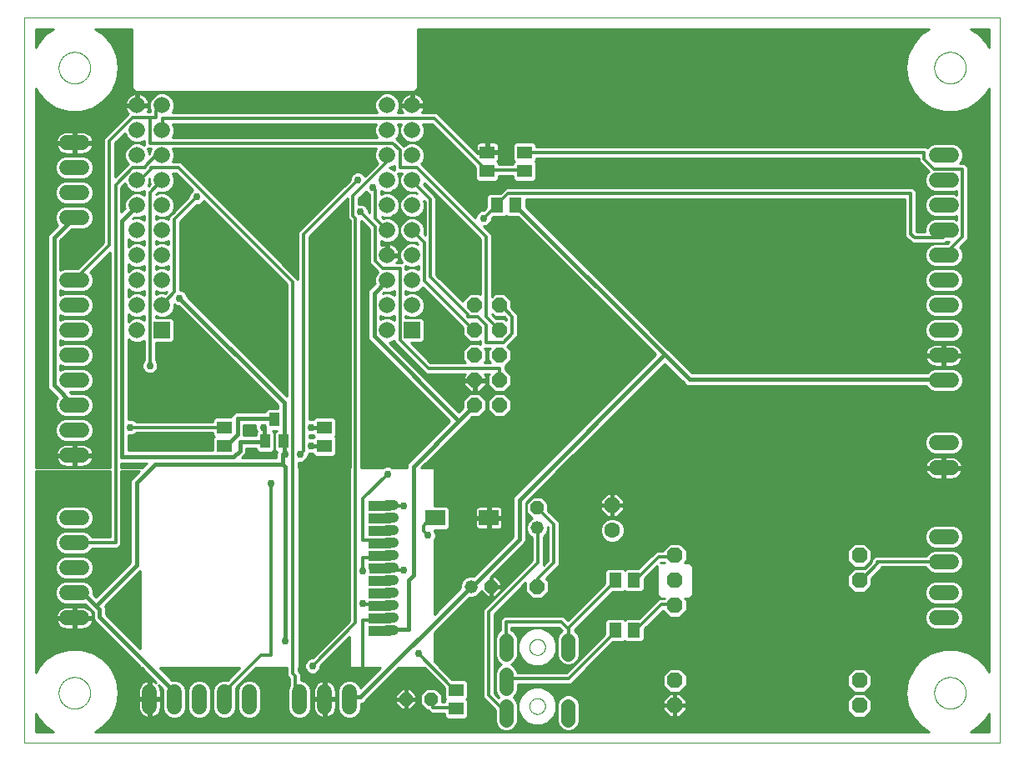
<source format=gtl>
G75*
%MOIN*%
%OFA0B0*%
%FSLAX25Y25*%
%IPPOS*%
%LPD*%
%AMOC8*
5,1,8,0,0,1.08239X$1,22.5*
%
%ADD10C,0.00000*%
%ADD11C,0.06000*%
%ADD12OC8,0.06000*%
%ADD13C,0.05937*%
%ADD14OC8,0.06300*%
%ADD15C,0.06300*%
%ADD16OC8,0.05200*%
%ADD17C,0.05200*%
%ADD18R,0.05118X0.05906*%
%ADD19R,0.05906X0.05118*%
%ADD20R,0.03937X0.05512*%
%ADD21OC8,0.06299*%
%ADD22R,0.07874X0.06299*%
%ADD23C,0.02362*%
%ADD24C,0.05600*%
%ADD25R,0.06555X0.06555*%
%ADD26C,0.06555*%
%ADD27C,0.01200*%
%ADD28C,0.00001*%
%ADD29C,0.03000*%
%ADD30C,0.04000*%
%ADD31C,0.01800*%
%ADD32C,0.01000*%
%ADD33C,0.03100*%
D10*
X0001500Y0001500D02*
X0001500Y0291500D01*
X0391500Y0291500D01*
X0391421Y0001500D01*
X0001500Y0001500D01*
X0015201Y0021500D02*
X0015203Y0021658D01*
X0015209Y0021816D01*
X0015219Y0021974D01*
X0015233Y0022132D01*
X0015251Y0022289D01*
X0015272Y0022446D01*
X0015298Y0022602D01*
X0015328Y0022758D01*
X0015361Y0022913D01*
X0015399Y0023066D01*
X0015440Y0023219D01*
X0015485Y0023371D01*
X0015534Y0023522D01*
X0015587Y0023671D01*
X0015643Y0023819D01*
X0015703Y0023965D01*
X0015767Y0024110D01*
X0015835Y0024253D01*
X0015906Y0024395D01*
X0015980Y0024535D01*
X0016058Y0024672D01*
X0016140Y0024808D01*
X0016224Y0024942D01*
X0016313Y0025073D01*
X0016404Y0025202D01*
X0016499Y0025329D01*
X0016596Y0025454D01*
X0016697Y0025576D01*
X0016801Y0025695D01*
X0016908Y0025812D01*
X0017018Y0025926D01*
X0017131Y0026037D01*
X0017246Y0026146D01*
X0017364Y0026251D01*
X0017485Y0026353D01*
X0017608Y0026453D01*
X0017734Y0026549D01*
X0017862Y0026642D01*
X0017992Y0026732D01*
X0018125Y0026818D01*
X0018260Y0026902D01*
X0018396Y0026981D01*
X0018535Y0027058D01*
X0018676Y0027130D01*
X0018818Y0027200D01*
X0018962Y0027265D01*
X0019108Y0027327D01*
X0019255Y0027385D01*
X0019404Y0027440D01*
X0019554Y0027491D01*
X0019705Y0027538D01*
X0019857Y0027581D01*
X0020010Y0027620D01*
X0020165Y0027656D01*
X0020320Y0027687D01*
X0020476Y0027715D01*
X0020632Y0027739D01*
X0020789Y0027759D01*
X0020947Y0027775D01*
X0021104Y0027787D01*
X0021263Y0027795D01*
X0021421Y0027799D01*
X0021579Y0027799D01*
X0021737Y0027795D01*
X0021896Y0027787D01*
X0022053Y0027775D01*
X0022211Y0027759D01*
X0022368Y0027739D01*
X0022524Y0027715D01*
X0022680Y0027687D01*
X0022835Y0027656D01*
X0022990Y0027620D01*
X0023143Y0027581D01*
X0023295Y0027538D01*
X0023446Y0027491D01*
X0023596Y0027440D01*
X0023745Y0027385D01*
X0023892Y0027327D01*
X0024038Y0027265D01*
X0024182Y0027200D01*
X0024324Y0027130D01*
X0024465Y0027058D01*
X0024604Y0026981D01*
X0024740Y0026902D01*
X0024875Y0026818D01*
X0025008Y0026732D01*
X0025138Y0026642D01*
X0025266Y0026549D01*
X0025392Y0026453D01*
X0025515Y0026353D01*
X0025636Y0026251D01*
X0025754Y0026146D01*
X0025869Y0026037D01*
X0025982Y0025926D01*
X0026092Y0025812D01*
X0026199Y0025695D01*
X0026303Y0025576D01*
X0026404Y0025454D01*
X0026501Y0025329D01*
X0026596Y0025202D01*
X0026687Y0025073D01*
X0026776Y0024942D01*
X0026860Y0024808D01*
X0026942Y0024672D01*
X0027020Y0024535D01*
X0027094Y0024395D01*
X0027165Y0024253D01*
X0027233Y0024110D01*
X0027297Y0023965D01*
X0027357Y0023819D01*
X0027413Y0023671D01*
X0027466Y0023522D01*
X0027515Y0023371D01*
X0027560Y0023219D01*
X0027601Y0023066D01*
X0027639Y0022913D01*
X0027672Y0022758D01*
X0027702Y0022602D01*
X0027728Y0022446D01*
X0027749Y0022289D01*
X0027767Y0022132D01*
X0027781Y0021974D01*
X0027791Y0021816D01*
X0027797Y0021658D01*
X0027799Y0021500D01*
X0027797Y0021342D01*
X0027791Y0021184D01*
X0027781Y0021026D01*
X0027767Y0020868D01*
X0027749Y0020711D01*
X0027728Y0020554D01*
X0027702Y0020398D01*
X0027672Y0020242D01*
X0027639Y0020087D01*
X0027601Y0019934D01*
X0027560Y0019781D01*
X0027515Y0019629D01*
X0027466Y0019478D01*
X0027413Y0019329D01*
X0027357Y0019181D01*
X0027297Y0019035D01*
X0027233Y0018890D01*
X0027165Y0018747D01*
X0027094Y0018605D01*
X0027020Y0018465D01*
X0026942Y0018328D01*
X0026860Y0018192D01*
X0026776Y0018058D01*
X0026687Y0017927D01*
X0026596Y0017798D01*
X0026501Y0017671D01*
X0026404Y0017546D01*
X0026303Y0017424D01*
X0026199Y0017305D01*
X0026092Y0017188D01*
X0025982Y0017074D01*
X0025869Y0016963D01*
X0025754Y0016854D01*
X0025636Y0016749D01*
X0025515Y0016647D01*
X0025392Y0016547D01*
X0025266Y0016451D01*
X0025138Y0016358D01*
X0025008Y0016268D01*
X0024875Y0016182D01*
X0024740Y0016098D01*
X0024604Y0016019D01*
X0024465Y0015942D01*
X0024324Y0015870D01*
X0024182Y0015800D01*
X0024038Y0015735D01*
X0023892Y0015673D01*
X0023745Y0015615D01*
X0023596Y0015560D01*
X0023446Y0015509D01*
X0023295Y0015462D01*
X0023143Y0015419D01*
X0022990Y0015380D01*
X0022835Y0015344D01*
X0022680Y0015313D01*
X0022524Y0015285D01*
X0022368Y0015261D01*
X0022211Y0015241D01*
X0022053Y0015225D01*
X0021896Y0015213D01*
X0021737Y0015205D01*
X0021579Y0015201D01*
X0021421Y0015201D01*
X0021263Y0015205D01*
X0021104Y0015213D01*
X0020947Y0015225D01*
X0020789Y0015241D01*
X0020632Y0015261D01*
X0020476Y0015285D01*
X0020320Y0015313D01*
X0020165Y0015344D01*
X0020010Y0015380D01*
X0019857Y0015419D01*
X0019705Y0015462D01*
X0019554Y0015509D01*
X0019404Y0015560D01*
X0019255Y0015615D01*
X0019108Y0015673D01*
X0018962Y0015735D01*
X0018818Y0015800D01*
X0018676Y0015870D01*
X0018535Y0015942D01*
X0018396Y0016019D01*
X0018260Y0016098D01*
X0018125Y0016182D01*
X0017992Y0016268D01*
X0017862Y0016358D01*
X0017734Y0016451D01*
X0017608Y0016547D01*
X0017485Y0016647D01*
X0017364Y0016749D01*
X0017246Y0016854D01*
X0017131Y0016963D01*
X0017018Y0017074D01*
X0016908Y0017188D01*
X0016801Y0017305D01*
X0016697Y0017424D01*
X0016596Y0017546D01*
X0016499Y0017671D01*
X0016404Y0017798D01*
X0016313Y0017927D01*
X0016224Y0018058D01*
X0016140Y0018192D01*
X0016058Y0018328D01*
X0015980Y0018465D01*
X0015906Y0018605D01*
X0015835Y0018747D01*
X0015767Y0018890D01*
X0015703Y0019035D01*
X0015643Y0019181D01*
X0015587Y0019329D01*
X0015534Y0019478D01*
X0015485Y0019629D01*
X0015440Y0019781D01*
X0015399Y0019934D01*
X0015361Y0020087D01*
X0015328Y0020242D01*
X0015298Y0020398D01*
X0015272Y0020554D01*
X0015251Y0020711D01*
X0015233Y0020868D01*
X0015219Y0021026D01*
X0015209Y0021184D01*
X0015203Y0021342D01*
X0015201Y0021500D01*
X0139000Y0044625D02*
X0147885Y0044625D01*
X0147661Y0044755D01*
X0147255Y0045161D01*
X0146967Y0045658D01*
X0146819Y0046213D01*
X0146819Y0046500D01*
X0149000Y0046500D01*
X0149000Y0046500D01*
X0146819Y0046500D01*
X0146819Y0046787D01*
X0146967Y0047342D01*
X0147255Y0047839D01*
X0147661Y0048245D01*
X0147755Y0048300D01*
X0145863Y0048300D01*
X0145682Y0048375D01*
X0139000Y0048375D01*
X0139000Y0044625D01*
X0139000Y0049625D02*
X0139000Y0053375D01*
X0145682Y0053375D01*
X0145863Y0053300D01*
X0147755Y0053300D01*
X0147661Y0053245D01*
X0147255Y0052839D01*
X0146967Y0052342D01*
X0146819Y0051787D01*
X0146819Y0051500D01*
X0146819Y0051213D01*
X0146967Y0050658D01*
X0147255Y0050161D01*
X0147661Y0049755D01*
X0147755Y0049700D01*
X0145863Y0049700D01*
X0145682Y0049625D01*
X0139000Y0049625D01*
X0139000Y0054625D02*
X0139000Y0058375D01*
X0145682Y0058375D01*
X0145863Y0058300D01*
X0147755Y0058300D01*
X0147661Y0058245D01*
X0147255Y0057839D01*
X0146967Y0057342D01*
X0146819Y0056787D01*
X0146819Y0056500D01*
X0146819Y0056213D01*
X0146967Y0055658D01*
X0147255Y0055161D01*
X0147661Y0054755D01*
X0147755Y0054700D01*
X0145863Y0054700D01*
X0145682Y0054625D01*
X0139000Y0054625D01*
X0139000Y0059625D02*
X0145682Y0059625D01*
X0145863Y0059700D01*
X0147755Y0059700D01*
X0147661Y0059755D01*
X0147255Y0060161D01*
X0146967Y0060658D01*
X0146819Y0061213D01*
X0146819Y0061500D01*
X0149000Y0061500D01*
X0149000Y0061500D01*
X0146819Y0061500D01*
X0146819Y0061787D01*
X0146967Y0062342D01*
X0147255Y0062839D01*
X0147661Y0063245D01*
X0147755Y0063300D01*
X0145863Y0063300D01*
X0145682Y0063375D01*
X0139000Y0063375D01*
X0139000Y0059625D01*
X0139000Y0064625D02*
X0145682Y0064625D01*
X0145863Y0064700D01*
X0147755Y0064700D01*
X0147661Y0064755D01*
X0147255Y0065161D01*
X0146967Y0065658D01*
X0146819Y0066213D01*
X0146819Y0066500D01*
X0149000Y0066500D01*
X0149000Y0066500D01*
X0146819Y0066500D01*
X0146819Y0066787D01*
X0146967Y0067342D01*
X0147255Y0067839D01*
X0147661Y0068245D01*
X0147755Y0068300D01*
X0145863Y0068300D01*
X0145682Y0068375D01*
X0139000Y0068375D01*
X0139000Y0064625D01*
X0139535Y0069625D02*
X0139535Y0070679D01*
X0139124Y0071671D01*
X0139000Y0071795D01*
X0139000Y0073375D01*
X0145682Y0073375D01*
X0145863Y0073300D01*
X0147755Y0073300D01*
X0147661Y0073245D01*
X0147255Y0072839D01*
X0146967Y0072342D01*
X0146819Y0071787D01*
X0146819Y0071500D01*
X0146819Y0071213D01*
X0146967Y0070658D01*
X0147255Y0070161D01*
X0147661Y0069755D01*
X0147755Y0069700D01*
X0145863Y0069700D01*
X0145682Y0069625D01*
X0139535Y0069625D01*
X0139000Y0074625D02*
X0139000Y0078375D01*
X0145682Y0078375D01*
X0145863Y0078300D01*
X0147755Y0078300D01*
X0147661Y0078245D01*
X0147255Y0077839D01*
X0146967Y0077342D01*
X0146819Y0076787D01*
X0146819Y0076500D01*
X0146819Y0076213D01*
X0146967Y0075658D01*
X0147255Y0075161D01*
X0147661Y0074755D01*
X0147755Y0074700D01*
X0145863Y0074700D01*
X0145682Y0074625D01*
X0139000Y0074625D01*
X0139000Y0079625D02*
X0145682Y0079625D01*
X0145863Y0079700D01*
X0147755Y0079700D01*
X0147661Y0079755D01*
X0147255Y0080161D01*
X0146967Y0080658D01*
X0146819Y0081213D01*
X0146819Y0081500D01*
X0149000Y0081500D01*
X0149000Y0081500D01*
X0146819Y0081500D01*
X0146819Y0081787D01*
X0146967Y0082342D01*
X0147255Y0082839D01*
X0147661Y0083245D01*
X0147755Y0083300D01*
X0145863Y0083300D01*
X0145682Y0083375D01*
X0139000Y0083375D01*
X0139000Y0079625D01*
X0139000Y0084625D02*
X0145682Y0084625D01*
X0145863Y0084700D01*
X0147755Y0084700D01*
X0147661Y0084755D01*
X0147255Y0085161D01*
X0146967Y0085658D01*
X0146819Y0086213D01*
X0146819Y0086500D01*
X0149000Y0086500D01*
X0149000Y0086500D01*
X0146819Y0086500D01*
X0146819Y0086787D01*
X0146967Y0087342D01*
X0147255Y0087839D01*
X0147661Y0088245D01*
X0147755Y0088300D01*
X0145863Y0088300D01*
X0145682Y0088375D01*
X0139000Y0088375D01*
X0139000Y0084625D01*
X0139000Y0089625D02*
X0139000Y0093375D01*
X0145682Y0093375D01*
X0145863Y0093300D01*
X0147755Y0093300D01*
X0147661Y0093245D01*
X0147255Y0092839D01*
X0146967Y0092342D01*
X0146819Y0091787D01*
X0146819Y0091500D01*
X0146819Y0091213D01*
X0146967Y0090658D01*
X0147255Y0090161D01*
X0147661Y0089755D01*
X0147755Y0089700D01*
X0145863Y0089700D01*
X0145682Y0089625D01*
X0139000Y0089625D01*
X0139000Y0094625D02*
X0139000Y0098375D01*
X0147885Y0098375D01*
X0147661Y0098245D01*
X0147255Y0097839D01*
X0146967Y0097342D01*
X0146819Y0096787D01*
X0146819Y0096500D01*
X0146819Y0096213D01*
X0146967Y0095658D01*
X0147255Y0095161D01*
X0147661Y0094755D01*
X0147755Y0094700D01*
X0145863Y0094700D01*
X0145682Y0094625D01*
X0139000Y0094625D01*
X0146819Y0096500D02*
X0149000Y0096500D01*
X0149000Y0096500D01*
X0146819Y0096500D01*
X0146819Y0091500D02*
X0149000Y0091500D01*
X0149000Y0091500D01*
X0146819Y0091500D01*
X0146819Y0076500D02*
X0149000Y0076500D01*
X0149000Y0076500D01*
X0146819Y0076500D01*
X0146819Y0071500D02*
X0149000Y0071500D01*
X0149000Y0071500D01*
X0146819Y0071500D01*
X0146819Y0056500D02*
X0149000Y0056500D01*
X0149000Y0056500D01*
X0146819Y0056500D01*
X0146819Y0051500D02*
X0149000Y0051500D01*
X0149000Y0051500D01*
X0146819Y0051500D01*
X0203350Y0039827D02*
X0203352Y0039939D01*
X0203358Y0040050D01*
X0203368Y0040162D01*
X0203382Y0040273D01*
X0203399Y0040383D01*
X0203421Y0040493D01*
X0203447Y0040602D01*
X0203476Y0040710D01*
X0203509Y0040816D01*
X0203546Y0040922D01*
X0203587Y0041026D01*
X0203632Y0041129D01*
X0203680Y0041230D01*
X0203731Y0041329D01*
X0203786Y0041426D01*
X0203845Y0041521D01*
X0203906Y0041615D01*
X0203971Y0041706D01*
X0204040Y0041794D01*
X0204111Y0041880D01*
X0204185Y0041964D01*
X0204263Y0042044D01*
X0204343Y0042122D01*
X0204426Y0042198D01*
X0204511Y0042270D01*
X0204599Y0042339D01*
X0204689Y0042405D01*
X0204782Y0042467D01*
X0204877Y0042527D01*
X0204974Y0042583D01*
X0205072Y0042635D01*
X0205173Y0042684D01*
X0205275Y0042729D01*
X0205379Y0042771D01*
X0205484Y0042809D01*
X0205591Y0042843D01*
X0205698Y0042873D01*
X0205807Y0042900D01*
X0205916Y0042922D01*
X0206027Y0042941D01*
X0206137Y0042956D01*
X0206249Y0042967D01*
X0206360Y0042974D01*
X0206472Y0042977D01*
X0206584Y0042976D01*
X0206696Y0042971D01*
X0206807Y0042962D01*
X0206918Y0042949D01*
X0207029Y0042932D01*
X0207139Y0042912D01*
X0207248Y0042887D01*
X0207356Y0042859D01*
X0207463Y0042826D01*
X0207569Y0042790D01*
X0207673Y0042750D01*
X0207776Y0042707D01*
X0207878Y0042660D01*
X0207977Y0042609D01*
X0208075Y0042555D01*
X0208171Y0042497D01*
X0208265Y0042436D01*
X0208356Y0042372D01*
X0208445Y0042305D01*
X0208532Y0042234D01*
X0208616Y0042160D01*
X0208698Y0042084D01*
X0208776Y0042004D01*
X0208852Y0041922D01*
X0208925Y0041837D01*
X0208995Y0041750D01*
X0209061Y0041660D01*
X0209125Y0041568D01*
X0209185Y0041474D01*
X0209242Y0041378D01*
X0209295Y0041279D01*
X0209345Y0041179D01*
X0209391Y0041078D01*
X0209434Y0040974D01*
X0209473Y0040869D01*
X0209508Y0040763D01*
X0209539Y0040656D01*
X0209567Y0040547D01*
X0209590Y0040438D01*
X0209610Y0040328D01*
X0209626Y0040217D01*
X0209638Y0040106D01*
X0209646Y0039995D01*
X0209650Y0039883D01*
X0209650Y0039771D01*
X0209646Y0039659D01*
X0209638Y0039548D01*
X0209626Y0039437D01*
X0209610Y0039326D01*
X0209590Y0039216D01*
X0209567Y0039107D01*
X0209539Y0038998D01*
X0209508Y0038891D01*
X0209473Y0038785D01*
X0209434Y0038680D01*
X0209391Y0038576D01*
X0209345Y0038475D01*
X0209295Y0038375D01*
X0209242Y0038276D01*
X0209185Y0038180D01*
X0209125Y0038086D01*
X0209061Y0037994D01*
X0208995Y0037904D01*
X0208925Y0037817D01*
X0208852Y0037732D01*
X0208776Y0037650D01*
X0208698Y0037570D01*
X0208616Y0037494D01*
X0208532Y0037420D01*
X0208445Y0037349D01*
X0208356Y0037282D01*
X0208265Y0037218D01*
X0208171Y0037157D01*
X0208075Y0037099D01*
X0207977Y0037045D01*
X0207878Y0036994D01*
X0207776Y0036947D01*
X0207673Y0036904D01*
X0207569Y0036864D01*
X0207463Y0036828D01*
X0207356Y0036795D01*
X0207248Y0036767D01*
X0207139Y0036742D01*
X0207029Y0036722D01*
X0206918Y0036705D01*
X0206807Y0036692D01*
X0206696Y0036683D01*
X0206584Y0036678D01*
X0206472Y0036677D01*
X0206360Y0036680D01*
X0206249Y0036687D01*
X0206137Y0036698D01*
X0206027Y0036713D01*
X0205916Y0036732D01*
X0205807Y0036754D01*
X0205698Y0036781D01*
X0205591Y0036811D01*
X0205484Y0036845D01*
X0205379Y0036883D01*
X0205275Y0036925D01*
X0205173Y0036970D01*
X0205072Y0037019D01*
X0204974Y0037071D01*
X0204877Y0037127D01*
X0204782Y0037187D01*
X0204689Y0037249D01*
X0204599Y0037315D01*
X0204511Y0037384D01*
X0204426Y0037456D01*
X0204343Y0037532D01*
X0204263Y0037610D01*
X0204185Y0037690D01*
X0204111Y0037774D01*
X0204040Y0037860D01*
X0203971Y0037948D01*
X0203906Y0038039D01*
X0203845Y0038133D01*
X0203786Y0038228D01*
X0203731Y0038325D01*
X0203680Y0038424D01*
X0203632Y0038525D01*
X0203587Y0038628D01*
X0203546Y0038732D01*
X0203509Y0038838D01*
X0203476Y0038944D01*
X0203447Y0039052D01*
X0203421Y0039161D01*
X0203399Y0039271D01*
X0203382Y0039381D01*
X0203368Y0039492D01*
X0203358Y0039604D01*
X0203352Y0039715D01*
X0203350Y0039827D01*
X0203350Y0016205D02*
X0203352Y0016317D01*
X0203358Y0016428D01*
X0203368Y0016540D01*
X0203382Y0016651D01*
X0203399Y0016761D01*
X0203421Y0016871D01*
X0203447Y0016980D01*
X0203476Y0017088D01*
X0203509Y0017194D01*
X0203546Y0017300D01*
X0203587Y0017404D01*
X0203632Y0017507D01*
X0203680Y0017608D01*
X0203731Y0017707D01*
X0203786Y0017804D01*
X0203845Y0017899D01*
X0203906Y0017993D01*
X0203971Y0018084D01*
X0204040Y0018172D01*
X0204111Y0018258D01*
X0204185Y0018342D01*
X0204263Y0018422D01*
X0204343Y0018500D01*
X0204426Y0018576D01*
X0204511Y0018648D01*
X0204599Y0018717D01*
X0204689Y0018783D01*
X0204782Y0018845D01*
X0204877Y0018905D01*
X0204974Y0018961D01*
X0205072Y0019013D01*
X0205173Y0019062D01*
X0205275Y0019107D01*
X0205379Y0019149D01*
X0205484Y0019187D01*
X0205591Y0019221D01*
X0205698Y0019251D01*
X0205807Y0019278D01*
X0205916Y0019300D01*
X0206027Y0019319D01*
X0206137Y0019334D01*
X0206249Y0019345D01*
X0206360Y0019352D01*
X0206472Y0019355D01*
X0206584Y0019354D01*
X0206696Y0019349D01*
X0206807Y0019340D01*
X0206918Y0019327D01*
X0207029Y0019310D01*
X0207139Y0019290D01*
X0207248Y0019265D01*
X0207356Y0019237D01*
X0207463Y0019204D01*
X0207569Y0019168D01*
X0207673Y0019128D01*
X0207776Y0019085D01*
X0207878Y0019038D01*
X0207977Y0018987D01*
X0208075Y0018933D01*
X0208171Y0018875D01*
X0208265Y0018814D01*
X0208356Y0018750D01*
X0208445Y0018683D01*
X0208532Y0018612D01*
X0208616Y0018538D01*
X0208698Y0018462D01*
X0208776Y0018382D01*
X0208852Y0018300D01*
X0208925Y0018215D01*
X0208995Y0018128D01*
X0209061Y0018038D01*
X0209125Y0017946D01*
X0209185Y0017852D01*
X0209242Y0017756D01*
X0209295Y0017657D01*
X0209345Y0017557D01*
X0209391Y0017456D01*
X0209434Y0017352D01*
X0209473Y0017247D01*
X0209508Y0017141D01*
X0209539Y0017034D01*
X0209567Y0016925D01*
X0209590Y0016816D01*
X0209610Y0016706D01*
X0209626Y0016595D01*
X0209638Y0016484D01*
X0209646Y0016373D01*
X0209650Y0016261D01*
X0209650Y0016149D01*
X0209646Y0016037D01*
X0209638Y0015926D01*
X0209626Y0015815D01*
X0209610Y0015704D01*
X0209590Y0015594D01*
X0209567Y0015485D01*
X0209539Y0015376D01*
X0209508Y0015269D01*
X0209473Y0015163D01*
X0209434Y0015058D01*
X0209391Y0014954D01*
X0209345Y0014853D01*
X0209295Y0014753D01*
X0209242Y0014654D01*
X0209185Y0014558D01*
X0209125Y0014464D01*
X0209061Y0014372D01*
X0208995Y0014282D01*
X0208925Y0014195D01*
X0208852Y0014110D01*
X0208776Y0014028D01*
X0208698Y0013948D01*
X0208616Y0013872D01*
X0208532Y0013798D01*
X0208445Y0013727D01*
X0208356Y0013660D01*
X0208265Y0013596D01*
X0208171Y0013535D01*
X0208075Y0013477D01*
X0207977Y0013423D01*
X0207878Y0013372D01*
X0207776Y0013325D01*
X0207673Y0013282D01*
X0207569Y0013242D01*
X0207463Y0013206D01*
X0207356Y0013173D01*
X0207248Y0013145D01*
X0207139Y0013120D01*
X0207029Y0013100D01*
X0206918Y0013083D01*
X0206807Y0013070D01*
X0206696Y0013061D01*
X0206584Y0013056D01*
X0206472Y0013055D01*
X0206360Y0013058D01*
X0206249Y0013065D01*
X0206137Y0013076D01*
X0206027Y0013091D01*
X0205916Y0013110D01*
X0205807Y0013132D01*
X0205698Y0013159D01*
X0205591Y0013189D01*
X0205484Y0013223D01*
X0205379Y0013261D01*
X0205275Y0013303D01*
X0205173Y0013348D01*
X0205072Y0013397D01*
X0204974Y0013449D01*
X0204877Y0013505D01*
X0204782Y0013565D01*
X0204689Y0013627D01*
X0204599Y0013693D01*
X0204511Y0013762D01*
X0204426Y0013834D01*
X0204343Y0013910D01*
X0204263Y0013988D01*
X0204185Y0014068D01*
X0204111Y0014152D01*
X0204040Y0014238D01*
X0203971Y0014326D01*
X0203906Y0014417D01*
X0203845Y0014511D01*
X0203786Y0014606D01*
X0203731Y0014703D01*
X0203680Y0014802D01*
X0203632Y0014903D01*
X0203587Y0015006D01*
X0203546Y0015110D01*
X0203509Y0015216D01*
X0203476Y0015322D01*
X0203447Y0015430D01*
X0203421Y0015539D01*
X0203399Y0015649D01*
X0203382Y0015759D01*
X0203368Y0015870D01*
X0203358Y0015982D01*
X0203352Y0016093D01*
X0203350Y0016205D01*
X0365201Y0021500D02*
X0365203Y0021658D01*
X0365209Y0021816D01*
X0365219Y0021974D01*
X0365233Y0022132D01*
X0365251Y0022289D01*
X0365272Y0022446D01*
X0365298Y0022602D01*
X0365328Y0022758D01*
X0365361Y0022913D01*
X0365399Y0023066D01*
X0365440Y0023219D01*
X0365485Y0023371D01*
X0365534Y0023522D01*
X0365587Y0023671D01*
X0365643Y0023819D01*
X0365703Y0023965D01*
X0365767Y0024110D01*
X0365835Y0024253D01*
X0365906Y0024395D01*
X0365980Y0024535D01*
X0366058Y0024672D01*
X0366140Y0024808D01*
X0366224Y0024942D01*
X0366313Y0025073D01*
X0366404Y0025202D01*
X0366499Y0025329D01*
X0366596Y0025454D01*
X0366697Y0025576D01*
X0366801Y0025695D01*
X0366908Y0025812D01*
X0367018Y0025926D01*
X0367131Y0026037D01*
X0367246Y0026146D01*
X0367364Y0026251D01*
X0367485Y0026353D01*
X0367608Y0026453D01*
X0367734Y0026549D01*
X0367862Y0026642D01*
X0367992Y0026732D01*
X0368125Y0026818D01*
X0368260Y0026902D01*
X0368396Y0026981D01*
X0368535Y0027058D01*
X0368676Y0027130D01*
X0368818Y0027200D01*
X0368962Y0027265D01*
X0369108Y0027327D01*
X0369255Y0027385D01*
X0369404Y0027440D01*
X0369554Y0027491D01*
X0369705Y0027538D01*
X0369857Y0027581D01*
X0370010Y0027620D01*
X0370165Y0027656D01*
X0370320Y0027687D01*
X0370476Y0027715D01*
X0370632Y0027739D01*
X0370789Y0027759D01*
X0370947Y0027775D01*
X0371104Y0027787D01*
X0371263Y0027795D01*
X0371421Y0027799D01*
X0371579Y0027799D01*
X0371737Y0027795D01*
X0371896Y0027787D01*
X0372053Y0027775D01*
X0372211Y0027759D01*
X0372368Y0027739D01*
X0372524Y0027715D01*
X0372680Y0027687D01*
X0372835Y0027656D01*
X0372990Y0027620D01*
X0373143Y0027581D01*
X0373295Y0027538D01*
X0373446Y0027491D01*
X0373596Y0027440D01*
X0373745Y0027385D01*
X0373892Y0027327D01*
X0374038Y0027265D01*
X0374182Y0027200D01*
X0374324Y0027130D01*
X0374465Y0027058D01*
X0374604Y0026981D01*
X0374740Y0026902D01*
X0374875Y0026818D01*
X0375008Y0026732D01*
X0375138Y0026642D01*
X0375266Y0026549D01*
X0375392Y0026453D01*
X0375515Y0026353D01*
X0375636Y0026251D01*
X0375754Y0026146D01*
X0375869Y0026037D01*
X0375982Y0025926D01*
X0376092Y0025812D01*
X0376199Y0025695D01*
X0376303Y0025576D01*
X0376404Y0025454D01*
X0376501Y0025329D01*
X0376596Y0025202D01*
X0376687Y0025073D01*
X0376776Y0024942D01*
X0376860Y0024808D01*
X0376942Y0024672D01*
X0377020Y0024535D01*
X0377094Y0024395D01*
X0377165Y0024253D01*
X0377233Y0024110D01*
X0377297Y0023965D01*
X0377357Y0023819D01*
X0377413Y0023671D01*
X0377466Y0023522D01*
X0377515Y0023371D01*
X0377560Y0023219D01*
X0377601Y0023066D01*
X0377639Y0022913D01*
X0377672Y0022758D01*
X0377702Y0022602D01*
X0377728Y0022446D01*
X0377749Y0022289D01*
X0377767Y0022132D01*
X0377781Y0021974D01*
X0377791Y0021816D01*
X0377797Y0021658D01*
X0377799Y0021500D01*
X0377797Y0021342D01*
X0377791Y0021184D01*
X0377781Y0021026D01*
X0377767Y0020868D01*
X0377749Y0020711D01*
X0377728Y0020554D01*
X0377702Y0020398D01*
X0377672Y0020242D01*
X0377639Y0020087D01*
X0377601Y0019934D01*
X0377560Y0019781D01*
X0377515Y0019629D01*
X0377466Y0019478D01*
X0377413Y0019329D01*
X0377357Y0019181D01*
X0377297Y0019035D01*
X0377233Y0018890D01*
X0377165Y0018747D01*
X0377094Y0018605D01*
X0377020Y0018465D01*
X0376942Y0018328D01*
X0376860Y0018192D01*
X0376776Y0018058D01*
X0376687Y0017927D01*
X0376596Y0017798D01*
X0376501Y0017671D01*
X0376404Y0017546D01*
X0376303Y0017424D01*
X0376199Y0017305D01*
X0376092Y0017188D01*
X0375982Y0017074D01*
X0375869Y0016963D01*
X0375754Y0016854D01*
X0375636Y0016749D01*
X0375515Y0016647D01*
X0375392Y0016547D01*
X0375266Y0016451D01*
X0375138Y0016358D01*
X0375008Y0016268D01*
X0374875Y0016182D01*
X0374740Y0016098D01*
X0374604Y0016019D01*
X0374465Y0015942D01*
X0374324Y0015870D01*
X0374182Y0015800D01*
X0374038Y0015735D01*
X0373892Y0015673D01*
X0373745Y0015615D01*
X0373596Y0015560D01*
X0373446Y0015509D01*
X0373295Y0015462D01*
X0373143Y0015419D01*
X0372990Y0015380D01*
X0372835Y0015344D01*
X0372680Y0015313D01*
X0372524Y0015285D01*
X0372368Y0015261D01*
X0372211Y0015241D01*
X0372053Y0015225D01*
X0371896Y0015213D01*
X0371737Y0015205D01*
X0371579Y0015201D01*
X0371421Y0015201D01*
X0371263Y0015205D01*
X0371104Y0015213D01*
X0370947Y0015225D01*
X0370789Y0015241D01*
X0370632Y0015261D01*
X0370476Y0015285D01*
X0370320Y0015313D01*
X0370165Y0015344D01*
X0370010Y0015380D01*
X0369857Y0015419D01*
X0369705Y0015462D01*
X0369554Y0015509D01*
X0369404Y0015560D01*
X0369255Y0015615D01*
X0369108Y0015673D01*
X0368962Y0015735D01*
X0368818Y0015800D01*
X0368676Y0015870D01*
X0368535Y0015942D01*
X0368396Y0016019D01*
X0368260Y0016098D01*
X0368125Y0016182D01*
X0367992Y0016268D01*
X0367862Y0016358D01*
X0367734Y0016451D01*
X0367608Y0016547D01*
X0367485Y0016647D01*
X0367364Y0016749D01*
X0367246Y0016854D01*
X0367131Y0016963D01*
X0367018Y0017074D01*
X0366908Y0017188D01*
X0366801Y0017305D01*
X0366697Y0017424D01*
X0366596Y0017546D01*
X0366499Y0017671D01*
X0366404Y0017798D01*
X0366313Y0017927D01*
X0366224Y0018058D01*
X0366140Y0018192D01*
X0366058Y0018328D01*
X0365980Y0018465D01*
X0365906Y0018605D01*
X0365835Y0018747D01*
X0365767Y0018890D01*
X0365703Y0019035D01*
X0365643Y0019181D01*
X0365587Y0019329D01*
X0365534Y0019478D01*
X0365485Y0019629D01*
X0365440Y0019781D01*
X0365399Y0019934D01*
X0365361Y0020087D01*
X0365328Y0020242D01*
X0365298Y0020398D01*
X0365272Y0020554D01*
X0365251Y0020711D01*
X0365233Y0020868D01*
X0365219Y0021026D01*
X0365209Y0021184D01*
X0365203Y0021342D01*
X0365201Y0021500D01*
X0365201Y0271500D02*
X0365203Y0271658D01*
X0365209Y0271816D01*
X0365219Y0271974D01*
X0365233Y0272132D01*
X0365251Y0272289D01*
X0365272Y0272446D01*
X0365298Y0272602D01*
X0365328Y0272758D01*
X0365361Y0272913D01*
X0365399Y0273066D01*
X0365440Y0273219D01*
X0365485Y0273371D01*
X0365534Y0273522D01*
X0365587Y0273671D01*
X0365643Y0273819D01*
X0365703Y0273965D01*
X0365767Y0274110D01*
X0365835Y0274253D01*
X0365906Y0274395D01*
X0365980Y0274535D01*
X0366058Y0274672D01*
X0366140Y0274808D01*
X0366224Y0274942D01*
X0366313Y0275073D01*
X0366404Y0275202D01*
X0366499Y0275329D01*
X0366596Y0275454D01*
X0366697Y0275576D01*
X0366801Y0275695D01*
X0366908Y0275812D01*
X0367018Y0275926D01*
X0367131Y0276037D01*
X0367246Y0276146D01*
X0367364Y0276251D01*
X0367485Y0276353D01*
X0367608Y0276453D01*
X0367734Y0276549D01*
X0367862Y0276642D01*
X0367992Y0276732D01*
X0368125Y0276818D01*
X0368260Y0276902D01*
X0368396Y0276981D01*
X0368535Y0277058D01*
X0368676Y0277130D01*
X0368818Y0277200D01*
X0368962Y0277265D01*
X0369108Y0277327D01*
X0369255Y0277385D01*
X0369404Y0277440D01*
X0369554Y0277491D01*
X0369705Y0277538D01*
X0369857Y0277581D01*
X0370010Y0277620D01*
X0370165Y0277656D01*
X0370320Y0277687D01*
X0370476Y0277715D01*
X0370632Y0277739D01*
X0370789Y0277759D01*
X0370947Y0277775D01*
X0371104Y0277787D01*
X0371263Y0277795D01*
X0371421Y0277799D01*
X0371579Y0277799D01*
X0371737Y0277795D01*
X0371896Y0277787D01*
X0372053Y0277775D01*
X0372211Y0277759D01*
X0372368Y0277739D01*
X0372524Y0277715D01*
X0372680Y0277687D01*
X0372835Y0277656D01*
X0372990Y0277620D01*
X0373143Y0277581D01*
X0373295Y0277538D01*
X0373446Y0277491D01*
X0373596Y0277440D01*
X0373745Y0277385D01*
X0373892Y0277327D01*
X0374038Y0277265D01*
X0374182Y0277200D01*
X0374324Y0277130D01*
X0374465Y0277058D01*
X0374604Y0276981D01*
X0374740Y0276902D01*
X0374875Y0276818D01*
X0375008Y0276732D01*
X0375138Y0276642D01*
X0375266Y0276549D01*
X0375392Y0276453D01*
X0375515Y0276353D01*
X0375636Y0276251D01*
X0375754Y0276146D01*
X0375869Y0276037D01*
X0375982Y0275926D01*
X0376092Y0275812D01*
X0376199Y0275695D01*
X0376303Y0275576D01*
X0376404Y0275454D01*
X0376501Y0275329D01*
X0376596Y0275202D01*
X0376687Y0275073D01*
X0376776Y0274942D01*
X0376860Y0274808D01*
X0376942Y0274672D01*
X0377020Y0274535D01*
X0377094Y0274395D01*
X0377165Y0274253D01*
X0377233Y0274110D01*
X0377297Y0273965D01*
X0377357Y0273819D01*
X0377413Y0273671D01*
X0377466Y0273522D01*
X0377515Y0273371D01*
X0377560Y0273219D01*
X0377601Y0273066D01*
X0377639Y0272913D01*
X0377672Y0272758D01*
X0377702Y0272602D01*
X0377728Y0272446D01*
X0377749Y0272289D01*
X0377767Y0272132D01*
X0377781Y0271974D01*
X0377791Y0271816D01*
X0377797Y0271658D01*
X0377799Y0271500D01*
X0377797Y0271342D01*
X0377791Y0271184D01*
X0377781Y0271026D01*
X0377767Y0270868D01*
X0377749Y0270711D01*
X0377728Y0270554D01*
X0377702Y0270398D01*
X0377672Y0270242D01*
X0377639Y0270087D01*
X0377601Y0269934D01*
X0377560Y0269781D01*
X0377515Y0269629D01*
X0377466Y0269478D01*
X0377413Y0269329D01*
X0377357Y0269181D01*
X0377297Y0269035D01*
X0377233Y0268890D01*
X0377165Y0268747D01*
X0377094Y0268605D01*
X0377020Y0268465D01*
X0376942Y0268328D01*
X0376860Y0268192D01*
X0376776Y0268058D01*
X0376687Y0267927D01*
X0376596Y0267798D01*
X0376501Y0267671D01*
X0376404Y0267546D01*
X0376303Y0267424D01*
X0376199Y0267305D01*
X0376092Y0267188D01*
X0375982Y0267074D01*
X0375869Y0266963D01*
X0375754Y0266854D01*
X0375636Y0266749D01*
X0375515Y0266647D01*
X0375392Y0266547D01*
X0375266Y0266451D01*
X0375138Y0266358D01*
X0375008Y0266268D01*
X0374875Y0266182D01*
X0374740Y0266098D01*
X0374604Y0266019D01*
X0374465Y0265942D01*
X0374324Y0265870D01*
X0374182Y0265800D01*
X0374038Y0265735D01*
X0373892Y0265673D01*
X0373745Y0265615D01*
X0373596Y0265560D01*
X0373446Y0265509D01*
X0373295Y0265462D01*
X0373143Y0265419D01*
X0372990Y0265380D01*
X0372835Y0265344D01*
X0372680Y0265313D01*
X0372524Y0265285D01*
X0372368Y0265261D01*
X0372211Y0265241D01*
X0372053Y0265225D01*
X0371896Y0265213D01*
X0371737Y0265205D01*
X0371579Y0265201D01*
X0371421Y0265201D01*
X0371263Y0265205D01*
X0371104Y0265213D01*
X0370947Y0265225D01*
X0370789Y0265241D01*
X0370632Y0265261D01*
X0370476Y0265285D01*
X0370320Y0265313D01*
X0370165Y0265344D01*
X0370010Y0265380D01*
X0369857Y0265419D01*
X0369705Y0265462D01*
X0369554Y0265509D01*
X0369404Y0265560D01*
X0369255Y0265615D01*
X0369108Y0265673D01*
X0368962Y0265735D01*
X0368818Y0265800D01*
X0368676Y0265870D01*
X0368535Y0265942D01*
X0368396Y0266019D01*
X0368260Y0266098D01*
X0368125Y0266182D01*
X0367992Y0266268D01*
X0367862Y0266358D01*
X0367734Y0266451D01*
X0367608Y0266547D01*
X0367485Y0266647D01*
X0367364Y0266749D01*
X0367246Y0266854D01*
X0367131Y0266963D01*
X0367018Y0267074D01*
X0366908Y0267188D01*
X0366801Y0267305D01*
X0366697Y0267424D01*
X0366596Y0267546D01*
X0366499Y0267671D01*
X0366404Y0267798D01*
X0366313Y0267927D01*
X0366224Y0268058D01*
X0366140Y0268192D01*
X0366058Y0268328D01*
X0365980Y0268465D01*
X0365906Y0268605D01*
X0365835Y0268747D01*
X0365767Y0268890D01*
X0365703Y0269035D01*
X0365643Y0269181D01*
X0365587Y0269329D01*
X0365534Y0269478D01*
X0365485Y0269629D01*
X0365440Y0269781D01*
X0365399Y0269934D01*
X0365361Y0270087D01*
X0365328Y0270242D01*
X0365298Y0270398D01*
X0365272Y0270554D01*
X0365251Y0270711D01*
X0365233Y0270868D01*
X0365219Y0271026D01*
X0365209Y0271184D01*
X0365203Y0271342D01*
X0365201Y0271500D01*
X0015201Y0271500D02*
X0015203Y0271658D01*
X0015209Y0271816D01*
X0015219Y0271974D01*
X0015233Y0272132D01*
X0015251Y0272289D01*
X0015272Y0272446D01*
X0015298Y0272602D01*
X0015328Y0272758D01*
X0015361Y0272913D01*
X0015399Y0273066D01*
X0015440Y0273219D01*
X0015485Y0273371D01*
X0015534Y0273522D01*
X0015587Y0273671D01*
X0015643Y0273819D01*
X0015703Y0273965D01*
X0015767Y0274110D01*
X0015835Y0274253D01*
X0015906Y0274395D01*
X0015980Y0274535D01*
X0016058Y0274672D01*
X0016140Y0274808D01*
X0016224Y0274942D01*
X0016313Y0275073D01*
X0016404Y0275202D01*
X0016499Y0275329D01*
X0016596Y0275454D01*
X0016697Y0275576D01*
X0016801Y0275695D01*
X0016908Y0275812D01*
X0017018Y0275926D01*
X0017131Y0276037D01*
X0017246Y0276146D01*
X0017364Y0276251D01*
X0017485Y0276353D01*
X0017608Y0276453D01*
X0017734Y0276549D01*
X0017862Y0276642D01*
X0017992Y0276732D01*
X0018125Y0276818D01*
X0018260Y0276902D01*
X0018396Y0276981D01*
X0018535Y0277058D01*
X0018676Y0277130D01*
X0018818Y0277200D01*
X0018962Y0277265D01*
X0019108Y0277327D01*
X0019255Y0277385D01*
X0019404Y0277440D01*
X0019554Y0277491D01*
X0019705Y0277538D01*
X0019857Y0277581D01*
X0020010Y0277620D01*
X0020165Y0277656D01*
X0020320Y0277687D01*
X0020476Y0277715D01*
X0020632Y0277739D01*
X0020789Y0277759D01*
X0020947Y0277775D01*
X0021104Y0277787D01*
X0021263Y0277795D01*
X0021421Y0277799D01*
X0021579Y0277799D01*
X0021737Y0277795D01*
X0021896Y0277787D01*
X0022053Y0277775D01*
X0022211Y0277759D01*
X0022368Y0277739D01*
X0022524Y0277715D01*
X0022680Y0277687D01*
X0022835Y0277656D01*
X0022990Y0277620D01*
X0023143Y0277581D01*
X0023295Y0277538D01*
X0023446Y0277491D01*
X0023596Y0277440D01*
X0023745Y0277385D01*
X0023892Y0277327D01*
X0024038Y0277265D01*
X0024182Y0277200D01*
X0024324Y0277130D01*
X0024465Y0277058D01*
X0024604Y0276981D01*
X0024740Y0276902D01*
X0024875Y0276818D01*
X0025008Y0276732D01*
X0025138Y0276642D01*
X0025266Y0276549D01*
X0025392Y0276453D01*
X0025515Y0276353D01*
X0025636Y0276251D01*
X0025754Y0276146D01*
X0025869Y0276037D01*
X0025982Y0275926D01*
X0026092Y0275812D01*
X0026199Y0275695D01*
X0026303Y0275576D01*
X0026404Y0275454D01*
X0026501Y0275329D01*
X0026596Y0275202D01*
X0026687Y0275073D01*
X0026776Y0274942D01*
X0026860Y0274808D01*
X0026942Y0274672D01*
X0027020Y0274535D01*
X0027094Y0274395D01*
X0027165Y0274253D01*
X0027233Y0274110D01*
X0027297Y0273965D01*
X0027357Y0273819D01*
X0027413Y0273671D01*
X0027466Y0273522D01*
X0027515Y0273371D01*
X0027560Y0273219D01*
X0027601Y0273066D01*
X0027639Y0272913D01*
X0027672Y0272758D01*
X0027702Y0272602D01*
X0027728Y0272446D01*
X0027749Y0272289D01*
X0027767Y0272132D01*
X0027781Y0271974D01*
X0027791Y0271816D01*
X0027797Y0271658D01*
X0027799Y0271500D01*
X0027797Y0271342D01*
X0027791Y0271184D01*
X0027781Y0271026D01*
X0027767Y0270868D01*
X0027749Y0270711D01*
X0027728Y0270554D01*
X0027702Y0270398D01*
X0027672Y0270242D01*
X0027639Y0270087D01*
X0027601Y0269934D01*
X0027560Y0269781D01*
X0027515Y0269629D01*
X0027466Y0269478D01*
X0027413Y0269329D01*
X0027357Y0269181D01*
X0027297Y0269035D01*
X0027233Y0268890D01*
X0027165Y0268747D01*
X0027094Y0268605D01*
X0027020Y0268465D01*
X0026942Y0268328D01*
X0026860Y0268192D01*
X0026776Y0268058D01*
X0026687Y0267927D01*
X0026596Y0267798D01*
X0026501Y0267671D01*
X0026404Y0267546D01*
X0026303Y0267424D01*
X0026199Y0267305D01*
X0026092Y0267188D01*
X0025982Y0267074D01*
X0025869Y0266963D01*
X0025754Y0266854D01*
X0025636Y0266749D01*
X0025515Y0266647D01*
X0025392Y0266547D01*
X0025266Y0266451D01*
X0025138Y0266358D01*
X0025008Y0266268D01*
X0024875Y0266182D01*
X0024740Y0266098D01*
X0024604Y0266019D01*
X0024465Y0265942D01*
X0024324Y0265870D01*
X0024182Y0265800D01*
X0024038Y0265735D01*
X0023892Y0265673D01*
X0023745Y0265615D01*
X0023596Y0265560D01*
X0023446Y0265509D01*
X0023295Y0265462D01*
X0023143Y0265419D01*
X0022990Y0265380D01*
X0022835Y0265344D01*
X0022680Y0265313D01*
X0022524Y0265285D01*
X0022368Y0265261D01*
X0022211Y0265241D01*
X0022053Y0265225D01*
X0021896Y0265213D01*
X0021737Y0265205D01*
X0021579Y0265201D01*
X0021421Y0265201D01*
X0021263Y0265205D01*
X0021104Y0265213D01*
X0020947Y0265225D01*
X0020789Y0265241D01*
X0020632Y0265261D01*
X0020476Y0265285D01*
X0020320Y0265313D01*
X0020165Y0265344D01*
X0020010Y0265380D01*
X0019857Y0265419D01*
X0019705Y0265462D01*
X0019554Y0265509D01*
X0019404Y0265560D01*
X0019255Y0265615D01*
X0019108Y0265673D01*
X0018962Y0265735D01*
X0018818Y0265800D01*
X0018676Y0265870D01*
X0018535Y0265942D01*
X0018396Y0266019D01*
X0018260Y0266098D01*
X0018125Y0266182D01*
X0017992Y0266268D01*
X0017862Y0266358D01*
X0017734Y0266451D01*
X0017608Y0266547D01*
X0017485Y0266647D01*
X0017364Y0266749D01*
X0017246Y0266854D01*
X0017131Y0266963D01*
X0017018Y0267074D01*
X0016908Y0267188D01*
X0016801Y0267305D01*
X0016697Y0267424D01*
X0016596Y0267546D01*
X0016499Y0267671D01*
X0016404Y0267798D01*
X0016313Y0267927D01*
X0016224Y0268058D01*
X0016140Y0268192D01*
X0016058Y0268328D01*
X0015980Y0268465D01*
X0015906Y0268605D01*
X0015835Y0268747D01*
X0015767Y0268890D01*
X0015703Y0269035D01*
X0015643Y0269181D01*
X0015587Y0269329D01*
X0015534Y0269478D01*
X0015485Y0269629D01*
X0015440Y0269781D01*
X0015399Y0269934D01*
X0015361Y0270087D01*
X0015328Y0270242D01*
X0015298Y0270398D01*
X0015272Y0270554D01*
X0015251Y0270711D01*
X0015233Y0270868D01*
X0015219Y0271026D01*
X0015209Y0271184D01*
X0015203Y0271342D01*
X0015201Y0271500D01*
D11*
X0018500Y0241500D02*
X0024500Y0241500D01*
X0024500Y0231500D02*
X0018500Y0231500D01*
X0018500Y0221500D02*
X0024500Y0221500D01*
X0024500Y0211500D02*
X0018500Y0211500D01*
X0018500Y0186500D02*
X0024500Y0186500D01*
X0024500Y0176500D02*
X0018500Y0176500D01*
X0018500Y0166500D02*
X0024500Y0166500D01*
X0024500Y0156500D02*
X0018500Y0156500D01*
X0018500Y0146500D02*
X0024500Y0146500D01*
X0024500Y0136500D02*
X0018500Y0136500D01*
X0018500Y0126500D02*
X0024500Y0126500D01*
X0024500Y0116500D02*
X0018500Y0116500D01*
X0018500Y0091500D02*
X0024500Y0091500D01*
X0024500Y0081500D02*
X0018500Y0081500D01*
X0018500Y0071500D02*
X0024500Y0071500D01*
X0024500Y0061500D02*
X0018500Y0061500D01*
X0018500Y0051500D02*
X0024500Y0051500D01*
X0051500Y0022000D02*
X0051500Y0016000D01*
X0061500Y0016000D02*
X0061500Y0022000D01*
X0071500Y0022000D02*
X0071500Y0016000D01*
X0081500Y0016000D02*
X0081500Y0022000D01*
X0091500Y0022000D02*
X0091500Y0016000D01*
X0111500Y0016000D02*
X0111500Y0022000D01*
X0121500Y0022000D02*
X0121500Y0016000D01*
X0131500Y0016000D02*
X0131500Y0022000D01*
X0366000Y0146500D02*
X0372000Y0146500D01*
X0372000Y0156500D02*
X0366000Y0156500D01*
X0366000Y0166500D02*
X0372000Y0166500D01*
X0372000Y0176500D02*
X0366000Y0176500D01*
X0366000Y0186500D02*
X0372000Y0186500D01*
X0372000Y0196500D02*
X0366000Y0196500D01*
X0366000Y0206500D02*
X0372000Y0206500D01*
X0372000Y0216500D02*
X0366000Y0216500D01*
X0366000Y0226500D02*
X0372000Y0226500D01*
X0372000Y0236500D02*
X0366000Y0236500D01*
D12*
X0191500Y0176500D03*
X0181500Y0176500D03*
X0181500Y0166500D03*
X0191500Y0166500D03*
X0191500Y0156500D03*
X0181500Y0156500D03*
X0181500Y0146500D03*
X0191500Y0146500D03*
X0191500Y0136500D03*
X0181500Y0136500D03*
X0206500Y0064000D03*
D13*
X0366031Y0061500D02*
X0371969Y0061500D01*
X0371969Y0051500D02*
X0366031Y0051500D01*
X0366031Y0074000D02*
X0371969Y0074000D01*
X0371969Y0084000D02*
X0366031Y0084000D01*
X0366031Y0111500D02*
X0371969Y0111500D01*
X0371969Y0121500D02*
X0366031Y0121500D01*
D14*
X0236500Y0096500D03*
D15*
X0236500Y0086500D03*
D16*
X0206500Y0095500D03*
X0188000Y0064000D03*
X0164000Y0019000D03*
X0154000Y0019000D03*
D17*
X0180000Y0064000D03*
X0206500Y0087500D03*
D18*
X0237760Y0066500D03*
X0245240Y0066500D03*
X0245240Y0046500D03*
X0237760Y0046500D03*
X0197740Y0216500D03*
X0190260Y0216500D03*
D19*
X0186500Y0230260D03*
X0186500Y0237740D03*
X0201500Y0237740D03*
X0201500Y0230260D03*
X0121500Y0127740D03*
X0121500Y0120260D03*
X0081500Y0120260D03*
X0081500Y0127740D03*
X0174000Y0022740D03*
X0174000Y0015260D03*
D20*
X0105240Y0122169D03*
X0097760Y0122169D03*
X0101500Y0130831D03*
D21*
X0261500Y0076500D03*
X0261500Y0066500D03*
X0261500Y0056500D03*
X0261500Y0026500D03*
X0261500Y0016500D03*
X0335250Y0016500D03*
X0335250Y0026500D03*
X0335250Y0066500D03*
X0335250Y0076500D03*
D22*
X0187130Y0091500D03*
X0165870Y0091500D03*
D23*
X0149000Y0091500D03*
X0149000Y0096500D03*
X0149000Y0086500D03*
X0149000Y0081500D03*
X0149000Y0076500D03*
X0149000Y0071500D03*
X0149000Y0066500D03*
X0149000Y0061500D03*
X0149000Y0056500D03*
X0149000Y0051500D03*
X0149000Y0046500D03*
D24*
X0194098Y0042627D02*
X0194098Y0037027D01*
X0194098Y0028847D02*
X0194098Y0023247D01*
X0194098Y0016249D02*
X0194098Y0010649D01*
X0218902Y0010649D02*
X0218902Y0016249D01*
X0218902Y0037027D02*
X0218902Y0042627D01*
D25*
X0156500Y0166500D03*
X0056500Y0166500D03*
D26*
X0046500Y0166500D03*
X0046500Y0176500D03*
X0046500Y0186500D03*
X0056500Y0186500D03*
X0056500Y0176500D03*
X0056500Y0196500D03*
X0056500Y0206500D03*
X0056500Y0216500D03*
X0046500Y0216500D03*
X0046500Y0206500D03*
X0046500Y0196500D03*
X0046500Y0226500D03*
X0046500Y0236500D03*
X0056500Y0236500D03*
X0056500Y0226500D03*
X0056500Y0246500D03*
X0056500Y0256500D03*
X0046500Y0256500D03*
X0046500Y0246500D03*
X0146500Y0246500D03*
X0156500Y0246500D03*
X0156500Y0256500D03*
X0146500Y0256500D03*
X0146500Y0236500D03*
X0156500Y0236500D03*
X0156500Y0226500D03*
X0146500Y0226500D03*
X0146500Y0216500D03*
X0156500Y0216500D03*
X0156500Y0206500D03*
X0146500Y0206500D03*
X0146500Y0196500D03*
X0156500Y0196500D03*
X0156500Y0186500D03*
X0146500Y0186500D03*
X0146500Y0176500D03*
X0156500Y0176500D03*
X0146500Y0166500D03*
D27*
X0151598Y0162661D02*
X0162917Y0151343D01*
X0191461Y0151343D01*
X0191461Y0146913D01*
X0191500Y0146500D01*
X0192937Y0161677D02*
X0186047Y0161677D01*
X0186047Y0168567D01*
X0182602Y0172012D01*
X0178665Y0172012D01*
X0178665Y0172996D01*
X0163902Y0187760D01*
X0163902Y0218764D01*
X0156520Y0226146D01*
X0156500Y0226500D01*
X0158488Y0231559D02*
X0151598Y0231559D01*
X0151598Y0238449D01*
X0148646Y0241402D01*
X0051697Y0241402D01*
X0051697Y0251736D01*
X0044807Y0251736D01*
X0035457Y0242386D01*
X0035457Y0200555D01*
X0021677Y0186776D01*
X0021500Y0186500D01*
X0056618Y0176933D02*
X0056500Y0176500D01*
X0056618Y0176933D02*
X0061539Y0181854D01*
X0061539Y0210890D01*
X0070398Y0219748D01*
X0056500Y0226500D02*
X0056126Y0226146D01*
X0051697Y0221717D01*
X0051697Y0152327D01*
X0043823Y0127720D02*
X0081224Y0127720D01*
X0081500Y0127740D01*
X0099925Y0105083D02*
X0099925Y0036677D01*
X0095988Y0036677D01*
X0083685Y0024374D01*
X0083685Y0021421D01*
X0081717Y0019453D01*
X0081500Y0019000D01*
X0109768Y0020929D02*
X0109768Y0028311D01*
X0108783Y0029295D01*
X0108783Y0185791D01*
X0063016Y0231559D01*
X0052189Y0231559D01*
X0052189Y0231067D01*
X0047760Y0226638D01*
X0046776Y0226638D01*
X0046500Y0226500D01*
X0044807Y0231559D02*
X0049728Y0231559D01*
X0049728Y0232051D01*
X0054157Y0236480D01*
X0056126Y0236480D01*
X0056500Y0236500D01*
X0044807Y0231559D02*
X0037917Y0224669D01*
X0037917Y0081461D01*
X0021677Y0081461D01*
X0021500Y0081500D01*
X0109768Y0020929D02*
X0111244Y0019453D01*
X0111500Y0019000D01*
X0116657Y0032248D02*
X0133882Y0049472D01*
X0133882Y0211382D01*
X0132898Y0212366D01*
X0132898Y0220240D01*
X0146185Y0233528D01*
X0146185Y0236480D01*
X0146500Y0236500D01*
X0158488Y0231559D02*
X0186047Y0204000D01*
X0186047Y0172012D01*
X0191461Y0166598D01*
X0191500Y0166500D01*
X0192937Y0161677D02*
X0196382Y0165122D01*
X0196382Y0172012D01*
X0191953Y0176441D01*
X0191500Y0176500D01*
X0181500Y0166500D02*
X0181126Y0166598D01*
X0161441Y0186283D01*
X0161441Y0201539D01*
X0156520Y0206461D01*
X0156500Y0206500D01*
X0149195Y0212229D02*
X0149138Y0212366D01*
X0146185Y0206953D02*
X0141756Y0211382D01*
X0141756Y0222701D01*
X0140772Y0223685D01*
X0134866Y0226638D02*
X0113213Y0204984D01*
X0113213Y0118370D01*
X0111736Y0116894D01*
X0136835Y0099177D02*
X0146677Y0109020D01*
X0136835Y0099177D02*
X0136835Y0082445D01*
X0139000Y0082445D01*
X0139000Y0075555D02*
X0136835Y0075555D01*
X0136835Y0070142D01*
X0149000Y0071500D02*
X0149138Y0070634D01*
X0153075Y0070634D01*
X0149138Y0071126D02*
X0149000Y0071500D01*
X0162730Y0084522D02*
X0162917Y0084413D01*
X0160949Y0086382D01*
X0160949Y0088350D01*
X0164886Y0092287D01*
X0165870Y0091500D01*
X0165870Y0093272D01*
X0153075Y0096224D02*
X0149138Y0096224D01*
X0149000Y0096500D01*
X0139295Y0056854D02*
X0137327Y0056854D01*
X0136795Y0057386D01*
X0136835Y0050457D02*
X0136835Y0031500D01*
X0158980Y0037169D02*
X0172760Y0023390D01*
X0174000Y0022740D01*
X0172760Y0015516D02*
X0174000Y0015260D01*
X0172760Y0015516D02*
X0164886Y0015516D01*
X0164886Y0017484D01*
X0164000Y0019000D01*
X0187031Y0020437D02*
X0187031Y0053902D01*
X0206717Y0073587D01*
X0206717Y0087366D01*
X0206500Y0087500D01*
X0213114Y0088843D02*
X0213114Y0073587D01*
X0206717Y0067189D01*
X0206717Y0064236D01*
X0206500Y0064000D01*
X0216067Y0049965D02*
X0193921Y0049965D01*
X0193921Y0040122D01*
X0194098Y0039827D01*
X0194413Y0027327D02*
X0194413Y0026343D01*
X0194098Y0026047D01*
X0194413Y0027327D02*
X0219020Y0027327D01*
X0237720Y0046028D01*
X0237760Y0046500D01*
X0245240Y0046500D02*
X0245594Y0046520D01*
X0255929Y0056854D01*
X0261343Y0056854D01*
X0261500Y0056500D01*
X0245594Y0066697D02*
X0245240Y0066500D01*
X0245594Y0066697D02*
X0254945Y0076047D01*
X0261343Y0076047D01*
X0261500Y0076500D01*
X0237760Y0066500D02*
X0237720Y0066205D01*
X0219020Y0047504D01*
X0218528Y0047504D01*
X0216067Y0049965D01*
X0219020Y0047504D02*
X0219020Y0040122D01*
X0218902Y0039827D01*
X0193921Y0013547D02*
X0187031Y0020437D01*
X0193921Y0013547D02*
X0194098Y0013449D01*
X0139000Y0050457D02*
X0136835Y0050457D01*
X0206500Y0095500D02*
X0206717Y0095240D01*
X0213114Y0088843D01*
X0151598Y0162661D02*
X0151598Y0191205D01*
X0144709Y0191205D01*
X0141756Y0194157D01*
X0141756Y0207937D01*
X0135850Y0213843D01*
X0146185Y0206953D02*
X0146500Y0206500D01*
X0147619Y0201160D02*
X0147169Y0200555D01*
X0146000Y0200555D02*
X0145201Y0200555D01*
X0146500Y0196500D02*
X0147169Y0196618D01*
X0149139Y0222205D02*
X0149138Y0222209D01*
X0165378Y0251244D02*
X0056618Y0251244D01*
X0056618Y0246815D01*
X0056500Y0246500D01*
X0054157Y0251736D02*
X0054157Y0254197D01*
X0056126Y0256165D01*
X0056500Y0256500D01*
X0054157Y0251736D02*
X0051697Y0251736D01*
X0165378Y0251244D02*
X0186047Y0230575D01*
X0186500Y0230260D01*
X0186539Y0230575D01*
X0201303Y0230575D01*
X0201500Y0230260D01*
X0201795Y0237465D02*
X0201500Y0237740D01*
X0201795Y0237465D02*
X0361244Y0237465D01*
X0361244Y0235004D01*
X0365181Y0231067D01*
X0376500Y0231067D01*
X0376500Y0204000D01*
X0369000Y0196500D01*
X0368626Y0203508D02*
X0368626Y0206461D01*
X0369000Y0206500D01*
X0368626Y0203508D02*
X0357307Y0203508D01*
X0355831Y0204984D01*
X0355831Y0221224D01*
X0194906Y0221224D01*
X0190476Y0216795D01*
X0190260Y0216500D01*
X0189984Y0216303D01*
X0185063Y0211382D01*
X0342543Y0074079D02*
X0342543Y0073094D01*
X0335654Y0066205D01*
X0335250Y0066500D01*
X0342543Y0074079D02*
X0368626Y0074079D01*
X0369000Y0074000D01*
D28*
X0149000Y0071500D02*
X0139195Y0071500D01*
X0139195Y0071499D02*
X0146819Y0071499D01*
X0146819Y0071498D02*
X0139195Y0071498D01*
X0139196Y0071497D02*
X0146819Y0071497D01*
X0146819Y0071496D02*
X0139196Y0071496D01*
X0139197Y0071495D02*
X0146819Y0071495D01*
X0146819Y0071494D02*
X0139197Y0071494D01*
X0139197Y0071493D02*
X0146819Y0071493D01*
X0146819Y0071492D02*
X0139198Y0071492D01*
X0139198Y0071491D02*
X0146819Y0071491D01*
X0146819Y0071490D02*
X0139199Y0071490D01*
X0139199Y0071489D02*
X0146819Y0071489D01*
X0146819Y0071488D02*
X0139199Y0071488D01*
X0139200Y0071487D02*
X0146819Y0071487D01*
X0146819Y0071486D02*
X0139200Y0071486D01*
X0139201Y0071485D02*
X0146819Y0071485D01*
X0146819Y0071484D02*
X0139201Y0071484D01*
X0139202Y0071483D02*
X0146819Y0071483D01*
X0146819Y0071482D02*
X0139202Y0071482D01*
X0139202Y0071481D02*
X0146819Y0071481D01*
X0146819Y0071480D02*
X0139203Y0071480D01*
X0139203Y0071479D02*
X0146819Y0071479D01*
X0146819Y0071478D02*
X0139204Y0071478D01*
X0139204Y0071477D02*
X0146819Y0071477D01*
X0146819Y0071476D02*
X0139204Y0071476D01*
X0139205Y0071475D02*
X0146819Y0071475D01*
X0146819Y0071474D02*
X0139205Y0071474D01*
X0139206Y0071473D02*
X0146819Y0071473D01*
X0146819Y0071472D02*
X0139206Y0071472D01*
X0139206Y0071471D02*
X0146819Y0071471D01*
X0146819Y0071470D02*
X0139207Y0071470D01*
X0139207Y0071469D02*
X0146819Y0071469D01*
X0139208Y0071469D01*
X0139208Y0071468D02*
X0146819Y0071468D01*
X0146819Y0071467D02*
X0139208Y0071467D01*
X0139209Y0071466D02*
X0146819Y0071466D01*
X0146819Y0071465D02*
X0139209Y0071465D01*
X0139210Y0071464D02*
X0146819Y0071464D01*
X0146819Y0071463D02*
X0139210Y0071463D01*
X0139210Y0071462D02*
X0146819Y0071462D01*
X0146819Y0071461D02*
X0139211Y0071461D01*
X0139211Y0071460D02*
X0146819Y0071460D01*
X0146819Y0071459D02*
X0139212Y0071459D01*
X0139212Y0071458D02*
X0146819Y0071458D01*
X0146819Y0071457D02*
X0139213Y0071457D01*
X0139213Y0071456D02*
X0146819Y0071456D01*
X0146819Y0071455D02*
X0139213Y0071455D01*
X0139214Y0071454D02*
X0146819Y0071454D01*
X0146819Y0071453D02*
X0139214Y0071453D01*
X0139215Y0071452D02*
X0146819Y0071452D01*
X0146819Y0071451D02*
X0139215Y0071451D01*
X0139215Y0071450D02*
X0146819Y0071450D01*
X0146819Y0071449D02*
X0139216Y0071449D01*
X0139216Y0071448D02*
X0146819Y0071448D01*
X0146819Y0071447D02*
X0139217Y0071447D01*
X0139217Y0071446D02*
X0146819Y0071446D01*
X0146819Y0071445D02*
X0139217Y0071445D01*
X0139218Y0071444D02*
X0146819Y0071444D01*
X0146819Y0071443D02*
X0139218Y0071443D01*
X0139219Y0071442D02*
X0146819Y0071442D01*
X0146819Y0071441D02*
X0139219Y0071441D01*
X0139219Y0071440D02*
X0146819Y0071440D01*
X0146819Y0071439D02*
X0139220Y0071439D01*
X0139220Y0071438D02*
X0146819Y0071438D01*
X0146819Y0071437D02*
X0139221Y0071437D01*
X0139221Y0071436D02*
X0146819Y0071436D01*
X0146819Y0071435D02*
X0139221Y0071435D01*
X0139222Y0071434D02*
X0146819Y0071434D01*
X0146819Y0071433D02*
X0139222Y0071433D01*
X0139223Y0071432D02*
X0146819Y0071432D01*
X0146819Y0071431D02*
X0139223Y0071431D01*
X0139224Y0071430D02*
X0146819Y0071430D01*
X0146819Y0071429D02*
X0139224Y0071429D01*
X0139224Y0071428D02*
X0146819Y0071428D01*
X0146819Y0071427D02*
X0139225Y0071427D01*
X0139225Y0071426D02*
X0146819Y0071426D01*
X0146819Y0071425D02*
X0139226Y0071425D01*
X0139226Y0071424D02*
X0146819Y0071424D01*
X0146819Y0071423D02*
X0139226Y0071423D01*
X0139227Y0071422D02*
X0146819Y0071422D01*
X0146819Y0071421D02*
X0139227Y0071421D01*
X0139228Y0071420D02*
X0146819Y0071420D01*
X0146819Y0071419D02*
X0139228Y0071419D01*
X0139228Y0071418D02*
X0146819Y0071418D01*
X0146819Y0071417D02*
X0139229Y0071417D01*
X0139229Y0071416D02*
X0146819Y0071416D01*
X0146819Y0071415D02*
X0139230Y0071415D01*
X0139230Y0071414D02*
X0146819Y0071414D01*
X0146819Y0071413D02*
X0139230Y0071413D01*
X0139231Y0071412D02*
X0146819Y0071412D01*
X0146819Y0071411D02*
X0139231Y0071411D01*
X0139232Y0071410D02*
X0146819Y0071410D01*
X0146819Y0071409D02*
X0139232Y0071409D01*
X0139232Y0071408D02*
X0146819Y0071408D01*
X0146819Y0071407D02*
X0139233Y0071407D01*
X0139233Y0071406D02*
X0146819Y0071406D01*
X0139234Y0071406D01*
X0139234Y0071405D02*
X0146819Y0071405D01*
X0146819Y0071404D02*
X0139235Y0071404D01*
X0139235Y0071403D02*
X0146819Y0071403D01*
X0146819Y0071402D02*
X0139235Y0071402D01*
X0139236Y0071401D02*
X0146819Y0071401D01*
X0146819Y0071400D02*
X0139236Y0071400D01*
X0139237Y0071399D02*
X0146819Y0071399D01*
X0146819Y0071398D02*
X0139237Y0071398D01*
X0139237Y0071397D02*
X0146819Y0071397D01*
X0146819Y0071396D02*
X0139238Y0071396D01*
X0139238Y0071395D02*
X0146819Y0071395D01*
X0146819Y0071394D02*
X0139239Y0071394D01*
X0139239Y0071393D02*
X0146819Y0071393D01*
X0146819Y0071392D02*
X0139239Y0071392D01*
X0139240Y0071391D02*
X0146819Y0071391D01*
X0146819Y0071390D02*
X0139240Y0071390D01*
X0139241Y0071389D02*
X0146819Y0071389D01*
X0146819Y0071388D02*
X0139241Y0071388D01*
X0139241Y0071387D02*
X0146819Y0071387D01*
X0146819Y0071386D02*
X0139242Y0071386D01*
X0139242Y0071385D02*
X0146819Y0071385D01*
X0146819Y0071384D02*
X0139243Y0071384D01*
X0139243Y0071383D02*
X0146819Y0071383D01*
X0146819Y0071382D02*
X0139243Y0071382D01*
X0139244Y0071381D02*
X0146819Y0071381D01*
X0146819Y0071380D02*
X0139244Y0071380D01*
X0139245Y0071379D02*
X0146819Y0071379D01*
X0146819Y0071378D02*
X0139245Y0071378D01*
X0139246Y0071377D02*
X0146819Y0071377D01*
X0146819Y0071376D02*
X0139246Y0071376D01*
X0139246Y0071375D02*
X0146819Y0071375D01*
X0146819Y0071374D02*
X0139247Y0071374D01*
X0139247Y0071373D02*
X0146819Y0071373D01*
X0146819Y0071372D02*
X0139248Y0071372D01*
X0139248Y0071371D02*
X0146819Y0071371D01*
X0146819Y0071370D02*
X0139248Y0071370D01*
X0139249Y0071369D02*
X0146819Y0071369D01*
X0146819Y0071368D02*
X0139249Y0071368D01*
X0139250Y0071367D02*
X0146819Y0071367D01*
X0146819Y0071366D02*
X0139250Y0071366D01*
X0139250Y0071365D02*
X0146819Y0071365D01*
X0146819Y0071364D02*
X0139251Y0071364D01*
X0139251Y0071363D02*
X0146819Y0071363D01*
X0146819Y0071362D02*
X0139252Y0071362D01*
X0139252Y0071361D02*
X0146819Y0071361D01*
X0146819Y0071360D02*
X0139252Y0071360D01*
X0139253Y0071359D02*
X0146819Y0071359D01*
X0146819Y0071358D02*
X0139253Y0071358D01*
X0139254Y0071357D02*
X0146819Y0071357D01*
X0146819Y0071356D02*
X0139254Y0071356D01*
X0139254Y0071355D02*
X0146819Y0071355D01*
X0146819Y0071354D02*
X0139255Y0071354D01*
X0139255Y0071353D02*
X0146819Y0071353D01*
X0146819Y0071352D02*
X0139256Y0071352D01*
X0139256Y0071351D02*
X0146819Y0071351D01*
X0146819Y0071350D02*
X0139257Y0071350D01*
X0139257Y0071349D02*
X0146819Y0071349D01*
X0146819Y0071348D02*
X0139257Y0071348D01*
X0139258Y0071347D02*
X0146819Y0071347D01*
X0146819Y0071346D02*
X0139258Y0071346D01*
X0139259Y0071345D02*
X0146819Y0071345D01*
X0146819Y0071344D02*
X0139259Y0071344D01*
X0146819Y0071344D01*
X0146819Y0071343D02*
X0139260Y0071343D01*
X0139260Y0071342D02*
X0146819Y0071342D01*
X0146819Y0071341D02*
X0139261Y0071341D01*
X0139261Y0071340D02*
X0146819Y0071340D01*
X0146819Y0071339D02*
X0139261Y0071339D01*
X0139262Y0071338D02*
X0146819Y0071338D01*
X0146819Y0071337D02*
X0139262Y0071337D01*
X0139263Y0071336D02*
X0146819Y0071336D01*
X0146819Y0071335D02*
X0139263Y0071335D01*
X0139263Y0071334D02*
X0146819Y0071334D01*
X0146819Y0071333D02*
X0139264Y0071333D01*
X0139264Y0071332D02*
X0146819Y0071332D01*
X0146819Y0071331D02*
X0139265Y0071331D01*
X0139265Y0071330D02*
X0146819Y0071330D01*
X0146819Y0071329D02*
X0139266Y0071329D01*
X0139266Y0071328D02*
X0146819Y0071328D01*
X0146819Y0071327D02*
X0139266Y0071327D01*
X0139267Y0071326D02*
X0146819Y0071326D01*
X0146819Y0071325D02*
X0139267Y0071325D01*
X0139268Y0071324D02*
X0146819Y0071324D01*
X0146819Y0071323D02*
X0139268Y0071323D01*
X0139268Y0071322D02*
X0146819Y0071322D01*
X0146819Y0071321D02*
X0139269Y0071321D01*
X0139269Y0071320D02*
X0146819Y0071320D01*
X0146819Y0071319D02*
X0139270Y0071319D01*
X0139270Y0071318D02*
X0146819Y0071318D01*
X0146819Y0071317D02*
X0139270Y0071317D01*
X0139271Y0071316D02*
X0146819Y0071316D01*
X0146819Y0071315D02*
X0139271Y0071315D01*
X0139272Y0071314D02*
X0146819Y0071314D01*
X0146819Y0071313D02*
X0139272Y0071313D01*
X0139272Y0071312D02*
X0146819Y0071312D01*
X0146819Y0071311D02*
X0139273Y0071311D01*
X0139273Y0071310D02*
X0146819Y0071310D01*
X0146819Y0071309D02*
X0139274Y0071309D01*
X0139274Y0071308D02*
X0146819Y0071308D01*
X0146819Y0071307D02*
X0139274Y0071307D01*
X0139275Y0071306D02*
X0146819Y0071306D01*
X0146819Y0071305D02*
X0139275Y0071305D01*
X0139276Y0071304D02*
X0146819Y0071304D01*
X0146819Y0071303D02*
X0139276Y0071303D01*
X0139277Y0071302D02*
X0146819Y0071302D01*
X0146819Y0071301D02*
X0139277Y0071301D01*
X0139277Y0071300D02*
X0146819Y0071300D01*
X0146819Y0071299D02*
X0139278Y0071299D01*
X0139278Y0071298D02*
X0146819Y0071298D01*
X0146819Y0071297D02*
X0139279Y0071297D01*
X0139279Y0071296D02*
X0146819Y0071296D01*
X0146819Y0071295D02*
X0139279Y0071295D01*
X0139280Y0071294D02*
X0146819Y0071294D01*
X0146819Y0071293D02*
X0139280Y0071293D01*
X0139281Y0071292D02*
X0146819Y0071292D01*
X0146819Y0071291D02*
X0139281Y0071291D01*
X0139281Y0071290D02*
X0146819Y0071290D01*
X0146819Y0071289D02*
X0139282Y0071289D01*
X0139282Y0071288D02*
X0146819Y0071288D01*
X0146819Y0071287D02*
X0139283Y0071287D01*
X0139283Y0071286D02*
X0146819Y0071286D01*
X0146819Y0071285D02*
X0139283Y0071285D01*
X0139284Y0071284D02*
X0146819Y0071284D01*
X0146819Y0071283D02*
X0139284Y0071283D01*
X0139285Y0071282D02*
X0146819Y0071282D01*
X0146819Y0071281D02*
X0139285Y0071281D01*
X0146819Y0071281D01*
X0146819Y0071280D02*
X0139286Y0071280D01*
X0139286Y0071279D02*
X0146819Y0071279D01*
X0146819Y0071278D02*
X0139287Y0071278D01*
X0139287Y0071277D02*
X0146819Y0071277D01*
X0146819Y0071276D02*
X0139288Y0071276D01*
X0139288Y0071275D02*
X0146819Y0071275D01*
X0146819Y0071274D02*
X0139288Y0071274D01*
X0139289Y0071273D02*
X0146819Y0071273D01*
X0146819Y0071272D02*
X0139289Y0071272D01*
X0139290Y0071271D02*
X0146819Y0071271D01*
X0146819Y0071270D02*
X0139290Y0071270D01*
X0139290Y0071269D02*
X0146819Y0071269D01*
X0146819Y0071268D02*
X0139291Y0071268D01*
X0139291Y0071267D02*
X0146819Y0071267D01*
X0146819Y0071266D02*
X0139292Y0071266D01*
X0139292Y0071265D02*
X0146819Y0071265D01*
X0146819Y0071264D02*
X0139292Y0071264D01*
X0139293Y0071263D02*
X0146819Y0071263D01*
X0146819Y0071262D02*
X0139293Y0071262D01*
X0139294Y0071261D02*
X0146819Y0071261D01*
X0146819Y0071260D02*
X0139294Y0071260D01*
X0139294Y0071259D02*
X0146819Y0071259D01*
X0146819Y0071258D02*
X0139295Y0071258D01*
X0139295Y0071257D02*
X0146819Y0071257D01*
X0146819Y0071256D02*
X0139296Y0071256D01*
X0139296Y0071255D02*
X0146819Y0071255D01*
X0146819Y0071254D02*
X0139296Y0071254D01*
X0139297Y0071253D02*
X0146819Y0071253D01*
X0146819Y0071252D02*
X0139297Y0071252D01*
X0139298Y0071251D02*
X0146819Y0071251D01*
X0146819Y0071250D02*
X0139298Y0071250D01*
X0139299Y0071249D02*
X0146819Y0071249D01*
X0146819Y0071248D02*
X0139299Y0071248D01*
X0139299Y0071247D02*
X0146819Y0071247D01*
X0146819Y0071246D02*
X0139300Y0071246D01*
X0139300Y0071245D02*
X0146819Y0071245D01*
X0146819Y0071244D02*
X0139301Y0071244D01*
X0139301Y0071243D02*
X0146819Y0071243D01*
X0146819Y0071242D02*
X0139301Y0071242D01*
X0139302Y0071241D02*
X0146819Y0071241D01*
X0146819Y0071240D02*
X0139302Y0071240D01*
X0139303Y0071239D02*
X0146819Y0071239D01*
X0146819Y0071238D02*
X0139303Y0071238D01*
X0139303Y0071237D02*
X0146819Y0071237D01*
X0146819Y0071236D02*
X0139304Y0071236D01*
X0139304Y0071235D02*
X0146819Y0071235D01*
X0146819Y0071234D02*
X0139305Y0071234D01*
X0139305Y0071233D02*
X0146819Y0071233D01*
X0146819Y0071232D02*
X0139305Y0071232D01*
X0139306Y0071231D02*
X0146819Y0071231D01*
X0146819Y0071230D02*
X0139306Y0071230D01*
X0139307Y0071229D02*
X0146819Y0071229D01*
X0146819Y0071228D02*
X0139307Y0071228D01*
X0139307Y0071227D02*
X0146819Y0071227D01*
X0146819Y0071226D02*
X0139308Y0071226D01*
X0139308Y0071225D02*
X0146819Y0071225D01*
X0146819Y0071224D02*
X0139309Y0071224D01*
X0139309Y0071223D02*
X0146819Y0071223D01*
X0146819Y0071222D02*
X0139310Y0071222D01*
X0139310Y0071221D02*
X0146819Y0071221D01*
X0146819Y0071220D02*
X0139310Y0071220D01*
X0139311Y0071219D02*
X0146819Y0071219D01*
X0139311Y0071219D01*
X0139312Y0071218D02*
X0146819Y0071218D01*
X0146819Y0071217D02*
X0139312Y0071217D01*
X0139312Y0071216D02*
X0146819Y0071216D01*
X0146819Y0071215D02*
X0139313Y0071215D01*
X0139313Y0071214D02*
X0146819Y0071214D01*
X0146819Y0071213D02*
X0139314Y0071213D01*
X0139314Y0071212D02*
X0146819Y0071212D01*
X0146819Y0071211D02*
X0139314Y0071211D01*
X0139315Y0071210D02*
X0146820Y0071210D01*
X0146820Y0071209D02*
X0139315Y0071209D01*
X0139316Y0071208D02*
X0146820Y0071208D01*
X0146820Y0071207D02*
X0139316Y0071207D01*
X0139316Y0071206D02*
X0146821Y0071206D01*
X0146821Y0071205D02*
X0139317Y0071205D01*
X0139317Y0071204D02*
X0146821Y0071204D01*
X0146822Y0071203D02*
X0139318Y0071203D01*
X0139318Y0071202D02*
X0146822Y0071202D01*
X0146822Y0071201D02*
X0139319Y0071201D01*
X0139319Y0071200D02*
X0146822Y0071200D01*
X0146823Y0071199D02*
X0139319Y0071199D01*
X0139320Y0071198D02*
X0146823Y0071198D01*
X0146823Y0071197D02*
X0139320Y0071197D01*
X0139321Y0071196D02*
X0146823Y0071196D01*
X0146824Y0071195D02*
X0139321Y0071195D01*
X0139321Y0071194D02*
X0146824Y0071194D01*
X0146824Y0071193D02*
X0139322Y0071193D01*
X0139322Y0071192D02*
X0146824Y0071192D01*
X0146825Y0071191D02*
X0139323Y0071191D01*
X0139323Y0071190D02*
X0146825Y0071190D01*
X0146825Y0071189D02*
X0139323Y0071189D01*
X0139324Y0071188D02*
X0146825Y0071188D01*
X0146826Y0071187D02*
X0139324Y0071187D01*
X0139325Y0071186D02*
X0146826Y0071186D01*
X0146826Y0071185D02*
X0139325Y0071185D01*
X0139325Y0071184D02*
X0146827Y0071184D01*
X0146827Y0071183D02*
X0139326Y0071183D01*
X0139326Y0071182D02*
X0146827Y0071182D01*
X0146827Y0071181D02*
X0139327Y0071181D01*
X0139327Y0071180D02*
X0146828Y0071180D01*
X0146828Y0071179D02*
X0139327Y0071179D01*
X0139328Y0071178D02*
X0146828Y0071178D01*
X0146828Y0071177D02*
X0139328Y0071177D01*
X0139329Y0071176D02*
X0146829Y0071176D01*
X0146829Y0071175D02*
X0139329Y0071175D01*
X0139330Y0071174D02*
X0146829Y0071174D01*
X0146829Y0071173D02*
X0139330Y0071173D01*
X0139330Y0071172D02*
X0146830Y0071172D01*
X0146830Y0071171D02*
X0139331Y0071171D01*
X0139331Y0071170D02*
X0146830Y0071170D01*
X0146830Y0071169D02*
X0139332Y0071169D01*
X0139332Y0071168D02*
X0146831Y0071168D01*
X0146831Y0071167D02*
X0139332Y0071167D01*
X0139333Y0071166D02*
X0146831Y0071166D01*
X0146832Y0071165D02*
X0139333Y0071165D01*
X0139334Y0071164D02*
X0146832Y0071164D01*
X0146832Y0071163D02*
X0139334Y0071163D01*
X0139334Y0071162D02*
X0146832Y0071162D01*
X0146833Y0071161D02*
X0139335Y0071161D01*
X0139335Y0071160D02*
X0146833Y0071160D01*
X0146833Y0071159D02*
X0139336Y0071159D01*
X0139336Y0071158D02*
X0146833Y0071158D01*
X0146834Y0071157D02*
X0139336Y0071157D01*
X0139337Y0071156D02*
X0146834Y0071156D01*
X0139337Y0071156D01*
X0139338Y0071155D02*
X0146834Y0071155D01*
X0146835Y0071154D02*
X0139338Y0071154D01*
X0139338Y0071153D02*
X0146835Y0071153D01*
X0146835Y0071152D02*
X0139339Y0071152D01*
X0139339Y0071151D02*
X0146835Y0071151D01*
X0146836Y0071150D02*
X0139340Y0071150D01*
X0139340Y0071149D02*
X0146836Y0071149D01*
X0146836Y0071148D02*
X0139341Y0071148D01*
X0139341Y0071147D02*
X0146837Y0071147D01*
X0146837Y0071146D02*
X0139341Y0071146D01*
X0139342Y0071145D02*
X0146837Y0071145D01*
X0146837Y0071144D02*
X0139342Y0071144D01*
X0139343Y0071143D02*
X0146838Y0071143D01*
X0146838Y0071142D02*
X0139343Y0071142D01*
X0139343Y0071141D02*
X0146838Y0071141D01*
X0146838Y0071140D02*
X0139344Y0071140D01*
X0139344Y0071139D02*
X0146839Y0071139D01*
X0146839Y0071138D02*
X0139345Y0071138D01*
X0139345Y0071137D02*
X0146839Y0071137D01*
X0146839Y0071136D02*
X0139345Y0071136D01*
X0139346Y0071135D02*
X0146840Y0071135D01*
X0146840Y0071134D02*
X0139346Y0071134D01*
X0139347Y0071133D02*
X0146840Y0071133D01*
X0146841Y0071132D02*
X0139347Y0071132D01*
X0139347Y0071131D02*
X0146841Y0071131D01*
X0146841Y0071130D02*
X0139348Y0071130D01*
X0139348Y0071129D02*
X0146841Y0071129D01*
X0146842Y0071128D02*
X0139349Y0071128D01*
X0139349Y0071127D02*
X0146842Y0071127D01*
X0146842Y0071126D02*
X0139349Y0071126D01*
X0139350Y0071125D02*
X0146842Y0071125D01*
X0146843Y0071124D02*
X0139350Y0071124D01*
X0139351Y0071123D02*
X0146843Y0071123D01*
X0146843Y0071122D02*
X0139351Y0071122D01*
X0139352Y0071121D02*
X0146843Y0071121D01*
X0146844Y0071120D02*
X0139352Y0071120D01*
X0139352Y0071119D02*
X0146844Y0071119D01*
X0146844Y0071118D02*
X0139353Y0071118D01*
X0139353Y0071117D02*
X0146844Y0071117D01*
X0146845Y0071116D02*
X0139354Y0071116D01*
X0139354Y0071115D02*
X0146845Y0071115D01*
X0146845Y0071114D02*
X0139354Y0071114D01*
X0139355Y0071113D02*
X0146846Y0071113D01*
X0146846Y0071112D02*
X0139355Y0071112D01*
X0139356Y0071111D02*
X0146846Y0071111D01*
X0146846Y0071110D02*
X0139356Y0071110D01*
X0139356Y0071109D02*
X0146847Y0071109D01*
X0146847Y0071108D02*
X0139357Y0071108D01*
X0139357Y0071107D02*
X0146847Y0071107D01*
X0146847Y0071106D02*
X0139358Y0071106D01*
X0139358Y0071105D02*
X0146848Y0071105D01*
X0146848Y0071104D02*
X0139358Y0071104D01*
X0139359Y0071103D02*
X0146848Y0071103D01*
X0146848Y0071102D02*
X0139359Y0071102D01*
X0139360Y0071101D02*
X0146849Y0071101D01*
X0146849Y0071100D02*
X0139360Y0071100D01*
X0139360Y0071099D02*
X0146849Y0071099D01*
X0146849Y0071098D02*
X0139361Y0071098D01*
X0139361Y0071097D02*
X0146850Y0071097D01*
X0146850Y0071096D02*
X0139362Y0071096D01*
X0139362Y0071095D02*
X0146850Y0071095D01*
X0146851Y0071094D02*
X0139363Y0071094D01*
X0146851Y0071094D01*
X0146851Y0071093D02*
X0139363Y0071093D01*
X0139364Y0071092D02*
X0146851Y0071092D01*
X0146852Y0071091D02*
X0139364Y0071091D01*
X0139365Y0071090D02*
X0146852Y0071090D01*
X0146852Y0071089D02*
X0139365Y0071089D01*
X0139365Y0071088D02*
X0146852Y0071088D01*
X0146853Y0071087D02*
X0139366Y0071087D01*
X0139366Y0071086D02*
X0146853Y0071086D01*
X0146853Y0071085D02*
X0139367Y0071085D01*
X0139367Y0071084D02*
X0146853Y0071084D01*
X0146854Y0071083D02*
X0139367Y0071083D01*
X0139368Y0071082D02*
X0146854Y0071082D01*
X0146854Y0071081D02*
X0139368Y0071081D01*
X0139369Y0071080D02*
X0146854Y0071080D01*
X0146855Y0071079D02*
X0139369Y0071079D01*
X0139369Y0071078D02*
X0146855Y0071078D01*
X0146855Y0071077D02*
X0139370Y0071077D01*
X0139370Y0071076D02*
X0146856Y0071076D01*
X0146856Y0071075D02*
X0139371Y0071075D01*
X0139371Y0071074D02*
X0146856Y0071074D01*
X0146856Y0071073D02*
X0139372Y0071073D01*
X0139372Y0071072D02*
X0146857Y0071072D01*
X0146857Y0071071D02*
X0139372Y0071071D01*
X0139373Y0071070D02*
X0146857Y0071070D01*
X0146857Y0071069D02*
X0139373Y0071069D01*
X0139374Y0071068D02*
X0146858Y0071068D01*
X0146858Y0071067D02*
X0139374Y0071067D01*
X0139374Y0071066D02*
X0146858Y0071066D01*
X0146858Y0071065D02*
X0139375Y0071065D01*
X0139375Y0071064D02*
X0146859Y0071064D01*
X0146859Y0071063D02*
X0139376Y0071063D01*
X0139376Y0071062D02*
X0146859Y0071062D01*
X0146859Y0071061D02*
X0139376Y0071061D01*
X0139377Y0071060D02*
X0146860Y0071060D01*
X0146860Y0071059D02*
X0139377Y0071059D01*
X0139378Y0071058D02*
X0146860Y0071058D01*
X0146861Y0071057D02*
X0139378Y0071057D01*
X0139378Y0071056D02*
X0146861Y0071056D01*
X0146861Y0071055D02*
X0139379Y0071055D01*
X0139379Y0071054D02*
X0146861Y0071054D01*
X0146862Y0071053D02*
X0139380Y0071053D01*
X0139380Y0071052D02*
X0146862Y0071052D01*
X0146862Y0071051D02*
X0139380Y0071051D01*
X0139381Y0071050D02*
X0146862Y0071050D01*
X0146863Y0071049D02*
X0139381Y0071049D01*
X0139382Y0071048D02*
X0146863Y0071048D01*
X0146863Y0071047D02*
X0139382Y0071047D01*
X0139383Y0071046D02*
X0146863Y0071046D01*
X0146864Y0071045D02*
X0139383Y0071045D01*
X0139383Y0071044D02*
X0146864Y0071044D01*
X0146864Y0071043D02*
X0139384Y0071043D01*
X0139384Y0071042D02*
X0146865Y0071042D01*
X0146865Y0071041D02*
X0139385Y0071041D01*
X0139385Y0071040D02*
X0146865Y0071040D01*
X0146865Y0071039D02*
X0139385Y0071039D01*
X0139386Y0071038D02*
X0146866Y0071038D01*
X0146866Y0071037D02*
X0139386Y0071037D01*
X0139387Y0071036D02*
X0146866Y0071036D01*
X0146866Y0071035D02*
X0139387Y0071035D01*
X0139387Y0071034D02*
X0146867Y0071034D01*
X0146867Y0071033D02*
X0139388Y0071033D01*
X0139388Y0071032D02*
X0146867Y0071032D01*
X0146867Y0071031D02*
X0139389Y0071031D01*
X0146868Y0071031D01*
X0146868Y0071030D02*
X0139389Y0071030D01*
X0139390Y0071029D02*
X0146868Y0071029D01*
X0146868Y0071028D02*
X0139390Y0071028D01*
X0139391Y0071027D02*
X0146869Y0071027D01*
X0146869Y0071026D02*
X0139391Y0071026D01*
X0139391Y0071025D02*
X0146869Y0071025D01*
X0146870Y0071024D02*
X0139392Y0071024D01*
X0139392Y0071023D02*
X0146870Y0071023D01*
X0146870Y0071022D02*
X0139393Y0071022D01*
X0139393Y0071021D02*
X0146870Y0071021D01*
X0146871Y0071020D02*
X0139394Y0071020D01*
X0139394Y0071019D02*
X0146871Y0071019D01*
X0146871Y0071018D02*
X0139394Y0071018D01*
X0139395Y0071017D02*
X0146871Y0071017D01*
X0146872Y0071016D02*
X0139395Y0071016D01*
X0139396Y0071015D02*
X0146872Y0071015D01*
X0146872Y0071014D02*
X0139396Y0071014D01*
X0139396Y0071013D02*
X0146872Y0071013D01*
X0146873Y0071012D02*
X0139397Y0071012D01*
X0139397Y0071011D02*
X0146873Y0071011D01*
X0146873Y0071010D02*
X0139398Y0071010D01*
X0139398Y0071009D02*
X0146873Y0071009D01*
X0146874Y0071008D02*
X0139398Y0071008D01*
X0139399Y0071007D02*
X0146874Y0071007D01*
X0146874Y0071006D02*
X0139399Y0071006D01*
X0139400Y0071005D02*
X0146875Y0071005D01*
X0146875Y0071004D02*
X0139400Y0071004D01*
X0139400Y0071003D02*
X0146875Y0071003D01*
X0146875Y0071002D02*
X0139401Y0071002D01*
X0139401Y0071001D02*
X0146876Y0071001D01*
X0146876Y0071000D02*
X0139402Y0071000D01*
X0139402Y0070999D02*
X0146876Y0070999D01*
X0146876Y0070998D02*
X0139402Y0070998D01*
X0139403Y0070997D02*
X0146877Y0070997D01*
X0146877Y0070996D02*
X0139403Y0070996D01*
X0139404Y0070995D02*
X0146877Y0070995D01*
X0146877Y0070994D02*
X0139404Y0070994D01*
X0139405Y0070993D02*
X0146878Y0070993D01*
X0146878Y0070992D02*
X0139405Y0070992D01*
X0139405Y0070991D02*
X0146878Y0070991D01*
X0146878Y0070990D02*
X0139406Y0070990D01*
X0139406Y0070989D02*
X0146879Y0070989D01*
X0146879Y0070988D02*
X0139407Y0070988D01*
X0139407Y0070987D02*
X0146879Y0070987D01*
X0146880Y0070986D02*
X0139407Y0070986D01*
X0139408Y0070985D02*
X0146880Y0070985D01*
X0146880Y0070984D02*
X0139408Y0070984D01*
X0139409Y0070983D02*
X0146880Y0070983D01*
X0146881Y0070982D02*
X0139409Y0070982D01*
X0139409Y0070981D02*
X0146881Y0070981D01*
X0146881Y0070980D02*
X0139410Y0070980D01*
X0139410Y0070979D02*
X0146881Y0070979D01*
X0146882Y0070978D02*
X0139411Y0070978D01*
X0139411Y0070977D02*
X0146882Y0070977D01*
X0146882Y0070976D02*
X0139411Y0070976D01*
X0139412Y0070975D02*
X0146882Y0070975D01*
X0146883Y0070974D02*
X0139412Y0070974D01*
X0139413Y0070973D02*
X0146883Y0070973D01*
X0146883Y0070972D02*
X0139413Y0070972D01*
X0139413Y0070971D02*
X0146884Y0070971D01*
X0146884Y0070970D02*
X0139414Y0070970D01*
X0139414Y0070969D02*
X0146884Y0070969D01*
X0139415Y0070969D01*
X0139415Y0070968D02*
X0146885Y0070968D01*
X0146885Y0070967D02*
X0139416Y0070967D01*
X0139416Y0070966D02*
X0146885Y0070966D01*
X0146885Y0070965D02*
X0139416Y0070965D01*
X0139417Y0070964D02*
X0146886Y0070964D01*
X0146886Y0070963D02*
X0139417Y0070963D01*
X0139418Y0070962D02*
X0146886Y0070962D01*
X0146886Y0070961D02*
X0139418Y0070961D01*
X0139418Y0070960D02*
X0146887Y0070960D01*
X0146887Y0070959D02*
X0139419Y0070959D01*
X0139419Y0070958D02*
X0146887Y0070958D01*
X0146887Y0070957D02*
X0139420Y0070957D01*
X0139420Y0070956D02*
X0146888Y0070956D01*
X0146888Y0070955D02*
X0139420Y0070955D01*
X0139421Y0070954D02*
X0146888Y0070954D01*
X0146889Y0070953D02*
X0139421Y0070953D01*
X0139422Y0070952D02*
X0146889Y0070952D01*
X0146889Y0070951D02*
X0139422Y0070951D01*
X0139422Y0070950D02*
X0146889Y0070950D01*
X0146890Y0070949D02*
X0139423Y0070949D01*
X0139423Y0070948D02*
X0146890Y0070948D01*
X0146890Y0070947D02*
X0139424Y0070947D01*
X0139424Y0070946D02*
X0146890Y0070946D01*
X0146891Y0070945D02*
X0139425Y0070945D01*
X0139425Y0070944D02*
X0146891Y0070944D01*
X0146891Y0070943D02*
X0139425Y0070943D01*
X0139426Y0070942D02*
X0146891Y0070942D01*
X0146892Y0070941D02*
X0139426Y0070941D01*
X0139427Y0070940D02*
X0146892Y0070940D01*
X0146892Y0070939D02*
X0139427Y0070939D01*
X0139427Y0070938D02*
X0146892Y0070938D01*
X0146893Y0070937D02*
X0139428Y0070937D01*
X0139428Y0070936D02*
X0146893Y0070936D01*
X0146893Y0070935D02*
X0139429Y0070935D01*
X0139429Y0070934D02*
X0146894Y0070934D01*
X0146894Y0070933D02*
X0139429Y0070933D01*
X0139430Y0070932D02*
X0146894Y0070932D01*
X0146894Y0070931D02*
X0139430Y0070931D01*
X0139431Y0070930D02*
X0146895Y0070930D01*
X0146895Y0070929D02*
X0139431Y0070929D01*
X0139431Y0070928D02*
X0146895Y0070928D01*
X0146895Y0070927D02*
X0139432Y0070927D01*
X0139432Y0070926D02*
X0146896Y0070926D01*
X0146896Y0070925D02*
X0139433Y0070925D01*
X0139433Y0070924D02*
X0146896Y0070924D01*
X0146896Y0070923D02*
X0139433Y0070923D01*
X0139434Y0070922D02*
X0146897Y0070922D01*
X0146897Y0070921D02*
X0139434Y0070921D01*
X0139435Y0070920D02*
X0146897Y0070920D01*
X0146897Y0070919D02*
X0139435Y0070919D01*
X0139436Y0070918D02*
X0146898Y0070918D01*
X0146898Y0070917D02*
X0139436Y0070917D01*
X0139436Y0070916D02*
X0146898Y0070916D01*
X0146899Y0070915D02*
X0139437Y0070915D01*
X0139437Y0070914D02*
X0146899Y0070914D01*
X0146899Y0070913D02*
X0139438Y0070913D01*
X0139438Y0070912D02*
X0146899Y0070912D01*
X0146900Y0070911D02*
X0139438Y0070911D01*
X0139439Y0070910D02*
X0146900Y0070910D01*
X0146900Y0070909D02*
X0139439Y0070909D01*
X0139440Y0070908D02*
X0146900Y0070908D01*
X0146901Y0070907D02*
X0139440Y0070907D01*
X0139440Y0070906D02*
X0146901Y0070906D01*
X0139441Y0070906D01*
X0139441Y0070905D02*
X0146901Y0070905D01*
X0146902Y0070904D02*
X0139442Y0070904D01*
X0139442Y0070903D02*
X0146902Y0070903D01*
X0146902Y0070902D02*
X0139442Y0070902D01*
X0139443Y0070901D02*
X0146902Y0070901D01*
X0146903Y0070900D02*
X0139443Y0070900D01*
X0139444Y0070899D02*
X0146903Y0070899D01*
X0146903Y0070898D02*
X0139444Y0070898D01*
X0139444Y0070897D02*
X0146904Y0070897D01*
X0146904Y0070896D02*
X0139445Y0070896D01*
X0139445Y0070895D02*
X0146904Y0070895D01*
X0146904Y0070894D02*
X0139446Y0070894D01*
X0139446Y0070893D02*
X0146905Y0070893D01*
X0146905Y0070892D02*
X0139447Y0070892D01*
X0139447Y0070891D02*
X0146905Y0070891D01*
X0146905Y0070890D02*
X0139447Y0070890D01*
X0139448Y0070889D02*
X0146906Y0070889D01*
X0146906Y0070888D02*
X0139448Y0070888D01*
X0139449Y0070887D02*
X0146906Y0070887D01*
X0146906Y0070886D02*
X0139449Y0070886D01*
X0139449Y0070885D02*
X0146907Y0070885D01*
X0146907Y0070884D02*
X0139450Y0070884D01*
X0139450Y0070883D02*
X0146907Y0070883D01*
X0146907Y0070882D02*
X0139451Y0070882D01*
X0139451Y0070881D02*
X0146908Y0070881D01*
X0146908Y0070880D02*
X0139451Y0070880D01*
X0139452Y0070879D02*
X0146908Y0070879D01*
X0146909Y0070878D02*
X0139452Y0070878D01*
X0139453Y0070877D02*
X0146909Y0070877D01*
X0146909Y0070876D02*
X0139453Y0070876D01*
X0139453Y0070875D02*
X0146909Y0070875D01*
X0146910Y0070874D02*
X0139454Y0070874D01*
X0139454Y0070873D02*
X0146910Y0070873D01*
X0146910Y0070872D02*
X0139455Y0070872D01*
X0139455Y0070871D02*
X0146910Y0070871D01*
X0146911Y0070870D02*
X0139455Y0070870D01*
X0139456Y0070869D02*
X0146911Y0070869D01*
X0146911Y0070868D02*
X0139456Y0070868D01*
X0139457Y0070867D02*
X0146911Y0070867D01*
X0146912Y0070866D02*
X0139457Y0070866D01*
X0139458Y0070865D02*
X0146912Y0070865D01*
X0146912Y0070864D02*
X0139458Y0070864D01*
X0139458Y0070863D02*
X0146913Y0070863D01*
X0146913Y0070862D02*
X0139459Y0070862D01*
X0139459Y0070861D02*
X0146913Y0070861D01*
X0146913Y0070860D02*
X0139460Y0070860D01*
X0139460Y0070859D02*
X0146914Y0070859D01*
X0146914Y0070858D02*
X0139460Y0070858D01*
X0139461Y0070857D02*
X0146914Y0070857D01*
X0146914Y0070856D02*
X0139461Y0070856D01*
X0139462Y0070855D02*
X0146915Y0070855D01*
X0146915Y0070854D02*
X0139462Y0070854D01*
X0139462Y0070853D02*
X0146915Y0070853D01*
X0146915Y0070852D02*
X0139463Y0070852D01*
X0139463Y0070851D02*
X0146916Y0070851D01*
X0146916Y0070850D02*
X0139464Y0070850D01*
X0139464Y0070849D02*
X0146916Y0070849D01*
X0146916Y0070848D02*
X0139464Y0070848D01*
X0139465Y0070847D02*
X0146917Y0070847D01*
X0146917Y0070846D02*
X0139465Y0070846D01*
X0139466Y0070845D02*
X0146917Y0070845D01*
X0146918Y0070844D02*
X0139466Y0070844D01*
X0146918Y0070844D01*
X0146918Y0070843D02*
X0139467Y0070843D01*
X0139467Y0070842D02*
X0146918Y0070842D01*
X0146919Y0070841D02*
X0139468Y0070841D01*
X0139468Y0070840D02*
X0146919Y0070840D01*
X0146919Y0070839D02*
X0139469Y0070839D01*
X0139469Y0070838D02*
X0146919Y0070838D01*
X0146920Y0070837D02*
X0139469Y0070837D01*
X0139470Y0070836D02*
X0146920Y0070836D01*
X0146920Y0070835D02*
X0139470Y0070835D01*
X0139471Y0070834D02*
X0146920Y0070834D01*
X0146921Y0070833D02*
X0139471Y0070833D01*
X0139471Y0070832D02*
X0146921Y0070832D01*
X0146921Y0070831D02*
X0139472Y0070831D01*
X0139472Y0070830D02*
X0146921Y0070830D01*
X0146922Y0070829D02*
X0139473Y0070829D01*
X0139473Y0070828D02*
X0146922Y0070828D01*
X0146922Y0070827D02*
X0139473Y0070827D01*
X0139474Y0070826D02*
X0146923Y0070826D01*
X0146923Y0070825D02*
X0139474Y0070825D01*
X0139475Y0070824D02*
X0146923Y0070824D01*
X0146923Y0070823D02*
X0139475Y0070823D01*
X0139475Y0070822D02*
X0146924Y0070822D01*
X0146924Y0070821D02*
X0139476Y0070821D01*
X0139476Y0070820D02*
X0146924Y0070820D01*
X0146924Y0070819D02*
X0139477Y0070819D01*
X0139477Y0070818D02*
X0146925Y0070818D01*
X0146925Y0070817D02*
X0139478Y0070817D01*
X0139478Y0070816D02*
X0146925Y0070816D01*
X0146925Y0070815D02*
X0139478Y0070815D01*
X0139479Y0070814D02*
X0146926Y0070814D01*
X0146926Y0070813D02*
X0139479Y0070813D01*
X0139480Y0070812D02*
X0146926Y0070812D01*
X0146926Y0070811D02*
X0139480Y0070811D01*
X0139480Y0070810D02*
X0146927Y0070810D01*
X0146927Y0070809D02*
X0139481Y0070809D01*
X0139481Y0070808D02*
X0146927Y0070808D01*
X0146928Y0070807D02*
X0139482Y0070807D01*
X0139482Y0070806D02*
X0146928Y0070806D01*
X0146928Y0070805D02*
X0139482Y0070805D01*
X0139483Y0070804D02*
X0146928Y0070804D01*
X0146929Y0070803D02*
X0139483Y0070803D01*
X0139484Y0070802D02*
X0146929Y0070802D01*
X0146929Y0070801D02*
X0139484Y0070801D01*
X0139484Y0070800D02*
X0146929Y0070800D01*
X0146930Y0070799D02*
X0139485Y0070799D01*
X0139485Y0070798D02*
X0146930Y0070798D01*
X0146930Y0070797D02*
X0139486Y0070797D01*
X0139486Y0070796D02*
X0146930Y0070796D01*
X0146931Y0070795D02*
X0139486Y0070795D01*
X0139487Y0070794D02*
X0146931Y0070794D01*
X0146931Y0070793D02*
X0139487Y0070793D01*
X0139488Y0070792D02*
X0146931Y0070792D01*
X0146932Y0070791D02*
X0139488Y0070791D01*
X0139489Y0070790D02*
X0146932Y0070790D01*
X0146932Y0070789D02*
X0139489Y0070789D01*
X0139489Y0070788D02*
X0146933Y0070788D01*
X0146933Y0070787D02*
X0139490Y0070787D01*
X0139490Y0070786D02*
X0146933Y0070786D01*
X0146933Y0070785D02*
X0139491Y0070785D01*
X0139491Y0070784D02*
X0146934Y0070784D01*
X0146934Y0070783D02*
X0139491Y0070783D01*
X0139492Y0070782D02*
X0146934Y0070782D01*
X0146934Y0070781D02*
X0139492Y0070781D01*
X0139493Y0070781D02*
X0146935Y0070781D01*
X0146935Y0070780D02*
X0139493Y0070780D01*
X0139493Y0070779D02*
X0146935Y0070779D01*
X0146935Y0070778D02*
X0139494Y0070778D01*
X0139494Y0070777D02*
X0146936Y0070777D01*
X0146936Y0070776D02*
X0139495Y0070776D01*
X0139495Y0070775D02*
X0146936Y0070775D01*
X0146937Y0070774D02*
X0139495Y0070774D01*
X0139496Y0070773D02*
X0146937Y0070773D01*
X0146937Y0070772D02*
X0139496Y0070772D01*
X0139497Y0070771D02*
X0146937Y0070771D01*
X0146938Y0070770D02*
X0139497Y0070770D01*
X0139497Y0070769D02*
X0146938Y0070769D01*
X0146938Y0070768D02*
X0139498Y0070768D01*
X0139498Y0070767D02*
X0146938Y0070767D01*
X0146939Y0070766D02*
X0139499Y0070766D01*
X0139499Y0070765D02*
X0146939Y0070765D01*
X0146939Y0070764D02*
X0139500Y0070764D01*
X0139500Y0070763D02*
X0146939Y0070763D01*
X0146940Y0070762D02*
X0139500Y0070762D01*
X0139501Y0070761D02*
X0146940Y0070761D01*
X0146940Y0070760D02*
X0139501Y0070760D01*
X0139502Y0070759D02*
X0146940Y0070759D01*
X0146941Y0070758D02*
X0139502Y0070758D01*
X0139502Y0070757D02*
X0146941Y0070757D01*
X0146941Y0070756D02*
X0139503Y0070756D01*
X0139503Y0070755D02*
X0146942Y0070755D01*
X0146942Y0070754D02*
X0139504Y0070754D01*
X0139504Y0070753D02*
X0146942Y0070753D01*
X0146942Y0070752D02*
X0139504Y0070752D01*
X0139505Y0070751D02*
X0146943Y0070751D01*
X0146943Y0070750D02*
X0139505Y0070750D01*
X0139506Y0070749D02*
X0146943Y0070749D01*
X0146943Y0070748D02*
X0139506Y0070748D01*
X0139506Y0070747D02*
X0146944Y0070747D01*
X0146944Y0070746D02*
X0139507Y0070746D01*
X0139507Y0070745D02*
X0146944Y0070745D01*
X0146944Y0070744D02*
X0139508Y0070744D01*
X0139508Y0070743D02*
X0146945Y0070743D01*
X0146945Y0070742D02*
X0139508Y0070742D01*
X0139509Y0070741D02*
X0146945Y0070741D01*
X0146945Y0070740D02*
X0139509Y0070740D01*
X0139510Y0070739D02*
X0146946Y0070739D01*
X0146946Y0070738D02*
X0139510Y0070738D01*
X0139511Y0070737D02*
X0146946Y0070737D01*
X0146947Y0070736D02*
X0139511Y0070736D01*
X0139511Y0070735D02*
X0146947Y0070735D01*
X0146947Y0070734D02*
X0139512Y0070734D01*
X0139512Y0070733D02*
X0146947Y0070733D01*
X0146948Y0070732D02*
X0139513Y0070732D01*
X0139513Y0070731D02*
X0146948Y0070731D01*
X0146948Y0070730D02*
X0139513Y0070730D01*
X0139514Y0070729D02*
X0146948Y0070729D01*
X0146949Y0070728D02*
X0139514Y0070728D01*
X0139515Y0070727D02*
X0146949Y0070727D01*
X0146949Y0070726D02*
X0139515Y0070726D01*
X0139515Y0070725D02*
X0146949Y0070725D01*
X0146950Y0070724D02*
X0139516Y0070724D01*
X0139516Y0070723D02*
X0146950Y0070723D01*
X0146950Y0070722D02*
X0139517Y0070722D01*
X0139517Y0070721D02*
X0146950Y0070721D01*
X0146951Y0070720D02*
X0139517Y0070720D01*
X0139518Y0070719D02*
X0146951Y0070719D01*
X0139518Y0070719D01*
X0139519Y0070718D02*
X0146952Y0070718D01*
X0146952Y0070717D02*
X0139519Y0070717D01*
X0139520Y0070716D02*
X0146952Y0070716D01*
X0146952Y0070715D02*
X0139520Y0070715D01*
X0139520Y0070714D02*
X0146953Y0070714D01*
X0146953Y0070713D02*
X0139521Y0070713D01*
X0139521Y0070712D02*
X0146953Y0070712D01*
X0146953Y0070711D02*
X0139522Y0070711D01*
X0139522Y0070710D02*
X0146954Y0070710D01*
X0146954Y0070709D02*
X0139522Y0070709D01*
X0139523Y0070708D02*
X0146954Y0070708D01*
X0146954Y0070707D02*
X0139523Y0070707D01*
X0139524Y0070706D02*
X0146955Y0070706D01*
X0146955Y0070705D02*
X0139524Y0070705D01*
X0139524Y0070704D02*
X0146955Y0070704D01*
X0146955Y0070703D02*
X0139525Y0070703D01*
X0139525Y0070702D02*
X0146956Y0070702D01*
X0146956Y0070701D02*
X0139526Y0070701D01*
X0139526Y0070700D02*
X0146956Y0070700D01*
X0146957Y0070699D02*
X0139526Y0070699D01*
X0139527Y0070698D02*
X0146957Y0070698D01*
X0146957Y0070697D02*
X0139527Y0070697D01*
X0139528Y0070696D02*
X0146957Y0070696D01*
X0146958Y0070695D02*
X0139528Y0070695D01*
X0139528Y0070694D02*
X0146958Y0070694D01*
X0146958Y0070693D02*
X0139529Y0070693D01*
X0139529Y0070692D02*
X0146958Y0070692D01*
X0146959Y0070691D02*
X0139530Y0070691D01*
X0139530Y0070690D02*
X0146959Y0070690D01*
X0146959Y0070689D02*
X0139530Y0070689D01*
X0139531Y0070688D02*
X0146959Y0070688D01*
X0146960Y0070687D02*
X0139531Y0070687D01*
X0139532Y0070686D02*
X0146960Y0070686D01*
X0146960Y0070685D02*
X0139532Y0070685D01*
X0139533Y0070684D02*
X0146961Y0070684D01*
X0146961Y0070683D02*
X0139533Y0070683D01*
X0139533Y0070682D02*
X0146961Y0070682D01*
X0146961Y0070681D02*
X0139534Y0070681D01*
X0139534Y0070680D02*
X0146962Y0070680D01*
X0146962Y0070679D02*
X0139535Y0070679D01*
X0139535Y0070678D02*
X0146962Y0070678D01*
X0146962Y0070677D02*
X0139535Y0070677D01*
X0139535Y0070676D02*
X0146963Y0070676D01*
X0146963Y0070675D02*
X0139535Y0070675D01*
X0139535Y0070674D02*
X0146963Y0070674D01*
X0146963Y0070673D02*
X0139535Y0070673D01*
X0139535Y0070672D02*
X0146964Y0070672D01*
X0146964Y0070671D02*
X0139535Y0070671D01*
X0139535Y0070670D02*
X0146964Y0070670D01*
X0146964Y0070669D02*
X0139535Y0070669D01*
X0139535Y0070668D02*
X0146965Y0070668D01*
X0146965Y0070667D02*
X0139535Y0070667D01*
X0139535Y0070666D02*
X0146965Y0070666D01*
X0146966Y0070665D02*
X0139535Y0070665D01*
X0139535Y0070664D02*
X0146966Y0070664D01*
X0146966Y0070663D02*
X0139535Y0070663D01*
X0139535Y0070662D02*
X0146966Y0070662D01*
X0146967Y0070661D02*
X0139535Y0070661D01*
X0139535Y0070660D02*
X0146967Y0070660D01*
X0146967Y0070659D02*
X0139535Y0070659D01*
X0139535Y0070658D02*
X0146967Y0070658D01*
X0146968Y0070657D02*
X0139535Y0070657D01*
X0139535Y0070656D02*
X0146968Y0070656D01*
X0146969Y0070656D02*
X0139535Y0070656D01*
X0139535Y0070655D02*
X0146970Y0070655D01*
X0146970Y0070654D02*
X0139535Y0070654D01*
X0139535Y0070653D02*
X0146971Y0070653D01*
X0146971Y0070652D02*
X0139535Y0070652D01*
X0139535Y0070651D02*
X0146972Y0070651D01*
X0146972Y0070650D02*
X0139535Y0070650D01*
X0139535Y0070649D02*
X0146973Y0070649D01*
X0146973Y0070648D02*
X0139535Y0070648D01*
X0139535Y0070647D02*
X0146974Y0070647D01*
X0146975Y0070646D02*
X0139535Y0070646D01*
X0139535Y0070645D02*
X0146975Y0070645D01*
X0146976Y0070644D02*
X0139535Y0070644D01*
X0139535Y0070643D02*
X0146976Y0070643D01*
X0146977Y0070642D02*
X0139535Y0070642D01*
X0139535Y0070641D02*
X0146977Y0070641D01*
X0146978Y0070640D02*
X0139535Y0070640D01*
X0139535Y0070639D02*
X0146979Y0070639D01*
X0146979Y0070638D02*
X0139535Y0070638D01*
X0139535Y0070637D02*
X0146980Y0070637D01*
X0146980Y0070636D02*
X0139535Y0070636D01*
X0139535Y0070635D02*
X0146981Y0070635D01*
X0146981Y0070634D02*
X0139535Y0070634D01*
X0139535Y0070633D02*
X0146982Y0070633D01*
X0146983Y0070632D02*
X0139535Y0070632D01*
X0139535Y0070631D02*
X0146983Y0070631D01*
X0146984Y0070630D02*
X0139535Y0070630D01*
X0139535Y0070629D02*
X0146984Y0070629D01*
X0146985Y0070628D02*
X0139535Y0070628D01*
X0139535Y0070627D02*
X0146985Y0070627D01*
X0146986Y0070626D02*
X0139535Y0070626D01*
X0139535Y0070625D02*
X0146987Y0070625D01*
X0146987Y0070624D02*
X0139535Y0070624D01*
X0139535Y0070623D02*
X0146988Y0070623D01*
X0146988Y0070622D02*
X0139535Y0070622D01*
X0139535Y0070621D02*
X0146989Y0070621D01*
X0146989Y0070620D02*
X0139535Y0070620D01*
X0139535Y0070619D02*
X0146990Y0070619D01*
X0146991Y0070618D02*
X0139535Y0070618D01*
X0139535Y0070617D02*
X0146991Y0070617D01*
X0146992Y0070616D02*
X0139535Y0070616D01*
X0139535Y0070615D02*
X0146992Y0070615D01*
X0146993Y0070614D02*
X0139535Y0070614D01*
X0139535Y0070613D02*
X0146993Y0070613D01*
X0146994Y0070612D02*
X0139535Y0070612D01*
X0139535Y0070611D02*
X0146995Y0070611D01*
X0146995Y0070610D02*
X0139535Y0070610D01*
X0139535Y0070609D02*
X0146996Y0070609D01*
X0146996Y0070608D02*
X0139535Y0070608D01*
X0139535Y0070607D02*
X0146997Y0070607D01*
X0146997Y0070606D02*
X0139535Y0070606D01*
X0139535Y0070605D02*
X0146998Y0070605D01*
X0146998Y0070604D02*
X0139535Y0070604D01*
X0139535Y0070603D02*
X0146999Y0070603D01*
X0147000Y0070602D02*
X0139535Y0070602D01*
X0139535Y0070601D02*
X0147000Y0070601D01*
X0147001Y0070600D02*
X0139535Y0070600D01*
X0139535Y0070599D02*
X0147001Y0070599D01*
X0147002Y0070598D02*
X0139535Y0070598D01*
X0139535Y0070597D02*
X0147002Y0070597D01*
X0147003Y0070596D02*
X0139535Y0070596D01*
X0139535Y0070595D02*
X0147004Y0070595D01*
X0147004Y0070594D02*
X0139535Y0070594D01*
X0147005Y0070594D01*
X0147005Y0070593D02*
X0139535Y0070593D01*
X0139535Y0070592D02*
X0147006Y0070592D01*
X0147006Y0070591D02*
X0139535Y0070591D01*
X0139535Y0070590D02*
X0147007Y0070590D01*
X0147008Y0070589D02*
X0139535Y0070589D01*
X0139535Y0070588D02*
X0147008Y0070588D01*
X0147009Y0070587D02*
X0139535Y0070587D01*
X0139535Y0070586D02*
X0147009Y0070586D01*
X0147010Y0070585D02*
X0139535Y0070585D01*
X0139535Y0070584D02*
X0147010Y0070584D01*
X0147011Y0070583D02*
X0139535Y0070583D01*
X0139535Y0070582D02*
X0147012Y0070582D01*
X0147012Y0070581D02*
X0139535Y0070581D01*
X0139535Y0070580D02*
X0147013Y0070580D01*
X0147013Y0070579D02*
X0139535Y0070579D01*
X0139535Y0070578D02*
X0147014Y0070578D01*
X0147014Y0070577D02*
X0139535Y0070577D01*
X0139535Y0070576D02*
X0147015Y0070576D01*
X0147016Y0070575D02*
X0139535Y0070575D01*
X0139535Y0070574D02*
X0147016Y0070574D01*
X0147017Y0070573D02*
X0139535Y0070573D01*
X0139535Y0070572D02*
X0147017Y0070572D01*
X0147018Y0070571D02*
X0139535Y0070571D01*
X0139535Y0070570D02*
X0147018Y0070570D01*
X0147019Y0070569D02*
X0139535Y0070569D01*
X0139535Y0070568D02*
X0147020Y0070568D01*
X0147020Y0070567D02*
X0139535Y0070567D01*
X0139535Y0070566D02*
X0147021Y0070566D01*
X0147021Y0070565D02*
X0139535Y0070565D01*
X0139535Y0070564D02*
X0147022Y0070564D01*
X0147022Y0070563D02*
X0139535Y0070563D01*
X0139535Y0070562D02*
X0147023Y0070562D01*
X0147024Y0070561D02*
X0139535Y0070561D01*
X0139535Y0070560D02*
X0147024Y0070560D01*
X0147025Y0070559D02*
X0139535Y0070559D01*
X0139535Y0070558D02*
X0147025Y0070558D01*
X0147026Y0070557D02*
X0139535Y0070557D01*
X0139535Y0070556D02*
X0147026Y0070556D01*
X0147027Y0070555D02*
X0139535Y0070555D01*
X0139535Y0070554D02*
X0147027Y0070554D01*
X0147028Y0070553D02*
X0139535Y0070553D01*
X0139535Y0070552D02*
X0147029Y0070552D01*
X0147029Y0070551D02*
X0139535Y0070551D01*
X0139535Y0070550D02*
X0147030Y0070550D01*
X0147030Y0070549D02*
X0139535Y0070549D01*
X0139535Y0070548D02*
X0147031Y0070548D01*
X0147031Y0070547D02*
X0139535Y0070547D01*
X0139535Y0070546D02*
X0147032Y0070546D01*
X0147033Y0070545D02*
X0139535Y0070545D01*
X0139535Y0070544D02*
X0147033Y0070544D01*
X0147034Y0070543D02*
X0139535Y0070543D01*
X0139535Y0070542D02*
X0147034Y0070542D01*
X0147035Y0070541D02*
X0139535Y0070541D01*
X0139535Y0070540D02*
X0147035Y0070540D01*
X0147036Y0070539D02*
X0139535Y0070539D01*
X0139535Y0070538D02*
X0147037Y0070538D01*
X0147037Y0070537D02*
X0139535Y0070537D01*
X0139535Y0070536D02*
X0147038Y0070536D01*
X0147038Y0070535D02*
X0139535Y0070535D01*
X0139535Y0070534D02*
X0147039Y0070534D01*
X0147039Y0070533D02*
X0139535Y0070533D01*
X0139535Y0070532D02*
X0147040Y0070532D01*
X0147041Y0070531D02*
X0139535Y0070531D01*
X0147041Y0070531D01*
X0147042Y0070530D02*
X0139535Y0070530D01*
X0139535Y0070529D02*
X0147042Y0070529D01*
X0147043Y0070528D02*
X0139535Y0070528D01*
X0139535Y0070527D02*
X0147043Y0070527D01*
X0147044Y0070526D02*
X0139535Y0070526D01*
X0139535Y0070525D02*
X0147045Y0070525D01*
X0147045Y0070524D02*
X0139535Y0070524D01*
X0139535Y0070523D02*
X0147046Y0070523D01*
X0147046Y0070522D02*
X0139535Y0070522D01*
X0139535Y0070521D02*
X0147047Y0070521D01*
X0147047Y0070520D02*
X0139535Y0070520D01*
X0139535Y0070519D02*
X0147048Y0070519D01*
X0147049Y0070518D02*
X0139535Y0070518D01*
X0139535Y0070517D02*
X0147049Y0070517D01*
X0147050Y0070516D02*
X0139535Y0070516D01*
X0139535Y0070515D02*
X0147050Y0070515D01*
X0147051Y0070514D02*
X0139535Y0070514D01*
X0139535Y0070513D02*
X0147051Y0070513D01*
X0147052Y0070512D02*
X0139535Y0070512D01*
X0139535Y0070511D02*
X0147052Y0070511D01*
X0147053Y0070510D02*
X0139535Y0070510D01*
X0139535Y0070509D02*
X0147054Y0070509D01*
X0147054Y0070508D02*
X0139535Y0070508D01*
X0139535Y0070507D02*
X0147055Y0070507D01*
X0147055Y0070506D02*
X0139535Y0070506D01*
X0139535Y0070505D02*
X0147056Y0070505D01*
X0147056Y0070504D02*
X0139535Y0070504D01*
X0139535Y0070503D02*
X0147057Y0070503D01*
X0147058Y0070502D02*
X0139535Y0070502D01*
X0139535Y0070501D02*
X0147058Y0070501D01*
X0147059Y0070500D02*
X0139535Y0070500D01*
X0139535Y0070499D02*
X0147059Y0070499D01*
X0147060Y0070498D02*
X0139535Y0070498D01*
X0139535Y0070497D02*
X0147060Y0070497D01*
X0147061Y0070496D02*
X0139535Y0070496D01*
X0139535Y0070495D02*
X0147062Y0070495D01*
X0147062Y0070494D02*
X0139535Y0070494D01*
X0139535Y0070493D02*
X0147063Y0070493D01*
X0147063Y0070492D02*
X0139535Y0070492D01*
X0139535Y0070491D02*
X0147064Y0070491D01*
X0147064Y0070490D02*
X0139535Y0070490D01*
X0139535Y0070489D02*
X0147065Y0070489D01*
X0147066Y0070488D02*
X0139535Y0070488D01*
X0139535Y0070487D02*
X0147066Y0070487D01*
X0147067Y0070486D02*
X0139535Y0070486D01*
X0139535Y0070485D02*
X0147067Y0070485D01*
X0147068Y0070484D02*
X0139535Y0070484D01*
X0139535Y0070483D02*
X0147068Y0070483D01*
X0147069Y0070482D02*
X0139535Y0070482D01*
X0139535Y0070481D02*
X0147070Y0070481D01*
X0147070Y0070480D02*
X0139535Y0070480D01*
X0139535Y0070479D02*
X0147071Y0070479D01*
X0147071Y0070478D02*
X0139535Y0070478D01*
X0139535Y0070477D02*
X0147072Y0070477D01*
X0147072Y0070476D02*
X0139535Y0070476D01*
X0139535Y0070475D02*
X0147073Y0070475D01*
X0147074Y0070474D02*
X0139535Y0070474D01*
X0139535Y0070473D02*
X0147074Y0070473D01*
X0147075Y0070472D02*
X0139535Y0070472D01*
X0139535Y0070471D02*
X0147075Y0070471D01*
X0147076Y0070470D02*
X0139535Y0070470D01*
X0139535Y0070469D02*
X0147076Y0070469D01*
X0147077Y0070469D02*
X0139535Y0070469D01*
X0139535Y0070468D02*
X0147077Y0070468D01*
X0147078Y0070467D02*
X0139535Y0070467D01*
X0139535Y0070466D02*
X0147079Y0070466D01*
X0147079Y0070465D02*
X0139535Y0070465D01*
X0139535Y0070464D02*
X0147080Y0070464D01*
X0147080Y0070463D02*
X0139535Y0070463D01*
X0139535Y0070462D02*
X0147081Y0070462D01*
X0147081Y0070461D02*
X0139535Y0070461D01*
X0139535Y0070460D02*
X0147082Y0070460D01*
X0147083Y0070459D02*
X0139535Y0070459D01*
X0139535Y0070458D02*
X0147083Y0070458D01*
X0147084Y0070457D02*
X0139535Y0070457D01*
X0139535Y0070456D02*
X0147084Y0070456D01*
X0147085Y0070455D02*
X0139535Y0070455D01*
X0139535Y0070454D02*
X0147085Y0070454D01*
X0147086Y0070453D02*
X0139535Y0070453D01*
X0139535Y0070452D02*
X0147087Y0070452D01*
X0147087Y0070451D02*
X0139535Y0070451D01*
X0139535Y0070450D02*
X0147088Y0070450D01*
X0147088Y0070449D02*
X0139535Y0070449D01*
X0139535Y0070448D02*
X0147089Y0070448D01*
X0147089Y0070447D02*
X0139535Y0070447D01*
X0139535Y0070446D02*
X0147090Y0070446D01*
X0147091Y0070445D02*
X0139535Y0070445D01*
X0139535Y0070444D02*
X0147091Y0070444D01*
X0147092Y0070443D02*
X0139535Y0070443D01*
X0139535Y0070442D02*
X0147092Y0070442D01*
X0147093Y0070441D02*
X0139535Y0070441D01*
X0139535Y0070440D02*
X0147093Y0070440D01*
X0147094Y0070439D02*
X0139535Y0070439D01*
X0139535Y0070438D02*
X0147095Y0070438D01*
X0147095Y0070437D02*
X0139535Y0070437D01*
X0139535Y0070436D02*
X0147096Y0070436D01*
X0147096Y0070435D02*
X0139535Y0070435D01*
X0139535Y0070434D02*
X0147097Y0070434D01*
X0147097Y0070433D02*
X0139535Y0070433D01*
X0139535Y0070432D02*
X0147098Y0070432D01*
X0147099Y0070431D02*
X0139535Y0070431D01*
X0139535Y0070430D02*
X0147099Y0070430D01*
X0147100Y0070429D02*
X0139535Y0070429D01*
X0139535Y0070428D02*
X0147100Y0070428D01*
X0147101Y0070427D02*
X0139535Y0070427D01*
X0139535Y0070426D02*
X0147101Y0070426D01*
X0147102Y0070425D02*
X0139535Y0070425D01*
X0139535Y0070424D02*
X0147102Y0070424D01*
X0147103Y0070423D02*
X0139535Y0070423D01*
X0139535Y0070422D02*
X0147104Y0070422D01*
X0147104Y0070421D02*
X0139535Y0070421D01*
X0139535Y0070420D02*
X0147105Y0070420D01*
X0147105Y0070419D02*
X0139535Y0070419D01*
X0139535Y0070418D02*
X0147106Y0070418D01*
X0147106Y0070417D02*
X0139535Y0070417D01*
X0139535Y0070416D02*
X0147107Y0070416D01*
X0147108Y0070415D02*
X0139535Y0070415D01*
X0139535Y0070414D02*
X0147108Y0070414D01*
X0147109Y0070413D02*
X0139535Y0070413D01*
X0139535Y0070412D02*
X0147109Y0070412D01*
X0147110Y0070411D02*
X0139535Y0070411D01*
X0139535Y0070410D02*
X0147110Y0070410D01*
X0147111Y0070409D02*
X0139535Y0070409D01*
X0139535Y0070408D02*
X0147112Y0070408D01*
X0147112Y0070407D02*
X0139535Y0070407D01*
X0139535Y0070406D02*
X0147113Y0070406D01*
X0139535Y0070406D01*
X0139535Y0070405D02*
X0147114Y0070405D01*
X0147114Y0070404D02*
X0139535Y0070404D01*
X0139535Y0070403D02*
X0147115Y0070403D01*
X0147116Y0070402D02*
X0139535Y0070402D01*
X0139535Y0070401D02*
X0147116Y0070401D01*
X0147117Y0070400D02*
X0139535Y0070400D01*
X0139535Y0070399D02*
X0147117Y0070399D01*
X0147118Y0070398D02*
X0139535Y0070398D01*
X0139535Y0070397D02*
X0147118Y0070397D01*
X0147119Y0070396D02*
X0139535Y0070396D01*
X0139535Y0070395D02*
X0147120Y0070395D01*
X0147120Y0070394D02*
X0139535Y0070394D01*
X0139535Y0070393D02*
X0147121Y0070393D01*
X0147121Y0070392D02*
X0139535Y0070392D01*
X0139535Y0070391D02*
X0147122Y0070391D01*
X0147122Y0070390D02*
X0139535Y0070390D01*
X0139535Y0070389D02*
X0147123Y0070389D01*
X0147124Y0070388D02*
X0139535Y0070388D01*
X0139535Y0070387D02*
X0147124Y0070387D01*
X0147125Y0070386D02*
X0139535Y0070386D01*
X0139535Y0070385D02*
X0147125Y0070385D01*
X0147126Y0070384D02*
X0139535Y0070384D01*
X0139535Y0070383D02*
X0147126Y0070383D01*
X0147127Y0070382D02*
X0139535Y0070382D01*
X0139535Y0070381D02*
X0147127Y0070381D01*
X0147128Y0070380D02*
X0139535Y0070380D01*
X0139535Y0070379D02*
X0147129Y0070379D01*
X0147129Y0070378D02*
X0139535Y0070378D01*
X0139535Y0070377D02*
X0147130Y0070377D01*
X0147130Y0070376D02*
X0139535Y0070376D01*
X0139535Y0070375D02*
X0147131Y0070375D01*
X0147131Y0070374D02*
X0139535Y0070374D01*
X0139535Y0070373D02*
X0147132Y0070373D01*
X0147133Y0070372D02*
X0139535Y0070372D01*
X0139535Y0070371D02*
X0147133Y0070371D01*
X0147134Y0070370D02*
X0139535Y0070370D01*
X0139535Y0070369D02*
X0147134Y0070369D01*
X0147135Y0070368D02*
X0139535Y0070368D01*
X0139535Y0070367D02*
X0147135Y0070367D01*
X0147136Y0070366D02*
X0139535Y0070366D01*
X0139535Y0070365D02*
X0147137Y0070365D01*
X0147137Y0070364D02*
X0139535Y0070364D01*
X0139535Y0070363D02*
X0147138Y0070363D01*
X0147138Y0070362D02*
X0139535Y0070362D01*
X0139535Y0070361D02*
X0147139Y0070361D01*
X0147139Y0070360D02*
X0139535Y0070360D01*
X0139535Y0070359D02*
X0147140Y0070359D01*
X0147141Y0070358D02*
X0139535Y0070358D01*
X0139535Y0070357D02*
X0147141Y0070357D01*
X0147142Y0070356D02*
X0139535Y0070356D01*
X0139535Y0070355D02*
X0147142Y0070355D01*
X0147143Y0070354D02*
X0139535Y0070354D01*
X0139535Y0070353D02*
X0147143Y0070353D01*
X0147144Y0070352D02*
X0139535Y0070352D01*
X0139535Y0070351D02*
X0147145Y0070351D01*
X0147145Y0070350D02*
X0139535Y0070350D01*
X0139535Y0070349D02*
X0147146Y0070349D01*
X0147146Y0070348D02*
X0139535Y0070348D01*
X0139535Y0070347D02*
X0147147Y0070347D01*
X0147147Y0070346D02*
X0139535Y0070346D01*
X0139535Y0070345D02*
X0147148Y0070345D01*
X0147149Y0070344D02*
X0139535Y0070344D01*
X0147149Y0070344D01*
X0147150Y0070343D02*
X0139535Y0070343D01*
X0139535Y0070342D02*
X0147150Y0070342D01*
X0147151Y0070341D02*
X0139535Y0070341D01*
X0139535Y0070340D02*
X0147151Y0070340D01*
X0147152Y0070339D02*
X0139535Y0070339D01*
X0139535Y0070338D02*
X0147152Y0070338D01*
X0147153Y0070337D02*
X0139535Y0070337D01*
X0139535Y0070336D02*
X0147154Y0070336D01*
X0147154Y0070335D02*
X0139535Y0070335D01*
X0139535Y0070334D02*
X0147155Y0070334D01*
X0147155Y0070333D02*
X0139535Y0070333D01*
X0139535Y0070332D02*
X0147156Y0070332D01*
X0147156Y0070331D02*
X0139535Y0070331D01*
X0139535Y0070330D02*
X0147157Y0070330D01*
X0147158Y0070329D02*
X0139535Y0070329D01*
X0139535Y0070328D02*
X0147158Y0070328D01*
X0147159Y0070327D02*
X0139535Y0070327D01*
X0139535Y0070326D02*
X0147159Y0070326D01*
X0147160Y0070325D02*
X0139535Y0070325D01*
X0139535Y0070324D02*
X0147160Y0070324D01*
X0147161Y0070323D02*
X0139535Y0070323D01*
X0139535Y0070322D02*
X0147162Y0070322D01*
X0147162Y0070321D02*
X0139535Y0070321D01*
X0139535Y0070320D02*
X0147163Y0070320D01*
X0147163Y0070319D02*
X0139535Y0070319D01*
X0139535Y0070318D02*
X0147164Y0070318D01*
X0147164Y0070317D02*
X0139535Y0070317D01*
X0139535Y0070316D02*
X0147165Y0070316D01*
X0147166Y0070315D02*
X0139535Y0070315D01*
X0139535Y0070314D02*
X0147166Y0070314D01*
X0147167Y0070313D02*
X0139535Y0070313D01*
X0139535Y0070312D02*
X0147167Y0070312D01*
X0147168Y0070311D02*
X0139535Y0070311D01*
X0139535Y0070310D02*
X0147168Y0070310D01*
X0147169Y0070309D02*
X0139535Y0070309D01*
X0139535Y0070308D02*
X0147170Y0070308D01*
X0147170Y0070307D02*
X0139535Y0070307D01*
X0139535Y0070306D02*
X0147171Y0070306D01*
X0147171Y0070305D02*
X0139535Y0070305D01*
X0139535Y0070304D02*
X0147172Y0070304D01*
X0147172Y0070303D02*
X0139535Y0070303D01*
X0139535Y0070302D02*
X0147173Y0070302D01*
X0147174Y0070301D02*
X0139535Y0070301D01*
X0139535Y0070300D02*
X0147174Y0070300D01*
X0147175Y0070299D02*
X0139535Y0070299D01*
X0139535Y0070298D02*
X0147175Y0070298D01*
X0147176Y0070297D02*
X0139535Y0070297D01*
X0139535Y0070296D02*
X0147176Y0070296D01*
X0147177Y0070295D02*
X0139535Y0070295D01*
X0139535Y0070294D02*
X0147177Y0070294D01*
X0147178Y0070293D02*
X0139535Y0070293D01*
X0139535Y0070292D02*
X0147179Y0070292D01*
X0147179Y0070291D02*
X0139535Y0070291D01*
X0139535Y0070290D02*
X0147180Y0070290D01*
X0147180Y0070289D02*
X0139535Y0070289D01*
X0139535Y0070288D02*
X0147181Y0070288D01*
X0147181Y0070287D02*
X0139535Y0070287D01*
X0139535Y0070286D02*
X0147182Y0070286D01*
X0147183Y0070285D02*
X0139535Y0070285D01*
X0139535Y0070284D02*
X0147183Y0070284D01*
X0147184Y0070283D02*
X0139535Y0070283D01*
X0139535Y0070282D02*
X0147184Y0070282D01*
X0147185Y0070281D02*
X0139535Y0070281D01*
X0147185Y0070281D01*
X0147186Y0070280D02*
X0139535Y0070280D01*
X0139535Y0070279D02*
X0147187Y0070279D01*
X0147187Y0070278D02*
X0139535Y0070278D01*
X0139535Y0070277D02*
X0147188Y0070277D01*
X0147188Y0070276D02*
X0139535Y0070276D01*
X0139535Y0070275D02*
X0147189Y0070275D01*
X0147189Y0070274D02*
X0139535Y0070274D01*
X0139535Y0070273D02*
X0147190Y0070273D01*
X0147191Y0070272D02*
X0139535Y0070272D01*
X0139535Y0070271D02*
X0147191Y0070271D01*
X0147192Y0070270D02*
X0139535Y0070270D01*
X0139535Y0070269D02*
X0147192Y0070269D01*
X0147193Y0070268D02*
X0139535Y0070268D01*
X0139535Y0070267D02*
X0147193Y0070267D01*
X0147194Y0070266D02*
X0139535Y0070266D01*
X0139535Y0070265D02*
X0147195Y0070265D01*
X0147195Y0070264D02*
X0139535Y0070264D01*
X0139535Y0070263D02*
X0147196Y0070263D01*
X0147196Y0070262D02*
X0139535Y0070262D01*
X0139535Y0070261D02*
X0147197Y0070261D01*
X0147197Y0070260D02*
X0139535Y0070260D01*
X0139535Y0070259D02*
X0147198Y0070259D01*
X0147199Y0070258D02*
X0139535Y0070258D01*
X0139535Y0070257D02*
X0147199Y0070257D01*
X0147200Y0070256D02*
X0139535Y0070256D01*
X0139535Y0070255D02*
X0147200Y0070255D01*
X0147201Y0070254D02*
X0139535Y0070254D01*
X0139535Y0070253D02*
X0147201Y0070253D01*
X0147202Y0070252D02*
X0139535Y0070252D01*
X0139535Y0070251D02*
X0147203Y0070251D01*
X0147203Y0070250D02*
X0139535Y0070250D01*
X0139535Y0070249D02*
X0147204Y0070249D01*
X0147204Y0070248D02*
X0139535Y0070248D01*
X0139535Y0070247D02*
X0147205Y0070247D01*
X0147205Y0070246D02*
X0139535Y0070246D01*
X0139535Y0070245D02*
X0147206Y0070245D01*
X0147206Y0070244D02*
X0139535Y0070244D01*
X0139535Y0070243D02*
X0147207Y0070243D01*
X0147208Y0070242D02*
X0139535Y0070242D01*
X0139535Y0070241D02*
X0147208Y0070241D01*
X0147209Y0070240D02*
X0139535Y0070240D01*
X0139535Y0070239D02*
X0147209Y0070239D01*
X0147210Y0070238D02*
X0139535Y0070238D01*
X0139535Y0070237D02*
X0147210Y0070237D01*
X0147211Y0070236D02*
X0139535Y0070236D01*
X0139535Y0070235D02*
X0147212Y0070235D01*
X0147212Y0070234D02*
X0139535Y0070234D01*
X0139535Y0070233D02*
X0147213Y0070233D01*
X0147213Y0070232D02*
X0139535Y0070232D01*
X0139535Y0070231D02*
X0147214Y0070231D01*
X0147214Y0070230D02*
X0139535Y0070230D01*
X0139535Y0070229D02*
X0147215Y0070229D01*
X0147216Y0070228D02*
X0139535Y0070228D01*
X0139535Y0070227D02*
X0147216Y0070227D01*
X0147217Y0070226D02*
X0139535Y0070226D01*
X0139535Y0070225D02*
X0147217Y0070225D01*
X0147218Y0070224D02*
X0139535Y0070224D01*
X0139535Y0070223D02*
X0147218Y0070223D01*
X0147219Y0070222D02*
X0139535Y0070222D01*
X0139535Y0070221D02*
X0147220Y0070221D01*
X0147220Y0070220D02*
X0139535Y0070220D01*
X0139535Y0070219D02*
X0147221Y0070219D01*
X0139535Y0070219D01*
X0139535Y0070218D02*
X0147222Y0070218D01*
X0147222Y0070217D02*
X0139535Y0070217D01*
X0139535Y0070216D02*
X0147223Y0070216D01*
X0147224Y0070215D02*
X0139535Y0070215D01*
X0139535Y0070214D02*
X0147224Y0070214D01*
X0147225Y0070213D02*
X0139535Y0070213D01*
X0139535Y0070212D02*
X0147225Y0070212D01*
X0147226Y0070211D02*
X0139535Y0070211D01*
X0139535Y0070210D02*
X0147226Y0070210D01*
X0147227Y0070209D02*
X0139535Y0070209D01*
X0139535Y0070208D02*
X0147228Y0070208D01*
X0147228Y0070207D02*
X0139535Y0070207D01*
X0139535Y0070206D02*
X0147229Y0070206D01*
X0147229Y0070205D02*
X0139535Y0070205D01*
X0139535Y0070204D02*
X0147230Y0070204D01*
X0147230Y0070203D02*
X0139535Y0070203D01*
X0139535Y0070202D02*
X0147231Y0070202D01*
X0147231Y0070201D02*
X0139535Y0070201D01*
X0139535Y0070200D02*
X0147232Y0070200D01*
X0147233Y0070199D02*
X0139535Y0070199D01*
X0139535Y0070198D02*
X0147233Y0070198D01*
X0147234Y0070197D02*
X0139535Y0070197D01*
X0139535Y0070196D02*
X0147234Y0070196D01*
X0147235Y0070195D02*
X0139535Y0070195D01*
X0139535Y0070194D02*
X0147235Y0070194D01*
X0147236Y0070193D02*
X0139535Y0070193D01*
X0139535Y0070192D02*
X0147237Y0070192D01*
X0147237Y0070191D02*
X0139535Y0070191D01*
X0139535Y0070190D02*
X0147238Y0070190D01*
X0147238Y0070189D02*
X0139535Y0070189D01*
X0139535Y0070188D02*
X0147239Y0070188D01*
X0147239Y0070187D02*
X0139535Y0070187D01*
X0139535Y0070186D02*
X0147240Y0070186D01*
X0147241Y0070185D02*
X0139535Y0070185D01*
X0139535Y0070184D02*
X0147241Y0070184D01*
X0147242Y0070183D02*
X0139535Y0070183D01*
X0139535Y0070182D02*
X0147242Y0070182D01*
X0147243Y0070181D02*
X0139535Y0070181D01*
X0139535Y0070180D02*
X0147243Y0070180D01*
X0147244Y0070179D02*
X0139535Y0070179D01*
X0139535Y0070178D02*
X0147245Y0070178D01*
X0147245Y0070177D02*
X0139535Y0070177D01*
X0139535Y0070176D02*
X0147246Y0070176D01*
X0147246Y0070175D02*
X0139535Y0070175D01*
X0139535Y0070174D02*
X0147247Y0070174D01*
X0147247Y0070173D02*
X0139535Y0070173D01*
X0139535Y0070172D02*
X0147248Y0070172D01*
X0147249Y0070171D02*
X0139535Y0070171D01*
X0139535Y0070170D02*
X0147249Y0070170D01*
X0147250Y0070169D02*
X0139535Y0070169D01*
X0139535Y0070168D02*
X0147250Y0070168D01*
X0147251Y0070167D02*
X0139535Y0070167D01*
X0139535Y0070166D02*
X0147251Y0070166D01*
X0147252Y0070165D02*
X0139535Y0070165D01*
X0139535Y0070164D02*
X0147253Y0070164D01*
X0147253Y0070163D02*
X0139535Y0070163D01*
X0139535Y0070162D02*
X0147254Y0070162D01*
X0147254Y0070161D02*
X0139535Y0070161D01*
X0139535Y0070160D02*
X0147255Y0070160D01*
X0147256Y0070159D02*
X0139535Y0070159D01*
X0139535Y0070158D02*
X0147257Y0070158D01*
X0147258Y0070157D02*
X0139535Y0070157D01*
X0139535Y0070156D02*
X0147259Y0070156D01*
X0147260Y0070156D02*
X0139535Y0070156D01*
X0139535Y0070155D02*
X0147261Y0070155D01*
X0147262Y0070154D02*
X0139535Y0070154D01*
X0139535Y0070153D02*
X0147263Y0070153D01*
X0147264Y0070152D02*
X0139535Y0070152D01*
X0139535Y0070151D02*
X0147265Y0070151D01*
X0147266Y0070150D02*
X0139535Y0070150D01*
X0139535Y0070149D02*
X0147267Y0070149D01*
X0147268Y0070148D02*
X0139535Y0070148D01*
X0139535Y0070147D02*
X0147269Y0070147D01*
X0147270Y0070146D02*
X0139535Y0070146D01*
X0139535Y0070145D02*
X0147271Y0070145D01*
X0147272Y0070144D02*
X0139535Y0070144D01*
X0139535Y0070143D02*
X0147273Y0070143D01*
X0147274Y0070142D02*
X0139535Y0070142D01*
X0139535Y0070141D02*
X0147275Y0070141D01*
X0147276Y0070140D02*
X0139535Y0070140D01*
X0139535Y0070139D02*
X0147277Y0070139D01*
X0147278Y0070138D02*
X0139535Y0070138D01*
X0139535Y0070137D02*
X0147279Y0070137D01*
X0147280Y0070136D02*
X0139535Y0070136D01*
X0139535Y0070135D02*
X0147280Y0070135D01*
X0147281Y0070134D02*
X0139535Y0070134D01*
X0139535Y0070133D02*
X0147282Y0070133D01*
X0147283Y0070132D02*
X0139535Y0070132D01*
X0139535Y0070131D02*
X0147284Y0070131D01*
X0147285Y0070130D02*
X0139535Y0070130D01*
X0139535Y0070129D02*
X0147286Y0070129D01*
X0147287Y0070128D02*
X0139535Y0070128D01*
X0139535Y0070127D02*
X0147288Y0070127D01*
X0147289Y0070126D02*
X0139535Y0070126D01*
X0139535Y0070125D02*
X0147290Y0070125D01*
X0147291Y0070124D02*
X0139535Y0070124D01*
X0139535Y0070123D02*
X0147292Y0070123D01*
X0147293Y0070122D02*
X0139535Y0070122D01*
X0139535Y0070121D02*
X0147294Y0070121D01*
X0147295Y0070120D02*
X0139535Y0070120D01*
X0139535Y0070119D02*
X0147296Y0070119D01*
X0147297Y0070118D02*
X0139535Y0070118D01*
X0139535Y0070117D02*
X0147298Y0070117D01*
X0147299Y0070116D02*
X0139535Y0070116D01*
X0139535Y0070115D02*
X0147300Y0070115D01*
X0147301Y0070114D02*
X0139535Y0070114D01*
X0139535Y0070113D02*
X0147302Y0070113D01*
X0147303Y0070112D02*
X0139535Y0070112D01*
X0139535Y0070111D02*
X0147304Y0070111D01*
X0147305Y0070110D02*
X0139535Y0070110D01*
X0139535Y0070109D02*
X0147306Y0070109D01*
X0147307Y0070108D02*
X0139535Y0070108D01*
X0139535Y0070107D02*
X0147308Y0070107D01*
X0147309Y0070106D02*
X0139535Y0070106D01*
X0139535Y0070105D02*
X0147310Y0070105D01*
X0147311Y0070104D02*
X0139535Y0070104D01*
X0139535Y0070103D02*
X0147312Y0070103D01*
X0147313Y0070102D02*
X0139535Y0070102D01*
X0139535Y0070101D02*
X0147314Y0070101D01*
X0147315Y0070100D02*
X0139535Y0070100D01*
X0139535Y0070099D02*
X0147316Y0070099D01*
X0147317Y0070098D02*
X0139535Y0070098D01*
X0139535Y0070097D02*
X0147318Y0070097D01*
X0147319Y0070096D02*
X0139535Y0070096D01*
X0139535Y0070095D02*
X0147320Y0070095D01*
X0147321Y0070094D02*
X0139535Y0070094D01*
X0147322Y0070094D01*
X0147323Y0070093D02*
X0139535Y0070093D01*
X0139535Y0070092D02*
X0147324Y0070092D01*
X0147325Y0070091D02*
X0139535Y0070091D01*
X0139535Y0070090D02*
X0147326Y0070090D01*
X0147327Y0070089D02*
X0139535Y0070089D01*
X0139535Y0070088D02*
X0147328Y0070088D01*
X0147329Y0070087D02*
X0139535Y0070087D01*
X0139535Y0070086D02*
X0147330Y0070086D01*
X0147331Y0070085D02*
X0139535Y0070085D01*
X0139535Y0070084D02*
X0147332Y0070084D01*
X0147333Y0070083D02*
X0139535Y0070083D01*
X0139535Y0070082D02*
X0147334Y0070082D01*
X0147335Y0070081D02*
X0139535Y0070081D01*
X0139535Y0070080D02*
X0147336Y0070080D01*
X0147337Y0070079D02*
X0139535Y0070079D01*
X0139535Y0070078D02*
X0147338Y0070078D01*
X0147339Y0070077D02*
X0139535Y0070077D01*
X0139535Y0070076D02*
X0147340Y0070076D01*
X0147341Y0070075D02*
X0139535Y0070075D01*
X0139535Y0070074D02*
X0147342Y0070074D01*
X0147343Y0070073D02*
X0139535Y0070073D01*
X0139535Y0070072D02*
X0147343Y0070072D01*
X0147344Y0070071D02*
X0139535Y0070071D01*
X0139535Y0070070D02*
X0147345Y0070070D01*
X0147346Y0070069D02*
X0139535Y0070069D01*
X0139535Y0070068D02*
X0147347Y0070068D01*
X0147348Y0070067D02*
X0139535Y0070067D01*
X0139535Y0070066D02*
X0147349Y0070066D01*
X0147350Y0070065D02*
X0139535Y0070065D01*
X0139535Y0070064D02*
X0147351Y0070064D01*
X0147352Y0070063D02*
X0139535Y0070063D01*
X0139535Y0070062D02*
X0147353Y0070062D01*
X0147354Y0070061D02*
X0139535Y0070061D01*
X0139535Y0070060D02*
X0147355Y0070060D01*
X0147356Y0070059D02*
X0139535Y0070059D01*
X0139535Y0070058D02*
X0147357Y0070058D01*
X0147358Y0070057D02*
X0139535Y0070057D01*
X0139535Y0070056D02*
X0147359Y0070056D01*
X0147360Y0070055D02*
X0139535Y0070055D01*
X0139535Y0070054D02*
X0147361Y0070054D01*
X0147362Y0070053D02*
X0139535Y0070053D01*
X0139535Y0070052D02*
X0147363Y0070052D01*
X0147364Y0070051D02*
X0139535Y0070051D01*
X0139535Y0070050D02*
X0147365Y0070050D01*
X0147366Y0070049D02*
X0139535Y0070049D01*
X0139535Y0070048D02*
X0147367Y0070048D01*
X0147368Y0070047D02*
X0139535Y0070047D01*
X0139535Y0070046D02*
X0147369Y0070046D01*
X0147370Y0070045D02*
X0139535Y0070045D01*
X0139535Y0070044D02*
X0147371Y0070044D01*
X0147372Y0070043D02*
X0139535Y0070043D01*
X0139535Y0070042D02*
X0147373Y0070042D01*
X0147374Y0070041D02*
X0139535Y0070041D01*
X0139535Y0070040D02*
X0147375Y0070040D01*
X0147376Y0070039D02*
X0139535Y0070039D01*
X0139535Y0070038D02*
X0147377Y0070038D01*
X0147378Y0070037D02*
X0139535Y0070037D01*
X0139535Y0070036D02*
X0147379Y0070036D01*
X0147380Y0070035D02*
X0139535Y0070035D01*
X0139535Y0070034D02*
X0147381Y0070034D01*
X0147382Y0070033D02*
X0139535Y0070033D01*
X0139535Y0070032D02*
X0147383Y0070032D01*
X0147384Y0070031D02*
X0139535Y0070031D01*
X0147385Y0070031D01*
X0147386Y0070030D02*
X0139535Y0070030D01*
X0139535Y0070029D02*
X0147387Y0070029D01*
X0147388Y0070028D02*
X0139535Y0070028D01*
X0139535Y0070027D02*
X0147389Y0070027D01*
X0147390Y0070026D02*
X0139535Y0070026D01*
X0139535Y0070025D02*
X0147391Y0070025D01*
X0147392Y0070024D02*
X0139535Y0070024D01*
X0139535Y0070023D02*
X0147393Y0070023D01*
X0147394Y0070022D02*
X0139535Y0070022D01*
X0139535Y0070021D02*
X0147395Y0070021D01*
X0147396Y0070020D02*
X0139535Y0070020D01*
X0139535Y0070019D02*
X0147397Y0070019D01*
X0147398Y0070018D02*
X0139535Y0070018D01*
X0139535Y0070017D02*
X0147399Y0070017D01*
X0147400Y0070016D02*
X0139535Y0070016D01*
X0139535Y0070015D02*
X0147401Y0070015D01*
X0147402Y0070014D02*
X0139535Y0070014D01*
X0139535Y0070013D02*
X0147403Y0070013D01*
X0147404Y0070012D02*
X0139535Y0070012D01*
X0139535Y0070011D02*
X0147405Y0070011D01*
X0147405Y0070010D02*
X0139535Y0070010D01*
X0139535Y0070009D02*
X0147406Y0070009D01*
X0147407Y0070008D02*
X0139535Y0070008D01*
X0139535Y0070007D02*
X0147408Y0070007D01*
X0147409Y0070006D02*
X0139535Y0070006D01*
X0139535Y0070005D02*
X0147410Y0070005D01*
X0147411Y0070004D02*
X0139535Y0070004D01*
X0139535Y0070003D02*
X0147412Y0070003D01*
X0147413Y0070002D02*
X0139535Y0070002D01*
X0139535Y0070001D02*
X0147414Y0070001D01*
X0147415Y0070000D02*
X0139535Y0070000D01*
X0139535Y0069999D02*
X0147416Y0069999D01*
X0147417Y0069998D02*
X0139535Y0069998D01*
X0139535Y0069997D02*
X0147418Y0069997D01*
X0147419Y0069996D02*
X0139535Y0069996D01*
X0139535Y0069995D02*
X0147420Y0069995D01*
X0147421Y0069994D02*
X0139535Y0069994D01*
X0139535Y0069993D02*
X0147422Y0069993D01*
X0147423Y0069992D02*
X0139535Y0069992D01*
X0139535Y0069991D02*
X0147424Y0069991D01*
X0147425Y0069990D02*
X0139535Y0069990D01*
X0139535Y0069989D02*
X0147426Y0069989D01*
X0147427Y0069988D02*
X0139535Y0069988D01*
X0139535Y0069987D02*
X0147428Y0069987D01*
X0147429Y0069986D02*
X0139535Y0069986D01*
X0139535Y0069985D02*
X0147430Y0069985D01*
X0147431Y0069984D02*
X0139535Y0069984D01*
X0139535Y0069983D02*
X0147432Y0069983D01*
X0147433Y0069982D02*
X0139535Y0069982D01*
X0139535Y0069981D02*
X0147434Y0069981D01*
X0147435Y0069980D02*
X0139535Y0069980D01*
X0139535Y0069979D02*
X0147436Y0069979D01*
X0147437Y0069978D02*
X0139535Y0069978D01*
X0139535Y0069977D02*
X0147438Y0069977D01*
X0147439Y0069976D02*
X0139535Y0069976D01*
X0139535Y0069975D02*
X0147440Y0069975D01*
X0147441Y0069974D02*
X0139535Y0069974D01*
X0139535Y0069973D02*
X0147442Y0069973D01*
X0147443Y0069972D02*
X0139535Y0069972D01*
X0139535Y0069971D02*
X0147444Y0069971D01*
X0147445Y0069970D02*
X0139535Y0069970D01*
X0139535Y0069969D02*
X0147446Y0069969D01*
X0147447Y0069969D02*
X0139535Y0069969D01*
X0139535Y0069968D02*
X0147448Y0069968D01*
X0147449Y0069967D02*
X0139535Y0069967D01*
X0139535Y0069966D02*
X0147450Y0069966D01*
X0147451Y0069965D02*
X0139535Y0069965D01*
X0139535Y0069964D02*
X0147452Y0069964D01*
X0147453Y0069963D02*
X0139535Y0069963D01*
X0139535Y0069962D02*
X0147454Y0069962D01*
X0147455Y0069961D02*
X0139535Y0069961D01*
X0139535Y0069960D02*
X0147456Y0069960D01*
X0147457Y0069959D02*
X0139535Y0069959D01*
X0139535Y0069958D02*
X0147458Y0069958D01*
X0147459Y0069957D02*
X0139535Y0069957D01*
X0139535Y0069956D02*
X0147460Y0069956D01*
X0147461Y0069955D02*
X0139535Y0069955D01*
X0139535Y0069954D02*
X0147462Y0069954D01*
X0147463Y0069953D02*
X0139535Y0069953D01*
X0139535Y0069952D02*
X0147464Y0069952D01*
X0147465Y0069951D02*
X0139535Y0069951D01*
X0139535Y0069950D02*
X0147466Y0069950D01*
X0147467Y0069949D02*
X0139535Y0069949D01*
X0139535Y0069948D02*
X0147468Y0069948D01*
X0147468Y0069947D02*
X0139535Y0069947D01*
X0139535Y0069946D02*
X0147469Y0069946D01*
X0147470Y0069945D02*
X0139535Y0069945D01*
X0139535Y0069944D02*
X0147471Y0069944D01*
X0147472Y0069943D02*
X0139535Y0069943D01*
X0139535Y0069942D02*
X0147473Y0069942D01*
X0147474Y0069941D02*
X0139535Y0069941D01*
X0139535Y0069940D02*
X0147475Y0069940D01*
X0147476Y0069939D02*
X0139535Y0069939D01*
X0139535Y0069938D02*
X0147477Y0069938D01*
X0147478Y0069937D02*
X0139535Y0069937D01*
X0139535Y0069936D02*
X0147479Y0069936D01*
X0147480Y0069935D02*
X0139535Y0069935D01*
X0139535Y0069934D02*
X0147481Y0069934D01*
X0147482Y0069933D02*
X0139535Y0069933D01*
X0139535Y0069932D02*
X0147483Y0069932D01*
X0147484Y0069931D02*
X0139535Y0069931D01*
X0139535Y0069930D02*
X0147485Y0069930D01*
X0147486Y0069929D02*
X0139535Y0069929D01*
X0139535Y0069928D02*
X0147487Y0069928D01*
X0147488Y0069927D02*
X0139535Y0069927D01*
X0139535Y0069926D02*
X0147489Y0069926D01*
X0147490Y0069925D02*
X0139535Y0069925D01*
X0139535Y0069924D02*
X0147491Y0069924D01*
X0147492Y0069923D02*
X0139535Y0069923D01*
X0139535Y0069922D02*
X0147493Y0069922D01*
X0147494Y0069921D02*
X0139535Y0069921D01*
X0139535Y0069920D02*
X0147495Y0069920D01*
X0147496Y0069919D02*
X0139535Y0069919D01*
X0139535Y0069918D02*
X0147497Y0069918D01*
X0147498Y0069917D02*
X0139535Y0069917D01*
X0139535Y0069916D02*
X0147499Y0069916D01*
X0147500Y0069915D02*
X0139535Y0069915D01*
X0139535Y0069914D02*
X0147501Y0069914D01*
X0147502Y0069913D02*
X0139535Y0069913D01*
X0139535Y0069912D02*
X0147503Y0069912D01*
X0147504Y0069911D02*
X0139535Y0069911D01*
X0139535Y0069910D02*
X0147505Y0069910D01*
X0147506Y0069909D02*
X0139535Y0069909D01*
X0139535Y0069908D02*
X0147507Y0069908D01*
X0147508Y0069907D02*
X0139535Y0069907D01*
X0139535Y0069906D02*
X0147509Y0069906D01*
X0147510Y0069906D02*
X0139535Y0069906D01*
X0139535Y0069905D02*
X0147511Y0069905D01*
X0147512Y0069904D02*
X0139535Y0069904D01*
X0139535Y0069903D02*
X0147513Y0069903D01*
X0147514Y0069902D02*
X0139535Y0069902D01*
X0139535Y0069901D02*
X0147515Y0069901D01*
X0147516Y0069900D02*
X0139535Y0069900D01*
X0139535Y0069899D02*
X0147517Y0069899D01*
X0147518Y0069898D02*
X0139535Y0069898D01*
X0139535Y0069897D02*
X0147519Y0069897D01*
X0147520Y0069896D02*
X0139535Y0069896D01*
X0139535Y0069895D02*
X0147521Y0069895D01*
X0147522Y0069894D02*
X0139535Y0069894D01*
X0139535Y0069893D02*
X0147523Y0069893D01*
X0147524Y0069892D02*
X0139535Y0069892D01*
X0139535Y0069891D02*
X0147525Y0069891D01*
X0147526Y0069890D02*
X0139535Y0069890D01*
X0139535Y0069889D02*
X0147527Y0069889D01*
X0147528Y0069888D02*
X0139535Y0069888D01*
X0139535Y0069887D02*
X0147529Y0069887D01*
X0147530Y0069886D02*
X0139535Y0069886D01*
X0139535Y0069885D02*
X0147530Y0069885D01*
X0147531Y0069884D02*
X0139535Y0069884D01*
X0139535Y0069883D02*
X0147532Y0069883D01*
X0147533Y0069882D02*
X0139535Y0069882D01*
X0139535Y0069881D02*
X0147534Y0069881D01*
X0147535Y0069880D02*
X0139535Y0069880D01*
X0139535Y0069879D02*
X0147536Y0069879D01*
X0147537Y0069878D02*
X0139535Y0069878D01*
X0139535Y0069877D02*
X0147538Y0069877D01*
X0147539Y0069876D02*
X0139535Y0069876D01*
X0139535Y0069875D02*
X0147540Y0069875D01*
X0147541Y0069874D02*
X0139535Y0069874D01*
X0139535Y0069873D02*
X0147542Y0069873D01*
X0147543Y0069872D02*
X0139535Y0069872D01*
X0139535Y0069871D02*
X0147544Y0069871D01*
X0147545Y0069870D02*
X0139535Y0069870D01*
X0139535Y0069869D02*
X0147546Y0069869D01*
X0147547Y0069868D02*
X0139535Y0069868D01*
X0139535Y0069867D02*
X0147548Y0069867D01*
X0147549Y0069866D02*
X0139535Y0069866D01*
X0139535Y0069865D02*
X0147550Y0069865D01*
X0147551Y0069864D02*
X0139535Y0069864D01*
X0139535Y0069863D02*
X0147552Y0069863D01*
X0147553Y0069862D02*
X0139535Y0069862D01*
X0139535Y0069861D02*
X0147554Y0069861D01*
X0147555Y0069860D02*
X0139535Y0069860D01*
X0139535Y0069859D02*
X0147556Y0069859D01*
X0147557Y0069858D02*
X0139535Y0069858D01*
X0139535Y0069857D02*
X0147558Y0069857D01*
X0147559Y0069856D02*
X0139535Y0069856D01*
X0139535Y0069855D02*
X0147560Y0069855D01*
X0147561Y0069854D02*
X0139535Y0069854D01*
X0139535Y0069853D02*
X0147562Y0069853D01*
X0147563Y0069852D02*
X0139535Y0069852D01*
X0139535Y0069851D02*
X0147564Y0069851D01*
X0147565Y0069850D02*
X0139535Y0069850D01*
X0139535Y0069849D02*
X0147566Y0069849D01*
X0147567Y0069848D02*
X0139535Y0069848D01*
X0139535Y0069847D02*
X0147568Y0069847D01*
X0147569Y0069846D02*
X0139535Y0069846D01*
X0139535Y0069845D02*
X0147570Y0069845D01*
X0147571Y0069844D02*
X0139535Y0069844D01*
X0147572Y0069844D01*
X0147573Y0069843D02*
X0139535Y0069843D01*
X0139535Y0069842D02*
X0147574Y0069842D01*
X0147575Y0069841D02*
X0139535Y0069841D01*
X0139535Y0069840D02*
X0147576Y0069840D01*
X0147577Y0069839D02*
X0139535Y0069839D01*
X0139535Y0069838D02*
X0147578Y0069838D01*
X0147579Y0069837D02*
X0139535Y0069837D01*
X0139535Y0069836D02*
X0147580Y0069836D01*
X0147581Y0069835D02*
X0139535Y0069835D01*
X0139535Y0069834D02*
X0147582Y0069834D01*
X0147583Y0069833D02*
X0139535Y0069833D01*
X0139535Y0069832D02*
X0147584Y0069832D01*
X0147585Y0069831D02*
X0139535Y0069831D01*
X0139535Y0069830D02*
X0147586Y0069830D01*
X0147587Y0069829D02*
X0139535Y0069829D01*
X0139535Y0069828D02*
X0147588Y0069828D01*
X0147589Y0069827D02*
X0139535Y0069827D01*
X0139535Y0069826D02*
X0147590Y0069826D01*
X0147591Y0069825D02*
X0139535Y0069825D01*
X0139535Y0069824D02*
X0147592Y0069824D01*
X0147593Y0069823D02*
X0139535Y0069823D01*
X0139535Y0069822D02*
X0147593Y0069822D01*
X0147594Y0069821D02*
X0139535Y0069821D01*
X0139535Y0069820D02*
X0147595Y0069820D01*
X0147596Y0069819D02*
X0139535Y0069819D01*
X0139535Y0069818D02*
X0147597Y0069818D01*
X0147598Y0069817D02*
X0139535Y0069817D01*
X0139535Y0069816D02*
X0147599Y0069816D01*
X0147600Y0069815D02*
X0139535Y0069815D01*
X0139535Y0069814D02*
X0147601Y0069814D01*
X0147602Y0069813D02*
X0139535Y0069813D01*
X0139535Y0069812D02*
X0147603Y0069812D01*
X0147604Y0069811D02*
X0139535Y0069811D01*
X0139535Y0069810D02*
X0147605Y0069810D01*
X0147606Y0069809D02*
X0139535Y0069809D01*
X0139535Y0069808D02*
X0147607Y0069808D01*
X0147608Y0069807D02*
X0139535Y0069807D01*
X0139535Y0069806D02*
X0147609Y0069806D01*
X0147610Y0069805D02*
X0139535Y0069805D01*
X0139535Y0069804D02*
X0147611Y0069804D01*
X0147612Y0069803D02*
X0139535Y0069803D01*
X0139535Y0069802D02*
X0147613Y0069802D01*
X0147614Y0069801D02*
X0139535Y0069801D01*
X0139535Y0069800D02*
X0147615Y0069800D01*
X0147616Y0069799D02*
X0139535Y0069799D01*
X0139535Y0069798D02*
X0147617Y0069798D01*
X0147618Y0069797D02*
X0139535Y0069797D01*
X0139535Y0069796D02*
X0147619Y0069796D01*
X0147620Y0069795D02*
X0139535Y0069795D01*
X0139535Y0069794D02*
X0147621Y0069794D01*
X0147622Y0069793D02*
X0139535Y0069793D01*
X0139535Y0069792D02*
X0147623Y0069792D01*
X0147624Y0069791D02*
X0139535Y0069791D01*
X0139535Y0069790D02*
X0147625Y0069790D01*
X0147626Y0069789D02*
X0139535Y0069789D01*
X0139535Y0069788D02*
X0147627Y0069788D01*
X0147628Y0069787D02*
X0139535Y0069787D01*
X0139535Y0069786D02*
X0147629Y0069786D01*
X0147630Y0069785D02*
X0139535Y0069785D01*
X0139535Y0069784D02*
X0147631Y0069784D01*
X0147632Y0069783D02*
X0139535Y0069783D01*
X0139535Y0069782D02*
X0147633Y0069782D01*
X0147634Y0069781D02*
X0139535Y0069781D01*
X0147635Y0069781D01*
X0147636Y0069780D02*
X0139535Y0069780D01*
X0139535Y0069779D02*
X0147637Y0069779D01*
X0147638Y0069778D02*
X0139535Y0069778D01*
X0139535Y0069777D02*
X0147639Y0069777D01*
X0147640Y0069776D02*
X0139535Y0069776D01*
X0139535Y0069775D02*
X0147641Y0069775D01*
X0147642Y0069774D02*
X0139535Y0069774D01*
X0139535Y0069773D02*
X0147643Y0069773D01*
X0147644Y0069772D02*
X0139535Y0069772D01*
X0139535Y0069771D02*
X0147645Y0069771D01*
X0147646Y0069770D02*
X0139535Y0069770D01*
X0139535Y0069769D02*
X0147647Y0069769D01*
X0147648Y0069768D02*
X0139535Y0069768D01*
X0139535Y0069767D02*
X0147649Y0069767D01*
X0147650Y0069766D02*
X0139535Y0069766D01*
X0139535Y0069765D02*
X0147651Y0069765D01*
X0147652Y0069764D02*
X0139535Y0069764D01*
X0139535Y0069763D02*
X0147653Y0069763D01*
X0147654Y0069762D02*
X0139535Y0069762D01*
X0139535Y0069761D02*
X0147655Y0069761D01*
X0147655Y0069760D02*
X0139535Y0069760D01*
X0139535Y0069759D02*
X0147656Y0069759D01*
X0147657Y0069758D02*
X0139535Y0069758D01*
X0139535Y0069757D02*
X0147658Y0069757D01*
X0147659Y0069756D02*
X0139535Y0069756D01*
X0139535Y0069755D02*
X0147660Y0069755D01*
X0147662Y0069754D02*
X0139535Y0069754D01*
X0139535Y0069753D02*
X0147664Y0069753D01*
X0147665Y0069752D02*
X0139535Y0069752D01*
X0139535Y0069751D02*
X0147667Y0069751D01*
X0147669Y0069750D02*
X0139535Y0069750D01*
X0139535Y0069749D02*
X0147670Y0069749D01*
X0147672Y0069748D02*
X0139535Y0069748D01*
X0139535Y0069747D02*
X0147674Y0069747D01*
X0147676Y0069746D02*
X0139535Y0069746D01*
X0139535Y0069745D02*
X0147677Y0069745D01*
X0147679Y0069744D02*
X0139535Y0069744D01*
X0139535Y0069743D02*
X0147681Y0069743D01*
X0147682Y0069742D02*
X0139535Y0069742D01*
X0139535Y0069741D02*
X0147684Y0069741D01*
X0147686Y0069740D02*
X0139535Y0069740D01*
X0139535Y0069739D02*
X0147687Y0069739D01*
X0147689Y0069738D02*
X0139535Y0069738D01*
X0139535Y0069737D02*
X0147691Y0069737D01*
X0147693Y0069736D02*
X0139535Y0069736D01*
X0139535Y0069735D02*
X0147694Y0069735D01*
X0147696Y0069734D02*
X0139535Y0069734D01*
X0139535Y0069733D02*
X0147698Y0069733D01*
X0147699Y0069732D02*
X0139535Y0069732D01*
X0139535Y0069731D02*
X0147701Y0069731D01*
X0147703Y0069730D02*
X0139535Y0069730D01*
X0139535Y0069729D02*
X0147705Y0069729D01*
X0147706Y0069728D02*
X0139535Y0069728D01*
X0139535Y0069727D02*
X0147708Y0069727D01*
X0147710Y0069726D02*
X0139535Y0069726D01*
X0139535Y0069725D02*
X0147711Y0069725D01*
X0147713Y0069724D02*
X0139535Y0069724D01*
X0139535Y0069723D02*
X0147715Y0069723D01*
X0147716Y0069722D02*
X0139535Y0069722D01*
X0139535Y0069721D02*
X0147718Y0069721D01*
X0147720Y0069720D02*
X0139535Y0069720D01*
X0139535Y0069719D02*
X0147722Y0069719D01*
X0147723Y0069719D02*
X0139535Y0069719D01*
X0139535Y0069718D02*
X0147725Y0069718D01*
X0147727Y0069717D02*
X0139535Y0069717D01*
X0139535Y0069716D02*
X0147728Y0069716D01*
X0147730Y0069715D02*
X0139535Y0069715D01*
X0139535Y0069714D02*
X0147732Y0069714D01*
X0147734Y0069713D02*
X0139535Y0069713D01*
X0139535Y0069712D02*
X0147735Y0069712D01*
X0147737Y0069711D02*
X0139535Y0069711D01*
X0139535Y0069710D02*
X0147739Y0069710D01*
X0147740Y0069709D02*
X0139535Y0069709D01*
X0139535Y0069708D02*
X0147742Y0069708D01*
X0147744Y0069707D02*
X0139535Y0069707D01*
X0139535Y0069706D02*
X0147745Y0069706D01*
X0147747Y0069705D02*
X0139535Y0069705D01*
X0139535Y0069704D02*
X0147749Y0069704D01*
X0147751Y0069703D02*
X0139535Y0069703D01*
X0139535Y0069702D02*
X0147752Y0069702D01*
X0147754Y0069701D02*
X0139535Y0069701D01*
X0139535Y0069700D02*
X0145863Y0069700D01*
X0145860Y0069699D02*
X0139535Y0069699D01*
X0139535Y0069698D02*
X0145858Y0069698D01*
X0145856Y0069697D02*
X0139535Y0069697D01*
X0139535Y0069696D02*
X0145853Y0069696D01*
X0145851Y0069695D02*
X0139535Y0069695D01*
X0139535Y0069694D02*
X0145849Y0069694D01*
X0145846Y0069693D02*
X0139535Y0069693D01*
X0139535Y0069692D02*
X0145844Y0069692D01*
X0145841Y0069691D02*
X0139535Y0069691D01*
X0139535Y0069690D02*
X0145839Y0069690D01*
X0145837Y0069689D02*
X0139535Y0069689D01*
X0139535Y0069688D02*
X0145834Y0069688D01*
X0145832Y0069687D02*
X0139535Y0069687D01*
X0139535Y0069686D02*
X0145830Y0069686D01*
X0145827Y0069685D02*
X0139535Y0069685D01*
X0139535Y0069684D02*
X0145825Y0069684D01*
X0145822Y0069683D02*
X0139535Y0069683D01*
X0139535Y0069682D02*
X0145820Y0069682D01*
X0145818Y0069681D02*
X0139535Y0069681D01*
X0139535Y0069680D02*
X0145815Y0069680D01*
X0145813Y0069679D02*
X0139535Y0069679D01*
X0139535Y0069678D02*
X0145811Y0069678D01*
X0145808Y0069677D02*
X0139535Y0069677D01*
X0139535Y0069676D02*
X0145806Y0069676D01*
X0145803Y0069675D02*
X0139535Y0069675D01*
X0139535Y0069674D02*
X0145801Y0069674D01*
X0145799Y0069673D02*
X0139535Y0069673D01*
X0139535Y0069672D02*
X0145796Y0069672D01*
X0145794Y0069671D02*
X0139535Y0069671D01*
X0139535Y0069670D02*
X0145792Y0069670D01*
X0145789Y0069669D02*
X0139535Y0069669D01*
X0139535Y0069668D02*
X0145787Y0069668D01*
X0145784Y0069667D02*
X0139535Y0069667D01*
X0139535Y0069666D02*
X0145782Y0069666D01*
X0145780Y0069665D02*
X0139535Y0069665D01*
X0139535Y0069664D02*
X0145777Y0069664D01*
X0145775Y0069663D02*
X0139535Y0069663D01*
X0139535Y0069662D02*
X0145773Y0069662D01*
X0145770Y0069661D02*
X0139535Y0069661D01*
X0139535Y0069660D02*
X0145768Y0069660D01*
X0145765Y0069659D02*
X0139535Y0069659D01*
X0139535Y0069658D02*
X0145763Y0069658D01*
X0145761Y0069657D02*
X0139535Y0069657D01*
X0139535Y0069656D02*
X0145758Y0069656D01*
X0145756Y0069656D02*
X0139535Y0069656D01*
X0139535Y0069655D02*
X0145754Y0069655D01*
X0145751Y0069654D02*
X0139535Y0069654D01*
X0139535Y0069653D02*
X0145749Y0069653D01*
X0145746Y0069652D02*
X0139535Y0069652D01*
X0139535Y0069651D02*
X0145744Y0069651D01*
X0145742Y0069650D02*
X0139535Y0069650D01*
X0139535Y0069649D02*
X0145739Y0069649D01*
X0145737Y0069648D02*
X0139535Y0069648D01*
X0139535Y0069647D02*
X0145735Y0069647D01*
X0145732Y0069646D02*
X0139535Y0069646D01*
X0139535Y0069645D02*
X0145730Y0069645D01*
X0145727Y0069644D02*
X0139535Y0069644D01*
X0139535Y0069643D02*
X0145725Y0069643D01*
X0145723Y0069642D02*
X0139535Y0069642D01*
X0139535Y0069641D02*
X0145720Y0069641D01*
X0145718Y0069640D02*
X0139535Y0069640D01*
X0139535Y0069639D02*
X0145716Y0069639D01*
X0145713Y0069638D02*
X0139535Y0069638D01*
X0139535Y0069637D02*
X0145711Y0069637D01*
X0145708Y0069636D02*
X0139535Y0069636D01*
X0139535Y0069635D02*
X0145706Y0069635D01*
X0145704Y0069634D02*
X0139535Y0069634D01*
X0139535Y0069633D02*
X0145701Y0069633D01*
X0145699Y0069632D02*
X0139535Y0069632D01*
X0139535Y0069631D02*
X0145697Y0069631D01*
X0145694Y0069630D02*
X0139535Y0069630D01*
X0139535Y0069629D02*
X0145692Y0069629D01*
X0145689Y0069628D02*
X0139535Y0069628D01*
X0139535Y0069627D02*
X0145687Y0069627D01*
X0145685Y0069626D02*
X0139535Y0069626D01*
X0139535Y0069625D02*
X0145682Y0069625D01*
X0145685Y0068374D02*
X0139000Y0068374D01*
X0139000Y0068373D02*
X0145687Y0068373D01*
X0145689Y0068372D02*
X0139000Y0068372D01*
X0139000Y0068371D02*
X0145692Y0068371D01*
X0145694Y0068370D02*
X0139000Y0068370D01*
X0139000Y0068369D02*
X0145696Y0068369D01*
X0145699Y0068368D02*
X0139000Y0068368D01*
X0139000Y0068367D02*
X0145701Y0068367D01*
X0145704Y0068366D02*
X0139000Y0068366D01*
X0139000Y0068365D02*
X0145706Y0068365D01*
X0145708Y0068364D02*
X0139000Y0068364D01*
X0139000Y0068363D02*
X0145711Y0068363D01*
X0145713Y0068362D02*
X0139000Y0068362D01*
X0139000Y0068361D02*
X0145716Y0068361D01*
X0145718Y0068360D02*
X0139000Y0068360D01*
X0139000Y0068359D02*
X0145720Y0068359D01*
X0145723Y0068358D02*
X0139000Y0068358D01*
X0139000Y0068357D02*
X0145725Y0068357D01*
X0145727Y0068356D02*
X0139000Y0068356D01*
X0139000Y0068355D02*
X0145730Y0068355D01*
X0145732Y0068354D02*
X0139000Y0068354D01*
X0139000Y0068353D02*
X0145735Y0068353D01*
X0145737Y0068352D02*
X0139000Y0068352D01*
X0139000Y0068351D02*
X0145739Y0068351D01*
X0145742Y0068350D02*
X0139000Y0068350D01*
X0139000Y0068349D02*
X0145744Y0068349D01*
X0145746Y0068348D02*
X0139000Y0068348D01*
X0139000Y0068347D02*
X0145749Y0068347D01*
X0145751Y0068346D02*
X0139000Y0068346D01*
X0139000Y0068345D02*
X0145754Y0068345D01*
X0145756Y0068344D02*
X0139000Y0068344D01*
X0145758Y0068344D01*
X0145761Y0068343D02*
X0139000Y0068343D01*
X0139000Y0068342D02*
X0145763Y0068342D01*
X0145765Y0068341D02*
X0139000Y0068341D01*
X0139000Y0068340D02*
X0145768Y0068340D01*
X0145770Y0068339D02*
X0139000Y0068339D01*
X0139000Y0068338D02*
X0145773Y0068338D01*
X0145775Y0068337D02*
X0139000Y0068337D01*
X0139000Y0068336D02*
X0145777Y0068336D01*
X0145780Y0068335D02*
X0139000Y0068335D01*
X0139000Y0068334D02*
X0145782Y0068334D01*
X0145784Y0068333D02*
X0139000Y0068333D01*
X0139000Y0068332D02*
X0145787Y0068332D01*
X0145789Y0068331D02*
X0139000Y0068331D01*
X0139000Y0068330D02*
X0145792Y0068330D01*
X0145794Y0068329D02*
X0139000Y0068329D01*
X0139000Y0068328D02*
X0145796Y0068328D01*
X0145799Y0068327D02*
X0139000Y0068327D01*
X0139000Y0068326D02*
X0145801Y0068326D01*
X0145803Y0068325D02*
X0139000Y0068325D01*
X0139000Y0068324D02*
X0145806Y0068324D01*
X0145808Y0068323D02*
X0139000Y0068323D01*
X0139000Y0068322D02*
X0145811Y0068322D01*
X0145813Y0068321D02*
X0139000Y0068321D01*
X0139000Y0068320D02*
X0145815Y0068320D01*
X0145818Y0068319D02*
X0139000Y0068319D01*
X0139000Y0068318D02*
X0145820Y0068318D01*
X0145822Y0068317D02*
X0139000Y0068317D01*
X0139000Y0068316D02*
X0145825Y0068316D01*
X0145827Y0068315D02*
X0139000Y0068315D01*
X0139000Y0068314D02*
X0145830Y0068314D01*
X0145832Y0068313D02*
X0139000Y0068313D01*
X0139000Y0068312D02*
X0145834Y0068312D01*
X0145837Y0068311D02*
X0139000Y0068311D01*
X0139000Y0068310D02*
X0145839Y0068310D01*
X0145841Y0068309D02*
X0139000Y0068309D01*
X0139000Y0068308D02*
X0145844Y0068308D01*
X0145846Y0068307D02*
X0139000Y0068307D01*
X0139000Y0068306D02*
X0145849Y0068306D01*
X0145851Y0068305D02*
X0139000Y0068305D01*
X0139000Y0068304D02*
X0145853Y0068304D01*
X0145856Y0068303D02*
X0139000Y0068303D01*
X0139000Y0068302D02*
X0145858Y0068302D01*
X0145860Y0068301D02*
X0139000Y0068301D01*
X0139000Y0068300D02*
X0145863Y0068300D01*
X0147108Y0067585D02*
X0139000Y0067585D01*
X0139000Y0067586D02*
X0147108Y0067586D01*
X0147109Y0067587D02*
X0139000Y0067587D01*
X0139000Y0067588D02*
X0147109Y0067588D01*
X0147110Y0067589D02*
X0139000Y0067589D01*
X0139000Y0067590D02*
X0147110Y0067590D01*
X0147111Y0067591D02*
X0139000Y0067591D01*
X0139000Y0067592D02*
X0147112Y0067592D01*
X0147112Y0067593D02*
X0139000Y0067593D01*
X0139000Y0067594D02*
X0147113Y0067594D01*
X0139000Y0067594D01*
X0139000Y0067595D02*
X0147114Y0067595D01*
X0147114Y0067596D02*
X0139000Y0067596D01*
X0139000Y0067597D02*
X0147115Y0067597D01*
X0147116Y0067598D02*
X0139000Y0067598D01*
X0139000Y0067599D02*
X0147116Y0067599D01*
X0147117Y0067600D02*
X0139000Y0067600D01*
X0139000Y0067601D02*
X0147117Y0067601D01*
X0147118Y0067602D02*
X0139000Y0067602D01*
X0139000Y0067603D02*
X0147118Y0067603D01*
X0147119Y0067604D02*
X0139000Y0067604D01*
X0139000Y0067605D02*
X0147120Y0067605D01*
X0147120Y0067606D02*
X0139000Y0067606D01*
X0139000Y0067607D02*
X0147121Y0067607D01*
X0147121Y0067608D02*
X0139000Y0067608D01*
X0139000Y0067609D02*
X0147122Y0067609D01*
X0147122Y0067610D02*
X0139000Y0067610D01*
X0139000Y0067611D02*
X0147123Y0067611D01*
X0147124Y0067612D02*
X0139000Y0067612D01*
X0139000Y0067613D02*
X0147124Y0067613D01*
X0147125Y0067614D02*
X0139000Y0067614D01*
X0139000Y0067615D02*
X0147125Y0067615D01*
X0147126Y0067616D02*
X0139000Y0067616D01*
X0139000Y0067617D02*
X0147126Y0067617D01*
X0147127Y0067618D02*
X0139000Y0067618D01*
X0139000Y0067619D02*
X0147128Y0067619D01*
X0147128Y0067620D02*
X0139000Y0067620D01*
X0139000Y0067621D02*
X0147129Y0067621D01*
X0147129Y0067622D02*
X0139000Y0067622D01*
X0139000Y0067623D02*
X0147130Y0067623D01*
X0147130Y0067624D02*
X0139000Y0067624D01*
X0139000Y0067625D02*
X0147131Y0067625D01*
X0147131Y0067626D02*
X0139000Y0067626D01*
X0139000Y0067627D02*
X0147132Y0067627D01*
X0147133Y0067628D02*
X0139000Y0067628D01*
X0139000Y0067629D02*
X0147133Y0067629D01*
X0147134Y0067630D02*
X0139000Y0067630D01*
X0139000Y0067631D02*
X0147134Y0067631D01*
X0147135Y0067632D02*
X0139000Y0067632D01*
X0139000Y0067633D02*
X0147135Y0067633D01*
X0147136Y0067634D02*
X0139000Y0067634D01*
X0139000Y0067635D02*
X0147137Y0067635D01*
X0147137Y0067636D02*
X0139000Y0067636D01*
X0139000Y0067637D02*
X0147138Y0067637D01*
X0147138Y0067638D02*
X0139000Y0067638D01*
X0139000Y0067639D02*
X0147139Y0067639D01*
X0147139Y0067640D02*
X0139000Y0067640D01*
X0139000Y0067641D02*
X0147140Y0067641D01*
X0147141Y0067642D02*
X0139000Y0067642D01*
X0139000Y0067643D02*
X0147141Y0067643D01*
X0147142Y0067644D02*
X0139000Y0067644D01*
X0139000Y0067645D02*
X0147142Y0067645D01*
X0147143Y0067646D02*
X0139000Y0067646D01*
X0139000Y0067647D02*
X0147143Y0067647D01*
X0147144Y0067648D02*
X0139000Y0067648D01*
X0139000Y0067649D02*
X0147145Y0067649D01*
X0147145Y0067650D02*
X0139000Y0067650D01*
X0139000Y0067651D02*
X0147146Y0067651D01*
X0147146Y0067652D02*
X0139000Y0067652D01*
X0139000Y0067653D02*
X0147147Y0067653D01*
X0147147Y0067654D02*
X0139000Y0067654D01*
X0139000Y0067655D02*
X0147148Y0067655D01*
X0147149Y0067656D02*
X0139000Y0067656D01*
X0147149Y0067656D01*
X0147150Y0067657D02*
X0139000Y0067657D01*
X0139000Y0067658D02*
X0147150Y0067658D01*
X0147151Y0067659D02*
X0139000Y0067659D01*
X0139000Y0067660D02*
X0147151Y0067660D01*
X0147152Y0067661D02*
X0139000Y0067661D01*
X0139000Y0067662D02*
X0147153Y0067662D01*
X0147153Y0067663D02*
X0139000Y0067663D01*
X0139000Y0067664D02*
X0147154Y0067664D01*
X0147154Y0067665D02*
X0139000Y0067665D01*
X0139000Y0067666D02*
X0147155Y0067666D01*
X0147155Y0067667D02*
X0139000Y0067667D01*
X0139000Y0067668D02*
X0147156Y0067668D01*
X0147156Y0067669D02*
X0139000Y0067669D01*
X0139000Y0067670D02*
X0147157Y0067670D01*
X0147158Y0067671D02*
X0139000Y0067671D01*
X0139000Y0067672D02*
X0147158Y0067672D01*
X0147159Y0067673D02*
X0139000Y0067673D01*
X0139000Y0067674D02*
X0147159Y0067674D01*
X0147160Y0067675D02*
X0139000Y0067675D01*
X0139000Y0067676D02*
X0147160Y0067676D01*
X0147161Y0067677D02*
X0139000Y0067677D01*
X0139000Y0067678D02*
X0147162Y0067678D01*
X0147162Y0067679D02*
X0139000Y0067679D01*
X0139000Y0067680D02*
X0147163Y0067680D01*
X0147163Y0067681D02*
X0139000Y0067681D01*
X0139000Y0067682D02*
X0147164Y0067682D01*
X0147164Y0067683D02*
X0139000Y0067683D01*
X0139000Y0067684D02*
X0147165Y0067684D01*
X0147166Y0067685D02*
X0139000Y0067685D01*
X0139000Y0067686D02*
X0147166Y0067686D01*
X0147167Y0067687D02*
X0139000Y0067687D01*
X0139000Y0067688D02*
X0147167Y0067688D01*
X0147168Y0067689D02*
X0139000Y0067689D01*
X0139000Y0067690D02*
X0147168Y0067690D01*
X0147169Y0067691D02*
X0139000Y0067691D01*
X0139000Y0067692D02*
X0147170Y0067692D01*
X0147170Y0067693D02*
X0139000Y0067693D01*
X0139000Y0067694D02*
X0147171Y0067694D01*
X0147171Y0067695D02*
X0139000Y0067695D01*
X0139000Y0067696D02*
X0147172Y0067696D01*
X0147172Y0067697D02*
X0139000Y0067697D01*
X0139000Y0067698D02*
X0147173Y0067698D01*
X0147174Y0067699D02*
X0139000Y0067699D01*
X0139000Y0067700D02*
X0147174Y0067700D01*
X0147175Y0067701D02*
X0139000Y0067701D01*
X0139000Y0067702D02*
X0147175Y0067702D01*
X0147176Y0067703D02*
X0139000Y0067703D01*
X0139000Y0067704D02*
X0147176Y0067704D01*
X0147177Y0067705D02*
X0139000Y0067705D01*
X0139000Y0067706D02*
X0147178Y0067706D01*
X0147178Y0067707D02*
X0139000Y0067707D01*
X0139000Y0067708D02*
X0147179Y0067708D01*
X0147179Y0067709D02*
X0139000Y0067709D01*
X0139000Y0067710D02*
X0147180Y0067710D01*
X0147180Y0067711D02*
X0139000Y0067711D01*
X0139000Y0067712D02*
X0147181Y0067712D01*
X0147181Y0067713D02*
X0139000Y0067713D01*
X0139000Y0067714D02*
X0147182Y0067714D01*
X0147183Y0067715D02*
X0139000Y0067715D01*
X0139000Y0067716D02*
X0147183Y0067716D01*
X0147184Y0067717D02*
X0139000Y0067717D01*
X0139000Y0067718D02*
X0147184Y0067718D01*
X0147185Y0067719D02*
X0139000Y0067719D01*
X0147185Y0067719D01*
X0147186Y0067720D02*
X0139000Y0067720D01*
X0139000Y0067721D02*
X0147187Y0067721D01*
X0147187Y0067722D02*
X0139000Y0067722D01*
X0139000Y0067723D02*
X0147188Y0067723D01*
X0147188Y0067724D02*
X0139000Y0067724D01*
X0139000Y0067725D02*
X0147189Y0067725D01*
X0147189Y0067726D02*
X0139000Y0067726D01*
X0139000Y0067727D02*
X0147190Y0067727D01*
X0147191Y0067728D02*
X0139000Y0067728D01*
X0139000Y0067729D02*
X0147191Y0067729D01*
X0147192Y0067730D02*
X0139000Y0067730D01*
X0139000Y0067731D02*
X0147192Y0067731D01*
X0147193Y0067732D02*
X0139000Y0067732D01*
X0139000Y0067733D02*
X0147193Y0067733D01*
X0147194Y0067734D02*
X0139000Y0067734D01*
X0139000Y0067735D02*
X0147195Y0067735D01*
X0147195Y0067736D02*
X0139000Y0067736D01*
X0139000Y0067737D02*
X0147196Y0067737D01*
X0147196Y0067738D02*
X0139000Y0067738D01*
X0139000Y0067739D02*
X0147197Y0067739D01*
X0147197Y0067740D02*
X0139000Y0067740D01*
X0139000Y0067741D02*
X0147198Y0067741D01*
X0147199Y0067742D02*
X0139000Y0067742D01*
X0139000Y0067743D02*
X0147199Y0067743D01*
X0147200Y0067744D02*
X0139000Y0067744D01*
X0139000Y0067745D02*
X0147200Y0067745D01*
X0147201Y0067746D02*
X0139000Y0067746D01*
X0139000Y0067747D02*
X0147201Y0067747D01*
X0147202Y0067748D02*
X0139000Y0067748D01*
X0139000Y0067749D02*
X0147203Y0067749D01*
X0147203Y0067750D02*
X0139000Y0067750D01*
X0139000Y0067751D02*
X0147204Y0067751D01*
X0147204Y0067752D02*
X0139000Y0067752D01*
X0139000Y0067753D02*
X0147205Y0067753D01*
X0147205Y0067754D02*
X0139000Y0067754D01*
X0139000Y0067755D02*
X0147206Y0067755D01*
X0147206Y0067756D02*
X0139000Y0067756D01*
X0139000Y0067757D02*
X0147207Y0067757D01*
X0147208Y0067758D02*
X0139000Y0067758D01*
X0139000Y0067759D02*
X0147208Y0067759D01*
X0147209Y0067760D02*
X0139000Y0067760D01*
X0139000Y0067761D02*
X0147209Y0067761D01*
X0147210Y0067762D02*
X0139000Y0067762D01*
X0139000Y0067763D02*
X0147210Y0067763D01*
X0147211Y0067764D02*
X0139000Y0067764D01*
X0139000Y0067765D02*
X0147212Y0067765D01*
X0147212Y0067766D02*
X0139000Y0067766D01*
X0139000Y0067767D02*
X0147213Y0067767D01*
X0147213Y0067768D02*
X0139000Y0067768D01*
X0139000Y0067769D02*
X0147214Y0067769D01*
X0147214Y0067770D02*
X0139000Y0067770D01*
X0139000Y0067771D02*
X0147215Y0067771D01*
X0147216Y0067772D02*
X0139000Y0067772D01*
X0139000Y0067773D02*
X0147216Y0067773D01*
X0147217Y0067774D02*
X0139000Y0067774D01*
X0139000Y0067775D02*
X0147217Y0067775D01*
X0147218Y0067776D02*
X0139000Y0067776D01*
X0139000Y0067777D02*
X0147218Y0067777D01*
X0147219Y0067778D02*
X0139000Y0067778D01*
X0139000Y0067779D02*
X0147220Y0067779D01*
X0147220Y0067780D02*
X0139000Y0067780D01*
X0139000Y0067781D02*
X0147221Y0067781D01*
X0139000Y0067781D01*
X0139000Y0067782D02*
X0147222Y0067782D01*
X0147222Y0067783D02*
X0139000Y0067783D01*
X0139000Y0067784D02*
X0147223Y0067784D01*
X0147224Y0067785D02*
X0139000Y0067785D01*
X0139000Y0067786D02*
X0147224Y0067786D01*
X0147225Y0067787D02*
X0139000Y0067787D01*
X0139000Y0067788D02*
X0147225Y0067788D01*
X0147226Y0067789D02*
X0139000Y0067789D01*
X0139000Y0067790D02*
X0147226Y0067790D01*
X0147227Y0067791D02*
X0139000Y0067791D01*
X0139000Y0067792D02*
X0147228Y0067792D01*
X0147228Y0067793D02*
X0139000Y0067793D01*
X0139000Y0067794D02*
X0147229Y0067794D01*
X0147229Y0067795D02*
X0139000Y0067795D01*
X0139000Y0067796D02*
X0147230Y0067796D01*
X0147230Y0067797D02*
X0139000Y0067797D01*
X0139000Y0067798D02*
X0147231Y0067798D01*
X0147232Y0067799D02*
X0139000Y0067799D01*
X0139000Y0067800D02*
X0147232Y0067800D01*
X0147233Y0067801D02*
X0139000Y0067801D01*
X0139000Y0067802D02*
X0147233Y0067802D01*
X0147234Y0067803D02*
X0139000Y0067803D01*
X0139000Y0067804D02*
X0147234Y0067804D01*
X0147235Y0067805D02*
X0139000Y0067805D01*
X0139000Y0067806D02*
X0147235Y0067806D01*
X0147236Y0067807D02*
X0139000Y0067807D01*
X0139000Y0067808D02*
X0147237Y0067808D01*
X0147237Y0067809D02*
X0139000Y0067809D01*
X0139000Y0067810D02*
X0147238Y0067810D01*
X0147238Y0067811D02*
X0139000Y0067811D01*
X0139000Y0067812D02*
X0147239Y0067812D01*
X0147239Y0067813D02*
X0139000Y0067813D01*
X0139000Y0067814D02*
X0147240Y0067814D01*
X0147241Y0067815D02*
X0139000Y0067815D01*
X0139000Y0067816D02*
X0147241Y0067816D01*
X0147242Y0067817D02*
X0139000Y0067817D01*
X0139000Y0067818D02*
X0147242Y0067818D01*
X0147243Y0067819D02*
X0139000Y0067819D01*
X0139000Y0067820D02*
X0147243Y0067820D01*
X0147244Y0067821D02*
X0139000Y0067821D01*
X0139000Y0067822D02*
X0147245Y0067822D01*
X0147245Y0067823D02*
X0139000Y0067823D01*
X0139000Y0067824D02*
X0147246Y0067824D01*
X0147246Y0067825D02*
X0139000Y0067825D01*
X0139000Y0067826D02*
X0147247Y0067826D01*
X0147247Y0067827D02*
X0139000Y0067827D01*
X0139000Y0067828D02*
X0147248Y0067828D01*
X0147249Y0067829D02*
X0139000Y0067829D01*
X0139000Y0067830D02*
X0147249Y0067830D01*
X0147250Y0067831D02*
X0139000Y0067831D01*
X0139000Y0067832D02*
X0147250Y0067832D01*
X0147251Y0067833D02*
X0139000Y0067833D01*
X0139000Y0067834D02*
X0147251Y0067834D01*
X0147252Y0067835D02*
X0139000Y0067835D01*
X0139000Y0067836D02*
X0147253Y0067836D01*
X0147253Y0067837D02*
X0139000Y0067837D01*
X0139000Y0067838D02*
X0147254Y0067838D01*
X0147254Y0067839D02*
X0139000Y0067839D01*
X0139000Y0067840D02*
X0147255Y0067840D01*
X0147256Y0067841D02*
X0139000Y0067841D01*
X0139000Y0067842D02*
X0147257Y0067842D01*
X0147258Y0067843D02*
X0139000Y0067843D01*
X0139000Y0067844D02*
X0147259Y0067844D01*
X0147260Y0067844D02*
X0139000Y0067844D01*
X0139000Y0067845D02*
X0147261Y0067845D01*
X0147262Y0067846D02*
X0139000Y0067846D01*
X0139000Y0067847D02*
X0147263Y0067847D01*
X0147264Y0067848D02*
X0139000Y0067848D01*
X0139000Y0067849D02*
X0147265Y0067849D01*
X0147266Y0067850D02*
X0139000Y0067850D01*
X0139000Y0067851D02*
X0147267Y0067851D01*
X0147268Y0067852D02*
X0139000Y0067852D01*
X0139000Y0067853D02*
X0147269Y0067853D01*
X0147270Y0067854D02*
X0139000Y0067854D01*
X0139000Y0067855D02*
X0147271Y0067855D01*
X0147272Y0067856D02*
X0139000Y0067856D01*
X0139000Y0067857D02*
X0147273Y0067857D01*
X0147274Y0067858D02*
X0139000Y0067858D01*
X0139000Y0067859D02*
X0147275Y0067859D01*
X0147276Y0067860D02*
X0139000Y0067860D01*
X0139000Y0067861D02*
X0147277Y0067861D01*
X0147278Y0067862D02*
X0139000Y0067862D01*
X0139000Y0067863D02*
X0147279Y0067863D01*
X0147280Y0067864D02*
X0139000Y0067864D01*
X0139000Y0067865D02*
X0147281Y0067865D01*
X0147281Y0067866D02*
X0139000Y0067866D01*
X0139000Y0067867D02*
X0147282Y0067867D01*
X0147283Y0067868D02*
X0139000Y0067868D01*
X0139000Y0067869D02*
X0147284Y0067869D01*
X0147285Y0067870D02*
X0139000Y0067870D01*
X0139000Y0067871D02*
X0147286Y0067871D01*
X0147287Y0067872D02*
X0139000Y0067872D01*
X0139000Y0067873D02*
X0147288Y0067873D01*
X0147289Y0067874D02*
X0139000Y0067874D01*
X0139000Y0067875D02*
X0147290Y0067875D01*
X0147291Y0067876D02*
X0139000Y0067876D01*
X0139000Y0067877D02*
X0147292Y0067877D01*
X0147293Y0067878D02*
X0139000Y0067878D01*
X0139000Y0067879D02*
X0147294Y0067879D01*
X0147295Y0067880D02*
X0139000Y0067880D01*
X0139000Y0067881D02*
X0147296Y0067881D01*
X0147297Y0067882D02*
X0139000Y0067882D01*
X0139000Y0067883D02*
X0147298Y0067883D01*
X0147299Y0067884D02*
X0139000Y0067884D01*
X0139000Y0067885D02*
X0147300Y0067885D01*
X0147301Y0067886D02*
X0139000Y0067886D01*
X0139000Y0067887D02*
X0147302Y0067887D01*
X0147303Y0067888D02*
X0139000Y0067888D01*
X0139000Y0067889D02*
X0147304Y0067889D01*
X0147305Y0067890D02*
X0139000Y0067890D01*
X0139000Y0067891D02*
X0147306Y0067891D01*
X0147307Y0067892D02*
X0139000Y0067892D01*
X0139000Y0067893D02*
X0147308Y0067893D01*
X0147309Y0067894D02*
X0139000Y0067894D01*
X0139000Y0067895D02*
X0147310Y0067895D01*
X0147311Y0067896D02*
X0139000Y0067896D01*
X0139000Y0067897D02*
X0147312Y0067897D01*
X0147313Y0067898D02*
X0139000Y0067898D01*
X0139000Y0067899D02*
X0147314Y0067899D01*
X0147315Y0067900D02*
X0139000Y0067900D01*
X0139000Y0067901D02*
X0147316Y0067901D01*
X0147317Y0067902D02*
X0139000Y0067902D01*
X0139000Y0067903D02*
X0147318Y0067903D01*
X0147319Y0067904D02*
X0139000Y0067904D01*
X0139000Y0067905D02*
X0147320Y0067905D01*
X0147321Y0067906D02*
X0139000Y0067906D01*
X0147322Y0067906D01*
X0147323Y0067907D02*
X0139000Y0067907D01*
X0139000Y0067908D02*
X0147324Y0067908D01*
X0147325Y0067909D02*
X0139000Y0067909D01*
X0139000Y0067910D02*
X0147326Y0067910D01*
X0147327Y0067911D02*
X0139000Y0067911D01*
X0139000Y0067912D02*
X0147328Y0067912D01*
X0147329Y0067913D02*
X0139000Y0067913D01*
X0139000Y0067914D02*
X0147330Y0067914D01*
X0147331Y0067915D02*
X0139000Y0067915D01*
X0139000Y0067916D02*
X0147332Y0067916D01*
X0147333Y0067917D02*
X0139000Y0067917D01*
X0139000Y0067918D02*
X0147334Y0067918D01*
X0147335Y0067919D02*
X0139000Y0067919D01*
X0139000Y0067920D02*
X0147336Y0067920D01*
X0147337Y0067921D02*
X0139000Y0067921D01*
X0139000Y0067922D02*
X0147338Y0067922D01*
X0147339Y0067923D02*
X0139000Y0067923D01*
X0139000Y0067924D02*
X0147340Y0067924D01*
X0147341Y0067925D02*
X0139000Y0067925D01*
X0139000Y0067926D02*
X0147342Y0067926D01*
X0147343Y0067927D02*
X0139000Y0067927D01*
X0139000Y0067928D02*
X0147344Y0067928D01*
X0147344Y0067929D02*
X0139000Y0067929D01*
X0139000Y0067930D02*
X0147345Y0067930D01*
X0147346Y0067931D02*
X0139000Y0067931D01*
X0139000Y0067932D02*
X0147347Y0067932D01*
X0147348Y0067933D02*
X0139000Y0067933D01*
X0139000Y0067934D02*
X0147349Y0067934D01*
X0147350Y0067935D02*
X0139000Y0067935D01*
X0139000Y0067936D02*
X0147351Y0067936D01*
X0147352Y0067937D02*
X0139000Y0067937D01*
X0139000Y0067938D02*
X0147353Y0067938D01*
X0147354Y0067939D02*
X0139000Y0067939D01*
X0139000Y0067940D02*
X0147355Y0067940D01*
X0147356Y0067941D02*
X0139000Y0067941D01*
X0139000Y0067942D02*
X0147357Y0067942D01*
X0147358Y0067943D02*
X0139000Y0067943D01*
X0139000Y0067944D02*
X0147359Y0067944D01*
X0147360Y0067945D02*
X0139000Y0067945D01*
X0139000Y0067946D02*
X0147361Y0067946D01*
X0147362Y0067947D02*
X0139000Y0067947D01*
X0139000Y0067948D02*
X0147363Y0067948D01*
X0147364Y0067949D02*
X0139000Y0067949D01*
X0139000Y0067950D02*
X0147365Y0067950D01*
X0147366Y0067951D02*
X0139000Y0067951D01*
X0139000Y0067952D02*
X0147367Y0067952D01*
X0147368Y0067953D02*
X0139000Y0067953D01*
X0139000Y0067954D02*
X0147369Y0067954D01*
X0147370Y0067955D02*
X0139000Y0067955D01*
X0139000Y0067956D02*
X0147371Y0067956D01*
X0147372Y0067957D02*
X0139000Y0067957D01*
X0139000Y0067958D02*
X0147373Y0067958D01*
X0147374Y0067959D02*
X0139000Y0067959D01*
X0139000Y0067960D02*
X0147375Y0067960D01*
X0147376Y0067961D02*
X0139000Y0067961D01*
X0139000Y0067962D02*
X0147377Y0067962D01*
X0147378Y0067963D02*
X0139000Y0067963D01*
X0139000Y0067964D02*
X0147379Y0067964D01*
X0147380Y0067965D02*
X0139000Y0067965D01*
X0139000Y0067966D02*
X0147381Y0067966D01*
X0147382Y0067967D02*
X0139000Y0067967D01*
X0139000Y0067968D02*
X0147383Y0067968D01*
X0147384Y0067969D02*
X0139000Y0067969D01*
X0147385Y0067969D01*
X0147386Y0067970D02*
X0139000Y0067970D01*
X0139000Y0067971D02*
X0147387Y0067971D01*
X0147388Y0067972D02*
X0139000Y0067972D01*
X0139000Y0067973D02*
X0147389Y0067973D01*
X0147390Y0067974D02*
X0139000Y0067974D01*
X0139000Y0067975D02*
X0147391Y0067975D01*
X0147392Y0067976D02*
X0139000Y0067976D01*
X0139000Y0067977D02*
X0147393Y0067977D01*
X0147394Y0067978D02*
X0139000Y0067978D01*
X0139000Y0067979D02*
X0147395Y0067979D01*
X0147396Y0067980D02*
X0139000Y0067980D01*
X0139000Y0067981D02*
X0147397Y0067981D01*
X0147398Y0067982D02*
X0139000Y0067982D01*
X0139000Y0067983D02*
X0147399Y0067983D01*
X0147400Y0067984D02*
X0139000Y0067984D01*
X0139000Y0067985D02*
X0147401Y0067985D01*
X0147402Y0067986D02*
X0139000Y0067986D01*
X0139000Y0067987D02*
X0147403Y0067987D01*
X0147404Y0067988D02*
X0139000Y0067988D01*
X0139000Y0067989D02*
X0147405Y0067989D01*
X0147406Y0067990D02*
X0139000Y0067990D01*
X0139000Y0067991D02*
X0147406Y0067991D01*
X0147407Y0067992D02*
X0139000Y0067992D01*
X0139000Y0067993D02*
X0147408Y0067993D01*
X0147409Y0067994D02*
X0139000Y0067994D01*
X0139000Y0067995D02*
X0147410Y0067995D01*
X0147411Y0067996D02*
X0139000Y0067996D01*
X0139000Y0067997D02*
X0147412Y0067997D01*
X0147413Y0067998D02*
X0139000Y0067998D01*
X0139000Y0067999D02*
X0147414Y0067999D01*
X0147415Y0068000D02*
X0139000Y0068000D01*
X0139000Y0068001D02*
X0147416Y0068001D01*
X0147417Y0068002D02*
X0139000Y0068002D01*
X0139000Y0068003D02*
X0147418Y0068003D01*
X0147419Y0068004D02*
X0139000Y0068004D01*
X0139000Y0068005D02*
X0147420Y0068005D01*
X0147421Y0068006D02*
X0139000Y0068006D01*
X0139000Y0068007D02*
X0147422Y0068007D01*
X0147423Y0068008D02*
X0139000Y0068008D01*
X0139000Y0068009D02*
X0147424Y0068009D01*
X0147425Y0068010D02*
X0139000Y0068010D01*
X0139000Y0068011D02*
X0147426Y0068011D01*
X0147427Y0068012D02*
X0139000Y0068012D01*
X0139000Y0068013D02*
X0147428Y0068013D01*
X0147429Y0068014D02*
X0139000Y0068014D01*
X0139000Y0068015D02*
X0147430Y0068015D01*
X0147431Y0068016D02*
X0139000Y0068016D01*
X0139000Y0068017D02*
X0147432Y0068017D01*
X0147433Y0068018D02*
X0139000Y0068018D01*
X0139000Y0068019D02*
X0147434Y0068019D01*
X0147435Y0068020D02*
X0139000Y0068020D01*
X0139000Y0068021D02*
X0147436Y0068021D01*
X0147437Y0068022D02*
X0139000Y0068022D01*
X0139000Y0068023D02*
X0147438Y0068023D01*
X0147439Y0068024D02*
X0139000Y0068024D01*
X0139000Y0068025D02*
X0147440Y0068025D01*
X0147441Y0068026D02*
X0139000Y0068026D01*
X0139000Y0068027D02*
X0147442Y0068027D01*
X0147443Y0068028D02*
X0139000Y0068028D01*
X0139000Y0068029D02*
X0147444Y0068029D01*
X0147445Y0068030D02*
X0139000Y0068030D01*
X0139000Y0068031D02*
X0147446Y0068031D01*
X0147447Y0068031D02*
X0139000Y0068031D01*
X0139000Y0068032D02*
X0147448Y0068032D01*
X0147449Y0068033D02*
X0139000Y0068033D01*
X0139000Y0068034D02*
X0147450Y0068034D01*
X0147451Y0068035D02*
X0139000Y0068035D01*
X0139000Y0068036D02*
X0147452Y0068036D01*
X0147453Y0068037D02*
X0139000Y0068037D01*
X0139000Y0068038D02*
X0147454Y0068038D01*
X0147455Y0068039D02*
X0139000Y0068039D01*
X0139000Y0068040D02*
X0147456Y0068040D01*
X0147457Y0068041D02*
X0139000Y0068041D01*
X0139000Y0068042D02*
X0147458Y0068042D01*
X0147459Y0068043D02*
X0139000Y0068043D01*
X0139000Y0068044D02*
X0147460Y0068044D01*
X0147461Y0068045D02*
X0139000Y0068045D01*
X0139000Y0068046D02*
X0147462Y0068046D01*
X0147463Y0068047D02*
X0139000Y0068047D01*
X0139000Y0068048D02*
X0147464Y0068048D01*
X0147465Y0068049D02*
X0139000Y0068049D01*
X0139000Y0068050D02*
X0147466Y0068050D01*
X0147467Y0068051D02*
X0139000Y0068051D01*
X0139000Y0068052D02*
X0147468Y0068052D01*
X0147469Y0068053D02*
X0139000Y0068053D01*
X0139000Y0068054D02*
X0147469Y0068054D01*
X0147470Y0068055D02*
X0139000Y0068055D01*
X0139000Y0068056D02*
X0147471Y0068056D01*
X0147472Y0068057D02*
X0139000Y0068057D01*
X0139000Y0068058D02*
X0147473Y0068058D01*
X0147474Y0068059D02*
X0139000Y0068059D01*
X0139000Y0068060D02*
X0147475Y0068060D01*
X0147476Y0068061D02*
X0139000Y0068061D01*
X0139000Y0068062D02*
X0147477Y0068062D01*
X0147478Y0068063D02*
X0139000Y0068063D01*
X0139000Y0068064D02*
X0147479Y0068064D01*
X0147480Y0068065D02*
X0139000Y0068065D01*
X0139000Y0068066D02*
X0147481Y0068066D01*
X0147482Y0068067D02*
X0139000Y0068067D01*
X0139000Y0068068D02*
X0147483Y0068068D01*
X0147484Y0068069D02*
X0139000Y0068069D01*
X0139000Y0068070D02*
X0147485Y0068070D01*
X0147486Y0068071D02*
X0139000Y0068071D01*
X0139000Y0068072D02*
X0147487Y0068072D01*
X0147488Y0068073D02*
X0139000Y0068073D01*
X0139000Y0068074D02*
X0147489Y0068074D01*
X0147490Y0068075D02*
X0139000Y0068075D01*
X0139000Y0068076D02*
X0147491Y0068076D01*
X0147492Y0068077D02*
X0139000Y0068077D01*
X0139000Y0068078D02*
X0147493Y0068078D01*
X0147494Y0068079D02*
X0139000Y0068079D01*
X0139000Y0068080D02*
X0147495Y0068080D01*
X0147496Y0068081D02*
X0139000Y0068081D01*
X0139000Y0068082D02*
X0147497Y0068082D01*
X0147498Y0068083D02*
X0139000Y0068083D01*
X0139000Y0068084D02*
X0147499Y0068084D01*
X0147500Y0068085D02*
X0139000Y0068085D01*
X0139000Y0068086D02*
X0147501Y0068086D01*
X0147502Y0068087D02*
X0139000Y0068087D01*
X0139000Y0068088D02*
X0147503Y0068088D01*
X0147504Y0068089D02*
X0139000Y0068089D01*
X0139000Y0068090D02*
X0147505Y0068090D01*
X0147506Y0068091D02*
X0139000Y0068091D01*
X0139000Y0068092D02*
X0147507Y0068092D01*
X0147508Y0068093D02*
X0139000Y0068093D01*
X0139000Y0068094D02*
X0147509Y0068094D01*
X0147510Y0068094D02*
X0139000Y0068094D01*
X0139000Y0068095D02*
X0147511Y0068095D01*
X0147512Y0068096D02*
X0139000Y0068096D01*
X0139000Y0068097D02*
X0147513Y0068097D01*
X0147514Y0068098D02*
X0139000Y0068098D01*
X0139000Y0068099D02*
X0147515Y0068099D01*
X0147516Y0068100D02*
X0139000Y0068100D01*
X0139000Y0068101D02*
X0147517Y0068101D01*
X0147518Y0068102D02*
X0139000Y0068102D01*
X0139000Y0068103D02*
X0147519Y0068103D01*
X0147520Y0068104D02*
X0139000Y0068104D01*
X0139000Y0068105D02*
X0147521Y0068105D01*
X0147522Y0068106D02*
X0139000Y0068106D01*
X0139000Y0068107D02*
X0147523Y0068107D01*
X0147524Y0068108D02*
X0139000Y0068108D01*
X0139000Y0068109D02*
X0147525Y0068109D01*
X0147526Y0068110D02*
X0139000Y0068110D01*
X0139000Y0068111D02*
X0147527Y0068111D01*
X0147528Y0068112D02*
X0139000Y0068112D01*
X0139000Y0068113D02*
X0147529Y0068113D01*
X0147530Y0068114D02*
X0139000Y0068114D01*
X0139000Y0068115D02*
X0147531Y0068115D01*
X0147531Y0068116D02*
X0139000Y0068116D01*
X0139000Y0068117D02*
X0147532Y0068117D01*
X0147533Y0068118D02*
X0139000Y0068118D01*
X0139000Y0068119D02*
X0147534Y0068119D01*
X0147535Y0068120D02*
X0139000Y0068120D01*
X0139000Y0068121D02*
X0147536Y0068121D01*
X0147537Y0068122D02*
X0139000Y0068122D01*
X0139000Y0068123D02*
X0147538Y0068123D01*
X0147539Y0068124D02*
X0139000Y0068124D01*
X0139000Y0068125D02*
X0147540Y0068125D01*
X0147541Y0068126D02*
X0139000Y0068126D01*
X0139000Y0068127D02*
X0147542Y0068127D01*
X0147543Y0068128D02*
X0139000Y0068128D01*
X0139000Y0068129D02*
X0147544Y0068129D01*
X0147545Y0068130D02*
X0139000Y0068130D01*
X0139000Y0068131D02*
X0147546Y0068131D01*
X0147547Y0068132D02*
X0139000Y0068132D01*
X0139000Y0068133D02*
X0147548Y0068133D01*
X0147549Y0068134D02*
X0139000Y0068134D01*
X0139000Y0068135D02*
X0147550Y0068135D01*
X0147551Y0068136D02*
X0139000Y0068136D01*
X0139000Y0068137D02*
X0147552Y0068137D01*
X0147553Y0068138D02*
X0139000Y0068138D01*
X0139000Y0068139D02*
X0147554Y0068139D01*
X0147555Y0068140D02*
X0139000Y0068140D01*
X0139000Y0068141D02*
X0147556Y0068141D01*
X0147557Y0068142D02*
X0139000Y0068142D01*
X0139000Y0068143D02*
X0147558Y0068143D01*
X0147559Y0068144D02*
X0139000Y0068144D01*
X0139000Y0068145D02*
X0147560Y0068145D01*
X0147561Y0068146D02*
X0139000Y0068146D01*
X0139000Y0068147D02*
X0147562Y0068147D01*
X0147563Y0068148D02*
X0139000Y0068148D01*
X0139000Y0068149D02*
X0147564Y0068149D01*
X0147565Y0068150D02*
X0139000Y0068150D01*
X0139000Y0068151D02*
X0147566Y0068151D01*
X0147567Y0068152D02*
X0139000Y0068152D01*
X0139000Y0068153D02*
X0147568Y0068153D01*
X0147569Y0068154D02*
X0139000Y0068154D01*
X0139000Y0068155D02*
X0147570Y0068155D01*
X0147571Y0068156D02*
X0139000Y0068156D01*
X0147572Y0068156D01*
X0147573Y0068157D02*
X0139000Y0068157D01*
X0139000Y0068158D02*
X0147574Y0068158D01*
X0147575Y0068159D02*
X0139000Y0068159D01*
X0139000Y0068160D02*
X0147576Y0068160D01*
X0147577Y0068161D02*
X0139000Y0068161D01*
X0139000Y0068162D02*
X0147578Y0068162D01*
X0147579Y0068163D02*
X0139000Y0068163D01*
X0139000Y0068164D02*
X0147580Y0068164D01*
X0147581Y0068165D02*
X0139000Y0068165D01*
X0139000Y0068166D02*
X0147582Y0068166D01*
X0147583Y0068167D02*
X0139000Y0068167D01*
X0139000Y0068168D02*
X0147584Y0068168D01*
X0147585Y0068169D02*
X0139000Y0068169D01*
X0139000Y0068170D02*
X0147586Y0068170D01*
X0147587Y0068171D02*
X0139000Y0068171D01*
X0139000Y0068172D02*
X0147588Y0068172D01*
X0147589Y0068173D02*
X0139000Y0068173D01*
X0139000Y0068174D02*
X0147590Y0068174D01*
X0147591Y0068175D02*
X0139000Y0068175D01*
X0139000Y0068176D02*
X0147592Y0068176D01*
X0147593Y0068177D02*
X0139000Y0068177D01*
X0139000Y0068178D02*
X0147594Y0068178D01*
X0147594Y0068179D02*
X0139000Y0068179D01*
X0139000Y0068180D02*
X0147595Y0068180D01*
X0147596Y0068181D02*
X0139000Y0068181D01*
X0139000Y0068182D02*
X0147597Y0068182D01*
X0147598Y0068183D02*
X0139000Y0068183D01*
X0139000Y0068184D02*
X0147599Y0068184D01*
X0147600Y0068185D02*
X0139000Y0068185D01*
X0139000Y0068186D02*
X0147601Y0068186D01*
X0147602Y0068187D02*
X0139000Y0068187D01*
X0139000Y0068188D02*
X0147603Y0068188D01*
X0147604Y0068189D02*
X0139000Y0068189D01*
X0139000Y0068190D02*
X0147605Y0068190D01*
X0147606Y0068191D02*
X0139000Y0068191D01*
X0139000Y0068192D02*
X0147607Y0068192D01*
X0147608Y0068193D02*
X0139000Y0068193D01*
X0139000Y0068194D02*
X0147609Y0068194D01*
X0147610Y0068195D02*
X0139000Y0068195D01*
X0139000Y0068196D02*
X0147611Y0068196D01*
X0147612Y0068197D02*
X0139000Y0068197D01*
X0139000Y0068198D02*
X0147613Y0068198D01*
X0147614Y0068199D02*
X0139000Y0068199D01*
X0139000Y0068200D02*
X0147615Y0068200D01*
X0147616Y0068201D02*
X0139000Y0068201D01*
X0139000Y0068202D02*
X0147617Y0068202D01*
X0147618Y0068203D02*
X0139000Y0068203D01*
X0139000Y0068204D02*
X0147619Y0068204D01*
X0147620Y0068205D02*
X0139000Y0068205D01*
X0139000Y0068206D02*
X0147621Y0068206D01*
X0147622Y0068207D02*
X0139000Y0068207D01*
X0139000Y0068208D02*
X0147623Y0068208D01*
X0147624Y0068209D02*
X0139000Y0068209D01*
X0139000Y0068210D02*
X0147625Y0068210D01*
X0147626Y0068211D02*
X0139000Y0068211D01*
X0139000Y0068212D02*
X0147627Y0068212D01*
X0147628Y0068213D02*
X0139000Y0068213D01*
X0139000Y0068214D02*
X0147629Y0068214D01*
X0147630Y0068215D02*
X0139000Y0068215D01*
X0139000Y0068216D02*
X0147631Y0068216D01*
X0147632Y0068217D02*
X0139000Y0068217D01*
X0139000Y0068218D02*
X0147633Y0068218D01*
X0147634Y0068219D02*
X0139000Y0068219D01*
X0147635Y0068219D01*
X0147636Y0068220D02*
X0139000Y0068220D01*
X0139000Y0068221D02*
X0147637Y0068221D01*
X0147638Y0068222D02*
X0139000Y0068222D01*
X0139000Y0068223D02*
X0147639Y0068223D01*
X0147640Y0068224D02*
X0139000Y0068224D01*
X0139000Y0068225D02*
X0147641Y0068225D01*
X0147642Y0068226D02*
X0139000Y0068226D01*
X0139000Y0068227D02*
X0147643Y0068227D01*
X0147644Y0068228D02*
X0139000Y0068228D01*
X0139000Y0068229D02*
X0147645Y0068229D01*
X0147646Y0068230D02*
X0139000Y0068230D01*
X0139000Y0068231D02*
X0147647Y0068231D01*
X0147648Y0068232D02*
X0139000Y0068232D01*
X0139000Y0068233D02*
X0147649Y0068233D01*
X0147650Y0068234D02*
X0139000Y0068234D01*
X0139000Y0068235D02*
X0147651Y0068235D01*
X0147652Y0068236D02*
X0139000Y0068236D01*
X0139000Y0068237D02*
X0147653Y0068237D01*
X0147654Y0068238D02*
X0139000Y0068238D01*
X0139000Y0068239D02*
X0147655Y0068239D01*
X0147656Y0068240D02*
X0139000Y0068240D01*
X0139000Y0068241D02*
X0147656Y0068241D01*
X0147657Y0068242D02*
X0139000Y0068242D01*
X0139000Y0068243D02*
X0147658Y0068243D01*
X0147659Y0068244D02*
X0139000Y0068244D01*
X0139000Y0068245D02*
X0147660Y0068245D01*
X0147662Y0068246D02*
X0139000Y0068246D01*
X0139000Y0068247D02*
X0147664Y0068247D01*
X0147665Y0068248D02*
X0139000Y0068248D01*
X0139000Y0068249D02*
X0147667Y0068249D01*
X0147669Y0068250D02*
X0139000Y0068250D01*
X0139000Y0068251D02*
X0147670Y0068251D01*
X0147672Y0068252D02*
X0139000Y0068252D01*
X0139000Y0068253D02*
X0147674Y0068253D01*
X0147676Y0068254D02*
X0139000Y0068254D01*
X0139000Y0068255D02*
X0147677Y0068255D01*
X0147679Y0068256D02*
X0139000Y0068256D01*
X0139000Y0068257D02*
X0147681Y0068257D01*
X0147682Y0068258D02*
X0139000Y0068258D01*
X0139000Y0068259D02*
X0147684Y0068259D01*
X0147686Y0068260D02*
X0139000Y0068260D01*
X0139000Y0068261D02*
X0147688Y0068261D01*
X0147689Y0068262D02*
X0139000Y0068262D01*
X0139000Y0068263D02*
X0147691Y0068263D01*
X0147693Y0068264D02*
X0139000Y0068264D01*
X0139000Y0068265D02*
X0147694Y0068265D01*
X0147696Y0068266D02*
X0139000Y0068266D01*
X0139000Y0068267D02*
X0147698Y0068267D01*
X0147699Y0068268D02*
X0139000Y0068268D01*
X0139000Y0068269D02*
X0147701Y0068269D01*
X0147703Y0068270D02*
X0139000Y0068270D01*
X0139000Y0068271D02*
X0147705Y0068271D01*
X0147706Y0068272D02*
X0139000Y0068272D01*
X0139000Y0068273D02*
X0147708Y0068273D01*
X0147710Y0068274D02*
X0139000Y0068274D01*
X0139000Y0068275D02*
X0147711Y0068275D01*
X0147713Y0068276D02*
X0139000Y0068276D01*
X0139000Y0068277D02*
X0147715Y0068277D01*
X0147717Y0068278D02*
X0139000Y0068278D01*
X0139000Y0068279D02*
X0147718Y0068279D01*
X0147720Y0068280D02*
X0139000Y0068280D01*
X0139000Y0068281D02*
X0147722Y0068281D01*
X0147723Y0068281D02*
X0139000Y0068281D01*
X0139000Y0068282D02*
X0147725Y0068282D01*
X0147727Y0068283D02*
X0139000Y0068283D01*
X0139000Y0068284D02*
X0147728Y0068284D01*
X0147730Y0068285D02*
X0139000Y0068285D01*
X0139000Y0068286D02*
X0147732Y0068286D01*
X0147734Y0068287D02*
X0139000Y0068287D01*
X0139000Y0068288D02*
X0147735Y0068288D01*
X0147737Y0068289D02*
X0139000Y0068289D01*
X0139000Y0068290D02*
X0147739Y0068290D01*
X0147740Y0068291D02*
X0139000Y0068291D01*
X0139000Y0068292D02*
X0147742Y0068292D01*
X0147744Y0068293D02*
X0139000Y0068293D01*
X0139000Y0068294D02*
X0147745Y0068294D01*
X0147747Y0068295D02*
X0139000Y0068295D01*
X0139000Y0068296D02*
X0147749Y0068296D01*
X0147751Y0068297D02*
X0139000Y0068297D01*
X0139000Y0068298D02*
X0147752Y0068298D01*
X0147754Y0068299D02*
X0139000Y0068299D01*
X0139000Y0067584D02*
X0147107Y0067584D01*
X0147106Y0067583D02*
X0139000Y0067583D01*
X0139000Y0067582D02*
X0147106Y0067582D01*
X0147105Y0067581D02*
X0139000Y0067581D01*
X0139000Y0067580D02*
X0147105Y0067580D01*
X0147104Y0067579D02*
X0139000Y0067579D01*
X0139000Y0067578D02*
X0147104Y0067578D01*
X0147103Y0067577D02*
X0139000Y0067577D01*
X0139000Y0067576D02*
X0147103Y0067576D01*
X0147102Y0067575D02*
X0139000Y0067575D01*
X0139000Y0067574D02*
X0147101Y0067574D01*
X0147101Y0067573D02*
X0139000Y0067573D01*
X0139000Y0067572D02*
X0147100Y0067572D01*
X0147100Y0067571D02*
X0139000Y0067571D01*
X0139000Y0067570D02*
X0147099Y0067570D01*
X0147099Y0067569D02*
X0139000Y0067569D01*
X0139000Y0067568D02*
X0147098Y0067568D01*
X0147097Y0067567D02*
X0139000Y0067567D01*
X0139000Y0067566D02*
X0147097Y0067566D01*
X0147096Y0067565D02*
X0139000Y0067565D01*
X0139000Y0067564D02*
X0147096Y0067564D01*
X0147095Y0067563D02*
X0139000Y0067563D01*
X0139000Y0067562D02*
X0147095Y0067562D01*
X0147094Y0067561D02*
X0139000Y0067561D01*
X0139000Y0067560D02*
X0147093Y0067560D01*
X0147093Y0067559D02*
X0139000Y0067559D01*
X0139000Y0067558D02*
X0147092Y0067558D01*
X0147092Y0067557D02*
X0139000Y0067557D01*
X0139000Y0067556D02*
X0147091Y0067556D01*
X0147091Y0067555D02*
X0139000Y0067555D01*
X0139000Y0067554D02*
X0147090Y0067554D01*
X0147089Y0067553D02*
X0139000Y0067553D01*
X0139000Y0067552D02*
X0147089Y0067552D01*
X0147088Y0067551D02*
X0139000Y0067551D01*
X0139000Y0067550D02*
X0147088Y0067550D01*
X0147087Y0067549D02*
X0139000Y0067549D01*
X0139000Y0067548D02*
X0147087Y0067548D01*
X0147086Y0067547D02*
X0139000Y0067547D01*
X0139000Y0067546D02*
X0147085Y0067546D01*
X0147085Y0067545D02*
X0139000Y0067545D01*
X0139000Y0067544D02*
X0147084Y0067544D01*
X0147084Y0067543D02*
X0139000Y0067543D01*
X0139000Y0067542D02*
X0147083Y0067542D01*
X0147083Y0067541D02*
X0139000Y0067541D01*
X0139000Y0067540D02*
X0147082Y0067540D01*
X0147081Y0067539D02*
X0139000Y0067539D01*
X0139000Y0067538D02*
X0147081Y0067538D01*
X0147080Y0067537D02*
X0139000Y0067537D01*
X0139000Y0067536D02*
X0147080Y0067536D01*
X0147079Y0067535D02*
X0139000Y0067535D01*
X0139000Y0067534D02*
X0147079Y0067534D01*
X0147078Y0067533D02*
X0139000Y0067533D01*
X0139000Y0067532D02*
X0147078Y0067532D01*
X0147077Y0067531D02*
X0139000Y0067531D01*
X0147076Y0067531D01*
X0147076Y0067530D02*
X0139000Y0067530D01*
X0139000Y0067529D02*
X0147075Y0067529D01*
X0147075Y0067528D02*
X0139000Y0067528D01*
X0139000Y0067527D02*
X0147074Y0067527D01*
X0147074Y0067526D02*
X0139000Y0067526D01*
X0139000Y0067525D02*
X0147073Y0067525D01*
X0147072Y0067524D02*
X0139000Y0067524D01*
X0139000Y0067523D02*
X0147072Y0067523D01*
X0147071Y0067522D02*
X0139000Y0067522D01*
X0139000Y0067521D02*
X0147071Y0067521D01*
X0147070Y0067520D02*
X0139000Y0067520D01*
X0139000Y0067519D02*
X0147070Y0067519D01*
X0147069Y0067518D02*
X0139000Y0067518D01*
X0139000Y0067517D02*
X0147068Y0067517D01*
X0147068Y0067516D02*
X0139000Y0067516D01*
X0139000Y0067515D02*
X0147067Y0067515D01*
X0147067Y0067514D02*
X0139000Y0067514D01*
X0139000Y0067513D02*
X0147066Y0067513D01*
X0147066Y0067512D02*
X0139000Y0067512D01*
X0139000Y0067511D02*
X0147065Y0067511D01*
X0147064Y0067510D02*
X0139000Y0067510D01*
X0139000Y0067509D02*
X0147064Y0067509D01*
X0147063Y0067508D02*
X0139000Y0067508D01*
X0139000Y0067507D02*
X0147063Y0067507D01*
X0147062Y0067506D02*
X0139000Y0067506D01*
X0139000Y0067505D02*
X0147062Y0067505D01*
X0147061Y0067504D02*
X0139000Y0067504D01*
X0139000Y0067503D02*
X0147060Y0067503D01*
X0147060Y0067502D02*
X0139000Y0067502D01*
X0139000Y0067501D02*
X0147059Y0067501D01*
X0147059Y0067500D02*
X0139000Y0067500D01*
X0139000Y0067499D02*
X0147058Y0067499D01*
X0147058Y0067498D02*
X0139000Y0067498D01*
X0139000Y0067497D02*
X0147057Y0067497D01*
X0147056Y0067496D02*
X0139000Y0067496D01*
X0139000Y0067495D02*
X0147056Y0067495D01*
X0147055Y0067494D02*
X0139000Y0067494D01*
X0139000Y0067493D02*
X0147055Y0067493D01*
X0147054Y0067492D02*
X0139000Y0067492D01*
X0139000Y0067491D02*
X0147054Y0067491D01*
X0147053Y0067490D02*
X0139000Y0067490D01*
X0139000Y0067489D02*
X0147053Y0067489D01*
X0147052Y0067488D02*
X0139000Y0067488D01*
X0139000Y0067487D02*
X0147051Y0067487D01*
X0147051Y0067486D02*
X0139000Y0067486D01*
X0139000Y0067485D02*
X0147050Y0067485D01*
X0147050Y0067484D02*
X0139000Y0067484D01*
X0139000Y0067483D02*
X0147049Y0067483D01*
X0147049Y0067482D02*
X0139000Y0067482D01*
X0139000Y0067481D02*
X0147048Y0067481D01*
X0147047Y0067480D02*
X0139000Y0067480D01*
X0139000Y0067479D02*
X0147047Y0067479D01*
X0147046Y0067478D02*
X0139000Y0067478D01*
X0139000Y0067477D02*
X0147046Y0067477D01*
X0147045Y0067476D02*
X0139000Y0067476D01*
X0139000Y0067475D02*
X0147045Y0067475D01*
X0147044Y0067474D02*
X0139000Y0067474D01*
X0139000Y0067473D02*
X0147043Y0067473D01*
X0147043Y0067472D02*
X0139000Y0067472D01*
X0139000Y0067471D02*
X0147042Y0067471D01*
X0147042Y0067470D02*
X0139000Y0067470D01*
X0139000Y0067469D02*
X0147041Y0067469D01*
X0139000Y0067469D01*
X0139000Y0067468D02*
X0147040Y0067468D01*
X0147039Y0067467D02*
X0139000Y0067467D01*
X0139000Y0067466D02*
X0147039Y0067466D01*
X0147038Y0067465D02*
X0139000Y0067465D01*
X0139000Y0067464D02*
X0147038Y0067464D01*
X0147037Y0067463D02*
X0139000Y0067463D01*
X0139000Y0067462D02*
X0147037Y0067462D01*
X0147036Y0067461D02*
X0139000Y0067461D01*
X0139000Y0067460D02*
X0147035Y0067460D01*
X0147035Y0067459D02*
X0139000Y0067459D01*
X0139000Y0067458D02*
X0147034Y0067458D01*
X0147034Y0067457D02*
X0139000Y0067457D01*
X0139000Y0067456D02*
X0147033Y0067456D01*
X0147033Y0067455D02*
X0139000Y0067455D01*
X0139000Y0067454D02*
X0147032Y0067454D01*
X0147031Y0067453D02*
X0139000Y0067453D01*
X0139000Y0067452D02*
X0147031Y0067452D01*
X0147030Y0067451D02*
X0139000Y0067451D01*
X0139000Y0067450D02*
X0147030Y0067450D01*
X0147029Y0067449D02*
X0139000Y0067449D01*
X0139000Y0067448D02*
X0147029Y0067448D01*
X0147028Y0067447D02*
X0139000Y0067447D01*
X0139000Y0067446D02*
X0147028Y0067446D01*
X0147027Y0067445D02*
X0139000Y0067445D01*
X0139000Y0067444D02*
X0147026Y0067444D01*
X0147026Y0067443D02*
X0139000Y0067443D01*
X0139000Y0067442D02*
X0147025Y0067442D01*
X0147025Y0067441D02*
X0139000Y0067441D01*
X0139000Y0067440D02*
X0147024Y0067440D01*
X0147024Y0067439D02*
X0139000Y0067439D01*
X0139000Y0067438D02*
X0147023Y0067438D01*
X0147022Y0067437D02*
X0139000Y0067437D01*
X0139000Y0067436D02*
X0147022Y0067436D01*
X0147021Y0067435D02*
X0139000Y0067435D01*
X0139000Y0067434D02*
X0147021Y0067434D01*
X0147020Y0067433D02*
X0139000Y0067433D01*
X0139000Y0067432D02*
X0147020Y0067432D01*
X0147019Y0067431D02*
X0139000Y0067431D01*
X0139000Y0067430D02*
X0147018Y0067430D01*
X0147018Y0067429D02*
X0139000Y0067429D01*
X0139000Y0067428D02*
X0147017Y0067428D01*
X0147017Y0067427D02*
X0139000Y0067427D01*
X0139000Y0067426D02*
X0147016Y0067426D01*
X0147016Y0067425D02*
X0139000Y0067425D01*
X0139000Y0067424D02*
X0147015Y0067424D01*
X0147014Y0067423D02*
X0139000Y0067423D01*
X0139000Y0067422D02*
X0147014Y0067422D01*
X0147013Y0067421D02*
X0139000Y0067421D01*
X0139000Y0067420D02*
X0147013Y0067420D01*
X0147012Y0067419D02*
X0139000Y0067419D01*
X0139000Y0067418D02*
X0147012Y0067418D01*
X0147011Y0067417D02*
X0139000Y0067417D01*
X0139000Y0067416D02*
X0147010Y0067416D01*
X0147010Y0067415D02*
X0139000Y0067415D01*
X0139000Y0067414D02*
X0147009Y0067414D01*
X0147009Y0067413D02*
X0139000Y0067413D01*
X0139000Y0067412D02*
X0147008Y0067412D01*
X0147008Y0067411D02*
X0139000Y0067411D01*
X0139000Y0067410D02*
X0147007Y0067410D01*
X0147006Y0067409D02*
X0139000Y0067409D01*
X0139000Y0067408D02*
X0147006Y0067408D01*
X0147005Y0067407D02*
X0139000Y0067407D01*
X0139000Y0067406D02*
X0147005Y0067406D01*
X0147004Y0067406D02*
X0139000Y0067406D01*
X0139000Y0067405D02*
X0147004Y0067405D01*
X0147003Y0067404D02*
X0139000Y0067404D01*
X0139000Y0067403D02*
X0147002Y0067403D01*
X0147002Y0067402D02*
X0139000Y0067402D01*
X0139000Y0067401D02*
X0147001Y0067401D01*
X0147001Y0067400D02*
X0139000Y0067400D01*
X0139000Y0067399D02*
X0147000Y0067399D01*
X0147000Y0067398D02*
X0139000Y0067398D01*
X0139000Y0067397D02*
X0146999Y0067397D01*
X0146999Y0067396D02*
X0139000Y0067396D01*
X0139000Y0067395D02*
X0146998Y0067395D01*
X0146997Y0067394D02*
X0139000Y0067394D01*
X0139000Y0067393D02*
X0146997Y0067393D01*
X0146996Y0067392D02*
X0139000Y0067392D01*
X0139000Y0067391D02*
X0146996Y0067391D01*
X0146995Y0067390D02*
X0139000Y0067390D01*
X0139000Y0067389D02*
X0146995Y0067389D01*
X0146994Y0067388D02*
X0139000Y0067388D01*
X0139000Y0067387D02*
X0146993Y0067387D01*
X0146993Y0067386D02*
X0139000Y0067386D01*
X0139000Y0067385D02*
X0146992Y0067385D01*
X0146992Y0067384D02*
X0139000Y0067384D01*
X0139000Y0067383D02*
X0146991Y0067383D01*
X0146991Y0067382D02*
X0139000Y0067382D01*
X0139000Y0067381D02*
X0146990Y0067381D01*
X0146989Y0067380D02*
X0139000Y0067380D01*
X0139000Y0067379D02*
X0146989Y0067379D01*
X0146988Y0067378D02*
X0139000Y0067378D01*
X0139000Y0067377D02*
X0146988Y0067377D01*
X0146987Y0067376D02*
X0139000Y0067376D01*
X0139000Y0067375D02*
X0146987Y0067375D01*
X0146986Y0067374D02*
X0139000Y0067374D01*
X0139000Y0067373D02*
X0146985Y0067373D01*
X0146985Y0067372D02*
X0139000Y0067372D01*
X0139000Y0067371D02*
X0146984Y0067371D01*
X0146984Y0067370D02*
X0139000Y0067370D01*
X0139000Y0067369D02*
X0146983Y0067369D01*
X0146983Y0067368D02*
X0139000Y0067368D01*
X0139000Y0067367D02*
X0146982Y0067367D01*
X0146981Y0067366D02*
X0139000Y0067366D01*
X0139000Y0067365D02*
X0146981Y0067365D01*
X0146980Y0067364D02*
X0139000Y0067364D01*
X0139000Y0067363D02*
X0146980Y0067363D01*
X0146979Y0067362D02*
X0139000Y0067362D01*
X0139000Y0067361D02*
X0146979Y0067361D01*
X0146978Y0067360D02*
X0139000Y0067360D01*
X0139000Y0067359D02*
X0146977Y0067359D01*
X0146977Y0067358D02*
X0139000Y0067358D01*
X0139000Y0067357D02*
X0146976Y0067357D01*
X0146976Y0067356D02*
X0139000Y0067356D01*
X0139000Y0067355D02*
X0146975Y0067355D01*
X0146975Y0067354D02*
X0139000Y0067354D01*
X0139000Y0067353D02*
X0146974Y0067353D01*
X0146974Y0067352D02*
X0139000Y0067352D01*
X0139000Y0067351D02*
X0146973Y0067351D01*
X0146972Y0067350D02*
X0139000Y0067350D01*
X0139000Y0067349D02*
X0146972Y0067349D01*
X0146971Y0067348D02*
X0139000Y0067348D01*
X0139000Y0067347D02*
X0146971Y0067347D01*
X0146970Y0067346D02*
X0139000Y0067346D01*
X0139000Y0067345D02*
X0146970Y0067345D01*
X0146969Y0067344D02*
X0139000Y0067344D01*
X0146968Y0067344D01*
X0146968Y0067343D02*
X0139000Y0067343D01*
X0139000Y0067342D02*
X0146967Y0067342D01*
X0146967Y0067341D02*
X0139000Y0067341D01*
X0139000Y0067340D02*
X0146967Y0067340D01*
X0146967Y0067339D02*
X0139000Y0067339D01*
X0139000Y0067338D02*
X0146966Y0067338D01*
X0146966Y0067337D02*
X0139000Y0067337D01*
X0139000Y0067336D02*
X0146966Y0067336D01*
X0146966Y0067335D02*
X0139000Y0067335D01*
X0139000Y0067334D02*
X0146965Y0067334D01*
X0146965Y0067333D02*
X0139000Y0067333D01*
X0139000Y0067332D02*
X0146965Y0067332D01*
X0146964Y0067331D02*
X0139000Y0067331D01*
X0139000Y0067330D02*
X0146964Y0067330D01*
X0146964Y0067329D02*
X0139000Y0067329D01*
X0139000Y0067328D02*
X0146964Y0067328D01*
X0146963Y0067327D02*
X0139000Y0067327D01*
X0139000Y0067326D02*
X0146963Y0067326D01*
X0146963Y0067325D02*
X0139000Y0067325D01*
X0139000Y0067324D02*
X0146963Y0067324D01*
X0146962Y0067323D02*
X0139000Y0067323D01*
X0139000Y0067322D02*
X0146962Y0067322D01*
X0146962Y0067321D02*
X0139000Y0067321D01*
X0139000Y0067320D02*
X0146962Y0067320D01*
X0146961Y0067319D02*
X0139000Y0067319D01*
X0139000Y0067318D02*
X0146961Y0067318D01*
X0146961Y0067317D02*
X0139000Y0067317D01*
X0139000Y0067316D02*
X0146961Y0067316D01*
X0146960Y0067315D02*
X0139000Y0067315D01*
X0139000Y0067314D02*
X0146960Y0067314D01*
X0146960Y0067313D02*
X0139000Y0067313D01*
X0139000Y0067312D02*
X0146959Y0067312D01*
X0146959Y0067311D02*
X0139000Y0067311D01*
X0139000Y0067310D02*
X0146959Y0067310D01*
X0146959Y0067309D02*
X0139000Y0067309D01*
X0139000Y0067308D02*
X0146958Y0067308D01*
X0146958Y0067307D02*
X0139000Y0067307D01*
X0139000Y0067306D02*
X0146958Y0067306D01*
X0146958Y0067305D02*
X0139000Y0067305D01*
X0139000Y0067304D02*
X0146957Y0067304D01*
X0146957Y0067303D02*
X0139000Y0067303D01*
X0139000Y0067302D02*
X0146957Y0067302D01*
X0146957Y0067301D02*
X0139000Y0067301D01*
X0139000Y0067300D02*
X0146956Y0067300D01*
X0146956Y0067299D02*
X0139000Y0067299D01*
X0139000Y0067298D02*
X0146956Y0067298D01*
X0146956Y0067297D02*
X0139000Y0067297D01*
X0139000Y0067296D02*
X0146955Y0067296D01*
X0146955Y0067295D02*
X0139000Y0067295D01*
X0139000Y0067294D02*
X0146955Y0067294D01*
X0146954Y0067293D02*
X0139000Y0067293D01*
X0139000Y0067292D02*
X0146954Y0067292D01*
X0146954Y0067291D02*
X0139000Y0067291D01*
X0139000Y0067290D02*
X0146954Y0067290D01*
X0146953Y0067289D02*
X0139000Y0067289D01*
X0139000Y0067288D02*
X0146953Y0067288D01*
X0146953Y0067287D02*
X0139000Y0067287D01*
X0139000Y0067286D02*
X0146953Y0067286D01*
X0146952Y0067285D02*
X0139000Y0067285D01*
X0139000Y0067284D02*
X0146952Y0067284D01*
X0146952Y0067283D02*
X0139000Y0067283D01*
X0139000Y0067282D02*
X0146952Y0067282D01*
X0146951Y0067281D02*
X0139000Y0067281D01*
X0146951Y0067281D01*
X0146951Y0067280D02*
X0139000Y0067280D01*
X0139000Y0067279D02*
X0146951Y0067279D01*
X0146950Y0067278D02*
X0139000Y0067278D01*
X0139000Y0067277D02*
X0146950Y0067277D01*
X0146950Y0067276D02*
X0139000Y0067276D01*
X0139000Y0067275D02*
X0146949Y0067275D01*
X0146949Y0067274D02*
X0139000Y0067274D01*
X0139000Y0067273D02*
X0146949Y0067273D01*
X0146949Y0067272D02*
X0139000Y0067272D01*
X0139000Y0067271D02*
X0146948Y0067271D01*
X0146948Y0067270D02*
X0139000Y0067270D01*
X0139000Y0067269D02*
X0146948Y0067269D01*
X0146948Y0067268D02*
X0139000Y0067268D01*
X0139000Y0067267D02*
X0146947Y0067267D01*
X0146947Y0067266D02*
X0139000Y0067266D01*
X0139000Y0067265D02*
X0146947Y0067265D01*
X0146947Y0067264D02*
X0139000Y0067264D01*
X0139000Y0067263D02*
X0146946Y0067263D01*
X0146946Y0067262D02*
X0139000Y0067262D01*
X0139000Y0067261D02*
X0146946Y0067261D01*
X0146945Y0067260D02*
X0139000Y0067260D01*
X0139000Y0067259D02*
X0146945Y0067259D01*
X0146945Y0067258D02*
X0139000Y0067258D01*
X0139000Y0067257D02*
X0146945Y0067257D01*
X0146944Y0067256D02*
X0139000Y0067256D01*
X0139000Y0067255D02*
X0146944Y0067255D01*
X0146944Y0067254D02*
X0139000Y0067254D01*
X0139000Y0067253D02*
X0146944Y0067253D01*
X0146943Y0067252D02*
X0139000Y0067252D01*
X0139000Y0067251D02*
X0146943Y0067251D01*
X0146943Y0067250D02*
X0139000Y0067250D01*
X0139000Y0067249D02*
X0146943Y0067249D01*
X0146942Y0067248D02*
X0139000Y0067248D01*
X0139000Y0067247D02*
X0146942Y0067247D01*
X0146942Y0067246D02*
X0139000Y0067246D01*
X0139000Y0067245D02*
X0146942Y0067245D01*
X0146941Y0067244D02*
X0139000Y0067244D01*
X0139000Y0067243D02*
X0146941Y0067243D01*
X0146941Y0067242D02*
X0139000Y0067242D01*
X0139000Y0067241D02*
X0146940Y0067241D01*
X0146940Y0067240D02*
X0139000Y0067240D01*
X0139000Y0067239D02*
X0146940Y0067239D01*
X0146940Y0067238D02*
X0139000Y0067238D01*
X0139000Y0067237D02*
X0146939Y0067237D01*
X0146939Y0067236D02*
X0139000Y0067236D01*
X0139000Y0067235D02*
X0146939Y0067235D01*
X0146939Y0067234D02*
X0139000Y0067234D01*
X0139000Y0067233D02*
X0146938Y0067233D01*
X0146938Y0067232D02*
X0139000Y0067232D01*
X0139000Y0067231D02*
X0146938Y0067231D01*
X0146938Y0067230D02*
X0139000Y0067230D01*
X0139000Y0067229D02*
X0146937Y0067229D01*
X0146937Y0067228D02*
X0139000Y0067228D01*
X0139000Y0067227D02*
X0146937Y0067227D01*
X0146937Y0067226D02*
X0139000Y0067226D01*
X0139000Y0067225D02*
X0146936Y0067225D01*
X0146936Y0067224D02*
X0139000Y0067224D01*
X0139000Y0067223D02*
X0146936Y0067223D01*
X0146935Y0067222D02*
X0139000Y0067222D01*
X0139000Y0067221D02*
X0146935Y0067221D01*
X0146935Y0067220D02*
X0139000Y0067220D01*
X0139000Y0067219D02*
X0146935Y0067219D01*
X0146934Y0067219D02*
X0139000Y0067219D01*
X0139000Y0067218D02*
X0146934Y0067218D01*
X0146934Y0067217D02*
X0139000Y0067217D01*
X0139000Y0067216D02*
X0146934Y0067216D01*
X0146933Y0067215D02*
X0139000Y0067215D01*
X0139000Y0067214D02*
X0146933Y0067214D01*
X0146933Y0067213D02*
X0139000Y0067213D01*
X0139000Y0067212D02*
X0146933Y0067212D01*
X0146932Y0067211D02*
X0139000Y0067211D01*
X0139000Y0067210D02*
X0146932Y0067210D01*
X0146932Y0067209D02*
X0139000Y0067209D01*
X0139000Y0067208D02*
X0146932Y0067208D01*
X0146931Y0067207D02*
X0139000Y0067207D01*
X0139000Y0067206D02*
X0146931Y0067206D01*
X0146931Y0067205D02*
X0139000Y0067205D01*
X0139000Y0067204D02*
X0146930Y0067204D01*
X0146930Y0067203D02*
X0139000Y0067203D01*
X0139000Y0067202D02*
X0146930Y0067202D01*
X0146930Y0067201D02*
X0139000Y0067201D01*
X0139000Y0067200D02*
X0146929Y0067200D01*
X0146929Y0067199D02*
X0139000Y0067199D01*
X0139000Y0067198D02*
X0146929Y0067198D01*
X0146929Y0067197D02*
X0139000Y0067197D01*
X0139000Y0067196D02*
X0146928Y0067196D01*
X0146928Y0067195D02*
X0139000Y0067195D01*
X0139000Y0067194D02*
X0146928Y0067194D01*
X0146928Y0067193D02*
X0139000Y0067193D01*
X0139000Y0067192D02*
X0146927Y0067192D01*
X0146927Y0067191D02*
X0139000Y0067191D01*
X0139000Y0067190D02*
X0146927Y0067190D01*
X0146927Y0067189D02*
X0139000Y0067189D01*
X0139000Y0067188D02*
X0146926Y0067188D01*
X0146926Y0067187D02*
X0139000Y0067187D01*
X0139000Y0067186D02*
X0146926Y0067186D01*
X0146925Y0067185D02*
X0139000Y0067185D01*
X0139000Y0067184D02*
X0146925Y0067184D01*
X0146925Y0067183D02*
X0139000Y0067183D01*
X0139000Y0067182D02*
X0146925Y0067182D01*
X0146924Y0067181D02*
X0139000Y0067181D01*
X0139000Y0067180D02*
X0146924Y0067180D01*
X0146924Y0067179D02*
X0139000Y0067179D01*
X0139000Y0067178D02*
X0146924Y0067178D01*
X0146923Y0067177D02*
X0139000Y0067177D01*
X0139000Y0067176D02*
X0146923Y0067176D01*
X0146923Y0067175D02*
X0139000Y0067175D01*
X0139000Y0067174D02*
X0146923Y0067174D01*
X0146922Y0067173D02*
X0139000Y0067173D01*
X0139000Y0067172D02*
X0146922Y0067172D01*
X0146922Y0067171D02*
X0139000Y0067171D01*
X0139000Y0067170D02*
X0146921Y0067170D01*
X0146921Y0067169D02*
X0139000Y0067169D01*
X0139000Y0067168D02*
X0146921Y0067168D01*
X0146921Y0067167D02*
X0139000Y0067167D01*
X0139000Y0067166D02*
X0146920Y0067166D01*
X0146920Y0067165D02*
X0139000Y0067165D01*
X0139000Y0067164D02*
X0146920Y0067164D01*
X0146920Y0067163D02*
X0139000Y0067163D01*
X0139000Y0067162D02*
X0146919Y0067162D01*
X0146919Y0067161D02*
X0139000Y0067161D01*
X0139000Y0067160D02*
X0146919Y0067160D01*
X0146919Y0067159D02*
X0139000Y0067159D01*
X0139000Y0067158D02*
X0146918Y0067158D01*
X0146918Y0067157D02*
X0139000Y0067157D01*
X0139000Y0067156D02*
X0146918Y0067156D01*
X0139000Y0067156D01*
X0139000Y0067155D02*
X0146917Y0067155D01*
X0146917Y0067154D02*
X0139000Y0067154D01*
X0139000Y0067153D02*
X0146917Y0067153D01*
X0146916Y0067152D02*
X0139000Y0067152D01*
X0139000Y0067151D02*
X0146916Y0067151D01*
X0146916Y0067150D02*
X0139000Y0067150D01*
X0139000Y0067149D02*
X0146916Y0067149D01*
X0146915Y0067148D02*
X0139000Y0067148D01*
X0139000Y0067147D02*
X0146915Y0067147D01*
X0146915Y0067146D02*
X0139000Y0067146D01*
X0139000Y0067145D02*
X0146915Y0067145D01*
X0146914Y0067144D02*
X0139000Y0067144D01*
X0139000Y0067143D02*
X0146914Y0067143D01*
X0146914Y0067142D02*
X0139000Y0067142D01*
X0139000Y0067141D02*
X0146914Y0067141D01*
X0146913Y0067140D02*
X0139000Y0067140D01*
X0139000Y0067139D02*
X0146913Y0067139D01*
X0146913Y0067138D02*
X0139000Y0067138D01*
X0139000Y0067137D02*
X0146913Y0067137D01*
X0146912Y0067136D02*
X0139000Y0067136D01*
X0139000Y0067135D02*
X0146912Y0067135D01*
X0146912Y0067134D02*
X0139000Y0067134D01*
X0139000Y0067133D02*
X0146911Y0067133D01*
X0146911Y0067132D02*
X0139000Y0067132D01*
X0139000Y0067131D02*
X0146911Y0067131D01*
X0146911Y0067130D02*
X0139000Y0067130D01*
X0139000Y0067129D02*
X0146910Y0067129D01*
X0146910Y0067128D02*
X0139000Y0067128D01*
X0139000Y0067127D02*
X0146910Y0067127D01*
X0146910Y0067126D02*
X0139000Y0067126D01*
X0139000Y0067125D02*
X0146909Y0067125D01*
X0146909Y0067124D02*
X0139000Y0067124D01*
X0139000Y0067123D02*
X0146909Y0067123D01*
X0146909Y0067122D02*
X0139000Y0067122D01*
X0139000Y0067121D02*
X0146908Y0067121D01*
X0146908Y0067120D02*
X0139000Y0067120D01*
X0139000Y0067119D02*
X0146908Y0067119D01*
X0146908Y0067118D02*
X0139000Y0067118D01*
X0139000Y0067117D02*
X0146907Y0067117D01*
X0146907Y0067116D02*
X0139000Y0067116D01*
X0139000Y0067115D02*
X0146907Y0067115D01*
X0146906Y0067114D02*
X0139000Y0067114D01*
X0139000Y0067113D02*
X0146906Y0067113D01*
X0146906Y0067112D02*
X0139000Y0067112D01*
X0139000Y0067111D02*
X0146906Y0067111D01*
X0146905Y0067110D02*
X0139000Y0067110D01*
X0139000Y0067109D02*
X0146905Y0067109D01*
X0146905Y0067108D02*
X0139000Y0067108D01*
X0139000Y0067107D02*
X0146905Y0067107D01*
X0146904Y0067106D02*
X0139000Y0067106D01*
X0139000Y0067105D02*
X0146904Y0067105D01*
X0146904Y0067104D02*
X0139000Y0067104D01*
X0139000Y0067103D02*
X0146904Y0067103D01*
X0146903Y0067102D02*
X0139000Y0067102D01*
X0139000Y0067101D02*
X0146903Y0067101D01*
X0146903Y0067100D02*
X0139000Y0067100D01*
X0139000Y0067099D02*
X0146902Y0067099D01*
X0146902Y0067098D02*
X0139000Y0067098D01*
X0139000Y0067097D02*
X0146902Y0067097D01*
X0146902Y0067096D02*
X0139000Y0067096D01*
X0139000Y0067095D02*
X0146901Y0067095D01*
X0146901Y0067094D02*
X0139000Y0067094D01*
X0146901Y0067094D01*
X0146901Y0067093D02*
X0139000Y0067093D01*
X0139000Y0067092D02*
X0146900Y0067092D01*
X0146900Y0067091D02*
X0139000Y0067091D01*
X0139000Y0067090D02*
X0146900Y0067090D01*
X0146900Y0067089D02*
X0139000Y0067089D01*
X0139000Y0067088D02*
X0146899Y0067088D01*
X0146899Y0067087D02*
X0139000Y0067087D01*
X0139000Y0067086D02*
X0146899Y0067086D01*
X0146899Y0067085D02*
X0139000Y0067085D01*
X0139000Y0067084D02*
X0146898Y0067084D01*
X0146898Y0067083D02*
X0139000Y0067083D01*
X0139000Y0067082D02*
X0146898Y0067082D01*
X0146897Y0067081D02*
X0139000Y0067081D01*
X0139000Y0067080D02*
X0146897Y0067080D01*
X0146897Y0067079D02*
X0139000Y0067079D01*
X0139000Y0067078D02*
X0146897Y0067078D01*
X0146896Y0067077D02*
X0139000Y0067077D01*
X0139000Y0067076D02*
X0146896Y0067076D01*
X0146896Y0067075D02*
X0139000Y0067075D01*
X0139000Y0067074D02*
X0146896Y0067074D01*
X0146895Y0067073D02*
X0139000Y0067073D01*
X0139000Y0067072D02*
X0146895Y0067072D01*
X0146895Y0067071D02*
X0139000Y0067071D01*
X0139000Y0067070D02*
X0146895Y0067070D01*
X0146894Y0067069D02*
X0139000Y0067069D01*
X0139000Y0067068D02*
X0146894Y0067068D01*
X0146894Y0067067D02*
X0139000Y0067067D01*
X0139000Y0067066D02*
X0146894Y0067066D01*
X0146893Y0067065D02*
X0139000Y0067065D01*
X0139000Y0067064D02*
X0146893Y0067064D01*
X0146893Y0067063D02*
X0139000Y0067063D01*
X0139000Y0067062D02*
X0146892Y0067062D01*
X0146892Y0067061D02*
X0139000Y0067061D01*
X0139000Y0067060D02*
X0146892Y0067060D01*
X0146892Y0067059D02*
X0139000Y0067059D01*
X0139000Y0067058D02*
X0146891Y0067058D01*
X0146891Y0067057D02*
X0139000Y0067057D01*
X0139000Y0067056D02*
X0146891Y0067056D01*
X0146891Y0067055D02*
X0139000Y0067055D01*
X0139000Y0067054D02*
X0146890Y0067054D01*
X0146890Y0067053D02*
X0139000Y0067053D01*
X0139000Y0067052D02*
X0146890Y0067052D01*
X0146890Y0067051D02*
X0139000Y0067051D01*
X0139000Y0067050D02*
X0146889Y0067050D01*
X0146889Y0067049D02*
X0139000Y0067049D01*
X0139000Y0067048D02*
X0146889Y0067048D01*
X0146889Y0067047D02*
X0139000Y0067047D01*
X0139000Y0067046D02*
X0146888Y0067046D01*
X0146888Y0067045D02*
X0139000Y0067045D01*
X0139000Y0067044D02*
X0146888Y0067044D01*
X0146887Y0067043D02*
X0139000Y0067043D01*
X0139000Y0067042D02*
X0146887Y0067042D01*
X0146887Y0067041D02*
X0139000Y0067041D01*
X0139000Y0067040D02*
X0146887Y0067040D01*
X0146886Y0067039D02*
X0139000Y0067039D01*
X0139000Y0067038D02*
X0146886Y0067038D01*
X0146886Y0067037D02*
X0139000Y0067037D01*
X0139000Y0067036D02*
X0146886Y0067036D01*
X0146885Y0067035D02*
X0139000Y0067035D01*
X0139000Y0067034D02*
X0146885Y0067034D01*
X0146885Y0067033D02*
X0139000Y0067033D01*
X0139000Y0067032D02*
X0146885Y0067032D01*
X0146884Y0067031D02*
X0139000Y0067031D01*
X0146884Y0067031D01*
X0146884Y0067030D02*
X0139000Y0067030D01*
X0139000Y0067029D02*
X0146884Y0067029D01*
X0146883Y0067028D02*
X0139000Y0067028D01*
X0139000Y0067027D02*
X0146883Y0067027D01*
X0146883Y0067026D02*
X0139000Y0067026D01*
X0139000Y0067025D02*
X0146882Y0067025D01*
X0146882Y0067024D02*
X0139000Y0067024D01*
X0139000Y0067023D02*
X0146882Y0067023D01*
X0146882Y0067022D02*
X0139000Y0067022D01*
X0139000Y0067021D02*
X0146881Y0067021D01*
X0146881Y0067020D02*
X0139000Y0067020D01*
X0139000Y0067019D02*
X0146881Y0067019D01*
X0146881Y0067018D02*
X0139000Y0067018D01*
X0139000Y0067017D02*
X0146880Y0067017D01*
X0146880Y0067016D02*
X0139000Y0067016D01*
X0139000Y0067015D02*
X0146880Y0067015D01*
X0146880Y0067014D02*
X0139000Y0067014D01*
X0139000Y0067013D02*
X0146879Y0067013D01*
X0146879Y0067012D02*
X0139000Y0067012D01*
X0139000Y0067011D02*
X0146879Y0067011D01*
X0146879Y0067010D02*
X0139000Y0067010D01*
X0139000Y0067009D02*
X0146878Y0067009D01*
X0146878Y0067008D02*
X0139000Y0067008D01*
X0139000Y0067007D02*
X0146878Y0067007D01*
X0146877Y0067006D02*
X0139000Y0067006D01*
X0139000Y0067005D02*
X0146877Y0067005D01*
X0146877Y0067004D02*
X0139000Y0067004D01*
X0139000Y0067003D02*
X0146877Y0067003D01*
X0146876Y0067002D02*
X0139000Y0067002D01*
X0139000Y0067001D02*
X0146876Y0067001D01*
X0146876Y0067000D02*
X0139000Y0067000D01*
X0139000Y0066999D02*
X0146876Y0066999D01*
X0146875Y0066998D02*
X0139000Y0066998D01*
X0139000Y0066997D02*
X0146875Y0066997D01*
X0146875Y0066996D02*
X0139000Y0066996D01*
X0139000Y0066995D02*
X0146875Y0066995D01*
X0146874Y0066994D02*
X0139000Y0066994D01*
X0139000Y0066993D02*
X0146874Y0066993D01*
X0146874Y0066992D02*
X0139000Y0066992D01*
X0139000Y0066991D02*
X0146873Y0066991D01*
X0146873Y0066990D02*
X0139000Y0066990D01*
X0139000Y0066989D02*
X0146873Y0066989D01*
X0146873Y0066988D02*
X0139000Y0066988D01*
X0139000Y0066987D02*
X0146872Y0066987D01*
X0146872Y0066986D02*
X0139000Y0066986D01*
X0139000Y0066985D02*
X0146872Y0066985D01*
X0146872Y0066984D02*
X0139000Y0066984D01*
X0139000Y0066983D02*
X0146871Y0066983D01*
X0146871Y0066982D02*
X0139000Y0066982D01*
X0139000Y0066981D02*
X0146871Y0066981D01*
X0146871Y0066980D02*
X0139000Y0066980D01*
X0139000Y0066979D02*
X0146870Y0066979D01*
X0146870Y0066978D02*
X0139000Y0066978D01*
X0139000Y0066977D02*
X0146870Y0066977D01*
X0146870Y0066976D02*
X0139000Y0066976D01*
X0139000Y0066975D02*
X0146869Y0066975D01*
X0146869Y0066974D02*
X0139000Y0066974D01*
X0139000Y0066973D02*
X0146869Y0066973D01*
X0146868Y0066972D02*
X0139000Y0066972D01*
X0139000Y0066971D02*
X0146868Y0066971D01*
X0146868Y0066970D02*
X0139000Y0066970D01*
X0139000Y0066969D02*
X0146868Y0066969D01*
X0146867Y0066969D02*
X0139000Y0066969D01*
X0139000Y0066968D02*
X0146867Y0066968D01*
X0146867Y0066967D02*
X0139000Y0066967D01*
X0139000Y0066966D02*
X0146867Y0066966D01*
X0146866Y0066965D02*
X0139000Y0066965D01*
X0139000Y0066964D02*
X0146866Y0066964D01*
X0146866Y0066963D02*
X0139000Y0066963D01*
X0139000Y0066962D02*
X0146866Y0066962D01*
X0146865Y0066961D02*
X0139000Y0066961D01*
X0139000Y0066960D02*
X0146865Y0066960D01*
X0146865Y0066959D02*
X0139000Y0066959D01*
X0139000Y0066958D02*
X0146865Y0066958D01*
X0146864Y0066957D02*
X0139000Y0066957D01*
X0139000Y0066956D02*
X0146864Y0066956D01*
X0146864Y0066955D02*
X0139000Y0066955D01*
X0139000Y0066954D02*
X0146863Y0066954D01*
X0146863Y0066953D02*
X0139000Y0066953D01*
X0139000Y0066952D02*
X0146863Y0066952D01*
X0146863Y0066951D02*
X0139000Y0066951D01*
X0139000Y0066950D02*
X0146862Y0066950D01*
X0146862Y0066949D02*
X0139000Y0066949D01*
X0139000Y0066948D02*
X0146862Y0066948D01*
X0146862Y0066947D02*
X0139000Y0066947D01*
X0139000Y0066946D02*
X0146861Y0066946D01*
X0146861Y0066945D02*
X0139000Y0066945D01*
X0139000Y0066944D02*
X0146861Y0066944D01*
X0146861Y0066943D02*
X0139000Y0066943D01*
X0139000Y0066942D02*
X0146860Y0066942D01*
X0146860Y0066941D02*
X0139000Y0066941D01*
X0139000Y0066940D02*
X0146860Y0066940D01*
X0146860Y0066939D02*
X0139000Y0066939D01*
X0139000Y0066938D02*
X0146859Y0066938D01*
X0146859Y0066937D02*
X0139000Y0066937D01*
X0139000Y0066936D02*
X0146859Y0066936D01*
X0146858Y0066935D02*
X0139000Y0066935D01*
X0139000Y0066934D02*
X0146858Y0066934D01*
X0146858Y0066933D02*
X0139000Y0066933D01*
X0139000Y0066932D02*
X0146858Y0066932D01*
X0146857Y0066931D02*
X0139000Y0066931D01*
X0139000Y0066930D02*
X0146857Y0066930D01*
X0146857Y0066929D02*
X0139000Y0066929D01*
X0139000Y0066928D02*
X0146857Y0066928D01*
X0146856Y0066927D02*
X0139000Y0066927D01*
X0139000Y0066926D02*
X0146856Y0066926D01*
X0146856Y0066925D02*
X0139000Y0066925D01*
X0139000Y0066924D02*
X0146856Y0066924D01*
X0146855Y0066923D02*
X0139000Y0066923D01*
X0139000Y0066922D02*
X0146855Y0066922D01*
X0146855Y0066921D02*
X0139000Y0066921D01*
X0139000Y0066920D02*
X0146855Y0066920D01*
X0146854Y0066919D02*
X0139000Y0066919D01*
X0139000Y0066918D02*
X0146854Y0066918D01*
X0146854Y0066917D02*
X0139000Y0066917D01*
X0139000Y0066916D02*
X0146853Y0066916D01*
X0146853Y0066915D02*
X0139000Y0066915D01*
X0139000Y0066914D02*
X0146853Y0066914D01*
X0146853Y0066913D02*
X0139000Y0066913D01*
X0139000Y0066912D02*
X0146852Y0066912D01*
X0146852Y0066911D02*
X0139000Y0066911D01*
X0139000Y0066910D02*
X0146852Y0066910D01*
X0146852Y0066909D02*
X0139000Y0066909D01*
X0139000Y0066908D02*
X0146851Y0066908D01*
X0146851Y0066907D02*
X0139000Y0066907D01*
X0139000Y0066906D02*
X0146851Y0066906D01*
X0139000Y0066906D01*
X0139000Y0066905D02*
X0146850Y0066905D01*
X0146850Y0066904D02*
X0139000Y0066904D01*
X0139000Y0066903D02*
X0146850Y0066903D01*
X0146849Y0066902D02*
X0139000Y0066902D01*
X0139000Y0066901D02*
X0146849Y0066901D01*
X0146849Y0066900D02*
X0139000Y0066900D01*
X0139000Y0066899D02*
X0146849Y0066899D01*
X0146848Y0066898D02*
X0139000Y0066898D01*
X0139000Y0066897D02*
X0146848Y0066897D01*
X0146848Y0066896D02*
X0139000Y0066896D01*
X0139000Y0066895D02*
X0146848Y0066895D01*
X0146847Y0066894D02*
X0139000Y0066894D01*
X0139000Y0066893D02*
X0146847Y0066893D01*
X0146847Y0066892D02*
X0139000Y0066892D01*
X0139000Y0066891D02*
X0146847Y0066891D01*
X0146846Y0066890D02*
X0139000Y0066890D01*
X0139000Y0066889D02*
X0146846Y0066889D01*
X0146846Y0066888D02*
X0139000Y0066888D01*
X0139000Y0066887D02*
X0146846Y0066887D01*
X0146845Y0066886D02*
X0139000Y0066886D01*
X0139000Y0066885D02*
X0146845Y0066885D01*
X0146845Y0066884D02*
X0139000Y0066884D01*
X0139000Y0066883D02*
X0146844Y0066883D01*
X0146844Y0066882D02*
X0139000Y0066882D01*
X0139000Y0066881D02*
X0146844Y0066881D01*
X0146844Y0066880D02*
X0139000Y0066880D01*
X0139000Y0066879D02*
X0146843Y0066879D01*
X0146843Y0066878D02*
X0139000Y0066878D01*
X0139000Y0066877D02*
X0146843Y0066877D01*
X0146843Y0066876D02*
X0139000Y0066876D01*
X0139000Y0066875D02*
X0146842Y0066875D01*
X0146842Y0066874D02*
X0139000Y0066874D01*
X0139000Y0066873D02*
X0146842Y0066873D01*
X0146842Y0066872D02*
X0139000Y0066872D01*
X0139000Y0066871D02*
X0146841Y0066871D01*
X0146841Y0066870D02*
X0139000Y0066870D01*
X0139000Y0066869D02*
X0146841Y0066869D01*
X0146841Y0066868D02*
X0139000Y0066868D01*
X0139000Y0066867D02*
X0146840Y0066867D01*
X0146840Y0066866D02*
X0139000Y0066866D01*
X0139000Y0066865D02*
X0146840Y0066865D01*
X0146839Y0066864D02*
X0139000Y0066864D01*
X0139000Y0066863D02*
X0146839Y0066863D01*
X0146839Y0066862D02*
X0139000Y0066862D01*
X0139000Y0066861D02*
X0146839Y0066861D01*
X0146838Y0066860D02*
X0139000Y0066860D01*
X0139000Y0066859D02*
X0146838Y0066859D01*
X0146838Y0066858D02*
X0139000Y0066858D01*
X0139000Y0066857D02*
X0146838Y0066857D01*
X0146837Y0066856D02*
X0139000Y0066856D01*
X0139000Y0066855D02*
X0146837Y0066855D01*
X0146837Y0066854D02*
X0139000Y0066854D01*
X0139000Y0066853D02*
X0146837Y0066853D01*
X0146836Y0066852D02*
X0139000Y0066852D01*
X0139000Y0066851D02*
X0146836Y0066851D01*
X0146836Y0066850D02*
X0139000Y0066850D01*
X0139000Y0066849D02*
X0146836Y0066849D01*
X0146835Y0066848D02*
X0139000Y0066848D01*
X0139000Y0066847D02*
X0146835Y0066847D01*
X0146835Y0066846D02*
X0139000Y0066846D01*
X0139000Y0066845D02*
X0146834Y0066845D01*
X0146834Y0066844D02*
X0139000Y0066844D01*
X0146834Y0066844D01*
X0146834Y0066843D02*
X0139000Y0066843D01*
X0139000Y0066842D02*
X0146833Y0066842D01*
X0146833Y0066841D02*
X0139000Y0066841D01*
X0139000Y0066840D02*
X0146833Y0066840D01*
X0146833Y0066839D02*
X0139000Y0066839D01*
X0139000Y0066838D02*
X0146832Y0066838D01*
X0146832Y0066837D02*
X0139000Y0066837D01*
X0139000Y0066836D02*
X0146832Y0066836D01*
X0146832Y0066835D02*
X0139000Y0066835D01*
X0139000Y0066834D02*
X0146831Y0066834D01*
X0146831Y0066833D02*
X0139000Y0066833D01*
X0139000Y0066832D02*
X0146831Y0066832D01*
X0146830Y0066831D02*
X0139000Y0066831D01*
X0139000Y0066830D02*
X0146830Y0066830D01*
X0146830Y0066829D02*
X0139000Y0066829D01*
X0139000Y0066828D02*
X0146830Y0066828D01*
X0146829Y0066827D02*
X0139000Y0066827D01*
X0139000Y0066826D02*
X0146829Y0066826D01*
X0146829Y0066825D02*
X0139000Y0066825D01*
X0139000Y0066824D02*
X0146829Y0066824D01*
X0146828Y0066823D02*
X0139000Y0066823D01*
X0139000Y0066822D02*
X0146828Y0066822D01*
X0146828Y0066821D02*
X0139000Y0066821D01*
X0139000Y0066820D02*
X0146828Y0066820D01*
X0146827Y0066819D02*
X0139000Y0066819D01*
X0139000Y0066818D02*
X0146827Y0066818D01*
X0146827Y0066817D02*
X0139000Y0066817D01*
X0139000Y0066816D02*
X0146827Y0066816D01*
X0146826Y0066815D02*
X0139000Y0066815D01*
X0139000Y0066814D02*
X0146826Y0066814D01*
X0146826Y0066813D02*
X0139000Y0066813D01*
X0139000Y0066812D02*
X0146825Y0066812D01*
X0146825Y0066811D02*
X0139000Y0066811D01*
X0139000Y0066810D02*
X0146825Y0066810D01*
X0146825Y0066809D02*
X0139000Y0066809D01*
X0139000Y0066808D02*
X0146824Y0066808D01*
X0146824Y0066807D02*
X0139000Y0066807D01*
X0139000Y0066806D02*
X0146824Y0066806D01*
X0146824Y0066805D02*
X0139000Y0066805D01*
X0139000Y0066804D02*
X0146823Y0066804D01*
X0146823Y0066803D02*
X0139000Y0066803D01*
X0139000Y0066802D02*
X0146823Y0066802D01*
X0146823Y0066801D02*
X0139000Y0066801D01*
X0139000Y0066800D02*
X0146822Y0066800D01*
X0146822Y0066799D02*
X0139000Y0066799D01*
X0139000Y0066798D02*
X0146822Y0066798D01*
X0146822Y0066797D02*
X0139000Y0066797D01*
X0139000Y0066796D02*
X0146821Y0066796D01*
X0146821Y0066795D02*
X0139000Y0066795D01*
X0139000Y0066794D02*
X0146821Y0066794D01*
X0146820Y0066793D02*
X0139000Y0066793D01*
X0139000Y0066792D02*
X0146820Y0066792D01*
X0146820Y0066791D02*
X0139000Y0066791D01*
X0139000Y0066790D02*
X0146820Y0066790D01*
X0146819Y0066789D02*
X0139000Y0066789D01*
X0139000Y0066788D02*
X0146819Y0066788D01*
X0146819Y0066787D02*
X0139000Y0066787D01*
X0139000Y0066786D02*
X0146819Y0066786D01*
X0146819Y0066785D02*
X0139000Y0066785D01*
X0139000Y0066784D02*
X0146819Y0066784D01*
X0146819Y0066783D02*
X0139000Y0066783D01*
X0139000Y0066782D02*
X0146819Y0066782D01*
X0146819Y0066781D02*
X0139000Y0066781D01*
X0146819Y0066781D01*
X0146819Y0066780D02*
X0139000Y0066780D01*
X0139000Y0066779D02*
X0146819Y0066779D01*
X014681
... [1862153 chars truncated]
</source>
